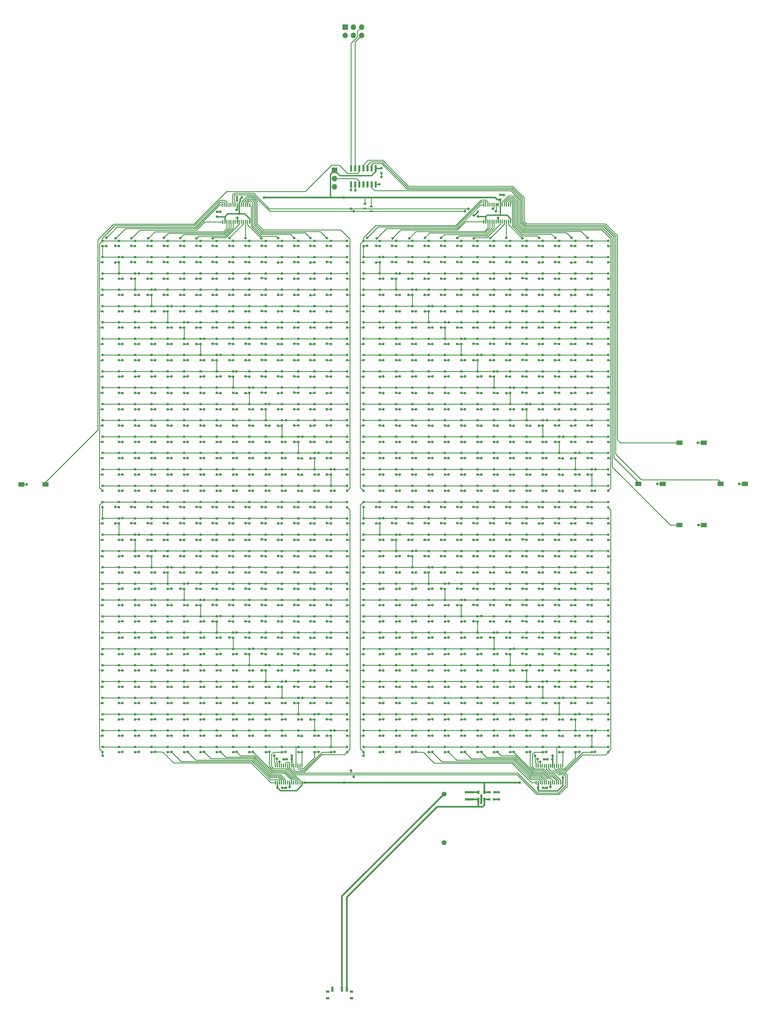
<source format=gtl>
%TF.GenerationSoftware,KiCad,Pcbnew,(5.1.9)-1*%
%TF.CreationDate,2021-07-16T12:39:05-07:00*%
%TF.ProjectId,CoronaBadge1,436f726f-6e61-4426-9164-6765312e6b69,rev?*%
%TF.SameCoordinates,Original*%
%TF.FileFunction,Copper,L1,Top*%
%TF.FilePolarity,Positive*%
%FSLAX46Y46*%
G04 Gerber Fmt 4.6, Leading zero omitted, Abs format (unit mm)*
G04 Created by KiCad (PCBNEW (5.1.9)-1) date 2021-07-16 12:39:05*
%MOMM*%
%LPD*%
G01*
G04 APERTURE LIST*
%TA.AperFunction,ComponentPad*%
%ADD10C,1.530000*%
%TD*%
%TA.AperFunction,SMDPad,CuDef*%
%ADD11R,1.900000X1.400000*%
%TD*%
%TA.AperFunction,SMDPad,CuDef*%
%ADD12R,0.800000X0.800000*%
%TD*%
%TA.AperFunction,SMDPad,CuDef*%
%ADD13R,0.750000X0.800000*%
%TD*%
%TA.AperFunction,SMDPad,CuDef*%
%ADD14R,0.400000X1.200000*%
%TD*%
%TA.AperFunction,SMDPad,CuDef*%
%ADD15R,0.650000X1.060000*%
%TD*%
%TA.AperFunction,SMDPad,CuDef*%
%ADD16R,1.000000X0.800000*%
%TD*%
%TA.AperFunction,SMDPad,CuDef*%
%ADD17R,0.700000X1.500000*%
%TD*%
%TA.AperFunction,SMDPad,CuDef*%
%ADD18R,0.900000X0.500000*%
%TD*%
%TA.AperFunction,SMDPad,CuDef*%
%ADD19R,2.700000X0.800000*%
%TD*%
%TA.AperFunction,ComponentPad*%
%ADD20R,1.700000X1.700000*%
%TD*%
%TA.AperFunction,ComponentPad*%
%ADD21O,1.700000X1.700000*%
%TD*%
%TA.AperFunction,SMDPad,CuDef*%
%ADD22R,0.800000X0.750000*%
%TD*%
%TA.AperFunction,ViaPad*%
%ADD23C,0.800000*%
%TD*%
%TA.AperFunction,Conductor*%
%ADD24C,0.508000*%
%TD*%
%TA.AperFunction,Conductor*%
%ADD25C,0.381000*%
%TD*%
%TA.AperFunction,Conductor*%
%ADD26C,0.250000*%
%TD*%
G04 APERTURE END LIST*
D10*
X220380000Y-278805000D03*
X220380000Y-293795000D03*
D11*
X300650000Y-170400000D03*
X293150000Y-170400000D03*
X89750000Y-183200000D03*
X97250000Y-183200000D03*
X300650000Y-195800000D03*
X293150000Y-195800000D03*
X287950000Y-183100000D03*
X280450000Y-183100000D03*
X313350000Y-183100000D03*
X305850000Y-183100000D03*
D12*
X271080472Y-264250473D03*
X271080472Y-265850473D03*
X266041102Y-264250473D03*
X266041102Y-265850473D03*
X261001732Y-264250473D03*
X261001732Y-265850473D03*
X255962362Y-264250473D03*
X255962362Y-265850473D03*
X250922992Y-264250473D03*
X250922992Y-265850473D03*
X245883622Y-264250473D03*
X245883622Y-265850473D03*
X240844251Y-264250473D03*
X240844251Y-265850473D03*
X235804881Y-264250473D03*
X235804881Y-265850473D03*
X230765511Y-264250473D03*
X230765511Y-265850473D03*
X225726141Y-264250473D03*
X225726141Y-265850473D03*
X220686771Y-264250473D03*
X220686771Y-265850473D03*
X215647401Y-264250473D03*
X215647401Y-265850473D03*
X210608031Y-264250473D03*
X210608031Y-265850473D03*
X205568661Y-264250473D03*
X205568661Y-265850473D03*
X200529291Y-264250473D03*
X200529291Y-265850473D03*
X195489921Y-264250473D03*
X195489921Y-265850473D03*
X190450551Y-264250473D03*
X190450551Y-265850473D03*
X185411181Y-264250473D03*
X185411181Y-265850473D03*
X180371811Y-264250473D03*
X180371811Y-265850473D03*
X175332440Y-264250473D03*
X175332440Y-265850473D03*
X170293070Y-264250473D03*
X170293070Y-265850473D03*
X165253700Y-264250473D03*
X165253700Y-265850473D03*
X160214330Y-264250473D03*
X160214330Y-265850473D03*
X155174960Y-264250473D03*
X155174960Y-265850473D03*
X150135590Y-264250473D03*
X150135590Y-265850473D03*
X145096220Y-264250473D03*
X145096220Y-265850473D03*
X140056850Y-264250473D03*
X140056850Y-265850473D03*
X135017480Y-264250473D03*
X135017480Y-265850473D03*
X129978110Y-264250473D03*
X129978110Y-265850473D03*
X124938740Y-264250473D03*
X124938740Y-265850473D03*
X119899370Y-264250473D03*
X119899370Y-265850473D03*
X114860000Y-264250473D03*
X114860000Y-265850473D03*
X271080472Y-259211103D03*
X271080472Y-260811103D03*
X266041102Y-259211103D03*
X266041102Y-260811103D03*
X261001732Y-259211103D03*
X261001732Y-260811103D03*
X255962362Y-259211103D03*
X255962362Y-260811103D03*
X250922992Y-259211103D03*
X250922992Y-260811103D03*
X245883622Y-259211103D03*
X245883622Y-260811103D03*
X240844251Y-259211103D03*
X240844251Y-260811103D03*
X235804881Y-259211103D03*
X235804881Y-260811103D03*
X230765511Y-259211103D03*
X230765511Y-260811103D03*
X225726141Y-259211103D03*
X225726141Y-260811103D03*
X220686771Y-259211103D03*
X220686771Y-260811103D03*
X215647401Y-259211103D03*
X215647401Y-260811103D03*
X210608031Y-259211103D03*
X210608031Y-260811103D03*
X205568661Y-259211103D03*
X205568661Y-260811103D03*
X200529291Y-259211103D03*
X200529291Y-260811103D03*
X195489921Y-259211103D03*
X195489921Y-260811103D03*
X190450551Y-259211103D03*
X190450551Y-260811103D03*
X185411181Y-259211103D03*
X185411181Y-260811103D03*
X180371811Y-259211103D03*
X180371811Y-260811103D03*
X175332440Y-259211103D03*
X175332440Y-260811103D03*
X170293070Y-259211103D03*
X170293070Y-260811103D03*
X165253700Y-259211103D03*
X165253700Y-260811103D03*
X160214330Y-259211103D03*
X160214330Y-260811103D03*
X155174960Y-259211103D03*
X155174960Y-260811103D03*
X150135590Y-259211103D03*
X150135590Y-260811103D03*
X145096220Y-259211103D03*
X145096220Y-260811103D03*
X140056850Y-259211103D03*
X140056850Y-260811103D03*
X135017480Y-259211103D03*
X135017480Y-260811103D03*
X129978110Y-259211103D03*
X129978110Y-260811103D03*
X124938740Y-259211103D03*
X124938740Y-260811103D03*
X119899370Y-259211103D03*
X119899370Y-260811103D03*
X114860000Y-259211103D03*
X114860000Y-260811103D03*
X271080472Y-254171733D03*
X271080472Y-255771733D03*
X266041102Y-254171733D03*
X266041102Y-255771733D03*
X261001732Y-254171733D03*
X261001732Y-255771733D03*
X255962362Y-254171733D03*
X255962362Y-255771733D03*
X250922992Y-254171733D03*
X250922992Y-255771733D03*
X245883622Y-254171733D03*
X245883622Y-255771733D03*
X240844251Y-254171733D03*
X240844251Y-255771733D03*
X235804881Y-254171733D03*
X235804881Y-255771733D03*
X230765511Y-254171733D03*
X230765511Y-255771733D03*
X225726141Y-254171733D03*
X225726141Y-255771733D03*
X220686771Y-254171733D03*
X220686771Y-255771733D03*
X215647401Y-254171733D03*
X215647401Y-255771733D03*
X210608031Y-254171733D03*
X210608031Y-255771733D03*
X205568661Y-254171733D03*
X205568661Y-255771733D03*
X200529291Y-254171733D03*
X200529291Y-255771733D03*
X195489921Y-254171733D03*
X195489921Y-255771733D03*
X190450551Y-254171733D03*
X190450551Y-255771733D03*
X185411181Y-254171733D03*
X185411181Y-255771733D03*
X180371811Y-254171733D03*
X180371811Y-255771733D03*
X175332440Y-254171733D03*
X175332440Y-255771733D03*
X170293070Y-254171733D03*
X170293070Y-255771733D03*
X165253700Y-254171733D03*
X165253700Y-255771733D03*
X160214330Y-254171733D03*
X160214330Y-255771733D03*
X155174960Y-254171733D03*
X155174960Y-255771733D03*
X150135590Y-254171733D03*
X150135590Y-255771733D03*
X145096220Y-254171733D03*
X145096220Y-255771733D03*
X140056850Y-254171733D03*
X140056850Y-255771733D03*
X135017480Y-254171733D03*
X135017480Y-255771733D03*
X129978110Y-254171733D03*
X129978110Y-255771733D03*
X124938740Y-254171733D03*
X124938740Y-255771733D03*
X119899370Y-254171733D03*
X119899370Y-255771733D03*
X114860000Y-254171733D03*
X114860000Y-255771733D03*
X271080472Y-249132363D03*
X271080472Y-250732363D03*
X266041102Y-249132363D03*
X266041102Y-250732363D03*
X261001732Y-249132363D03*
X261001732Y-250732363D03*
X255962362Y-249132363D03*
X255962362Y-250732363D03*
X250922992Y-249132363D03*
X250922992Y-250732363D03*
X245883622Y-249132363D03*
X245883622Y-250732363D03*
X240844251Y-249132363D03*
X240844251Y-250732363D03*
X235804881Y-249132363D03*
X235804881Y-250732363D03*
X230765511Y-249132363D03*
X230765511Y-250732363D03*
X225726141Y-249132363D03*
X225726141Y-250732363D03*
X220686771Y-249132363D03*
X220686771Y-250732363D03*
X215647401Y-249132363D03*
X215647401Y-250732363D03*
X210608031Y-249132363D03*
X210608031Y-250732363D03*
X205568661Y-249132363D03*
X205568661Y-250732363D03*
X200529291Y-249132363D03*
X200529291Y-250732363D03*
X195489921Y-249132363D03*
X195489921Y-250732363D03*
X190450551Y-249132363D03*
X190450551Y-250732363D03*
X185411181Y-249132363D03*
X185411181Y-250732363D03*
X180371811Y-249132363D03*
X180371811Y-250732363D03*
X175332440Y-249132363D03*
X175332440Y-250732363D03*
X170293070Y-249132363D03*
X170293070Y-250732363D03*
X165253700Y-249132363D03*
X165253700Y-250732363D03*
X160214330Y-249132363D03*
X160214330Y-250732363D03*
X155174960Y-249132363D03*
X155174960Y-250732363D03*
X150135590Y-249132363D03*
X150135590Y-250732363D03*
X145096220Y-249132363D03*
X145096220Y-250732363D03*
X140056850Y-249132363D03*
X140056850Y-250732363D03*
X135017480Y-249132363D03*
X135017480Y-250732363D03*
X129978110Y-249132363D03*
X129978110Y-250732363D03*
X124938740Y-249132363D03*
X124938740Y-250732363D03*
X119899370Y-249132363D03*
X119899370Y-250732363D03*
X114860000Y-249132363D03*
X114860000Y-250732363D03*
X271080472Y-244092993D03*
X271080472Y-245692993D03*
X266041102Y-244092993D03*
X266041102Y-245692993D03*
X261001732Y-244092993D03*
X261001732Y-245692993D03*
X255962362Y-244092993D03*
X255962362Y-245692993D03*
X250922992Y-244092993D03*
X250922992Y-245692993D03*
X245883622Y-244092993D03*
X245883622Y-245692993D03*
X240844251Y-244092993D03*
X240844251Y-245692993D03*
X235804881Y-244092993D03*
X235804881Y-245692993D03*
X230765511Y-244092993D03*
X230765511Y-245692993D03*
X225726141Y-244092993D03*
X225726141Y-245692993D03*
X220686771Y-244092993D03*
X220686771Y-245692993D03*
X215647401Y-244092993D03*
X215647401Y-245692993D03*
X210608031Y-244092993D03*
X210608031Y-245692993D03*
X205568661Y-244092993D03*
X205568661Y-245692993D03*
X200529291Y-244092993D03*
X200529291Y-245692993D03*
X195489921Y-244092993D03*
X195489921Y-245692993D03*
X190450551Y-244092993D03*
X190450551Y-245692993D03*
X185411181Y-244092993D03*
X185411181Y-245692993D03*
X180371811Y-244092993D03*
X180371811Y-245692993D03*
X175332440Y-244092993D03*
X175332440Y-245692993D03*
X170293070Y-244092993D03*
X170293070Y-245692993D03*
X165253700Y-244092993D03*
X165253700Y-245692993D03*
X160214330Y-244092993D03*
X160214330Y-245692993D03*
X155174960Y-244092993D03*
X155174960Y-245692993D03*
X150135590Y-244092993D03*
X150135590Y-245692993D03*
X145096220Y-244092993D03*
X145096220Y-245692993D03*
X140056850Y-244092993D03*
X140056850Y-245692993D03*
X135017480Y-244092993D03*
X135017480Y-245692993D03*
X129978110Y-244092993D03*
X129978110Y-245692993D03*
X124938740Y-244092993D03*
X124938740Y-245692993D03*
X119899370Y-244092993D03*
X119899370Y-245692993D03*
X114860000Y-244092993D03*
X114860000Y-245692993D03*
X271080472Y-239053623D03*
X271080472Y-240653623D03*
X266041102Y-239053623D03*
X266041102Y-240653623D03*
X261001732Y-239053623D03*
X261001732Y-240653623D03*
X255962362Y-239053623D03*
X255962362Y-240653623D03*
X250922992Y-239053623D03*
X250922992Y-240653623D03*
X245883622Y-239053623D03*
X245883622Y-240653623D03*
X240844251Y-239053623D03*
X240844251Y-240653623D03*
X235804881Y-239053623D03*
X235804881Y-240653623D03*
X230765511Y-239053623D03*
X230765511Y-240653623D03*
X225726141Y-239053623D03*
X225726141Y-240653623D03*
X220686771Y-239053623D03*
X220686771Y-240653623D03*
X215647401Y-239053623D03*
X215647401Y-240653623D03*
X210608031Y-239053623D03*
X210608031Y-240653623D03*
X205568661Y-239053623D03*
X205568661Y-240653623D03*
X200529291Y-239053623D03*
X200529291Y-240653623D03*
X195489921Y-239053623D03*
X195489921Y-240653623D03*
X190450551Y-239053623D03*
X190450551Y-240653623D03*
X185411181Y-239053623D03*
X185411181Y-240653623D03*
X180371811Y-239053623D03*
X180371811Y-240653623D03*
X175332440Y-239053623D03*
X175332440Y-240653623D03*
X170293070Y-239053623D03*
X170293070Y-240653623D03*
X165253700Y-239053623D03*
X165253700Y-240653623D03*
X160214330Y-239053623D03*
X160214330Y-240653623D03*
X155174960Y-239053623D03*
X155174960Y-240653623D03*
X150135590Y-239053623D03*
X150135590Y-240653623D03*
X145096220Y-239053623D03*
X145096220Y-240653623D03*
X140056850Y-239053623D03*
X140056850Y-240653623D03*
X135017480Y-239053623D03*
X135017480Y-240653623D03*
X129978110Y-239053623D03*
X129978110Y-240653623D03*
X124938740Y-239053623D03*
X124938740Y-240653623D03*
X119899370Y-239053623D03*
X119899370Y-240653623D03*
X114860000Y-239053623D03*
X114860000Y-240653623D03*
X271080472Y-234014252D03*
X271080472Y-235614252D03*
X266041102Y-234014252D03*
X266041102Y-235614252D03*
X261001732Y-234014252D03*
X261001732Y-235614252D03*
X255962362Y-234014252D03*
X255962362Y-235614252D03*
X250922992Y-234014252D03*
X250922992Y-235614252D03*
X245883622Y-234014252D03*
X245883622Y-235614252D03*
X240844251Y-234014252D03*
X240844251Y-235614252D03*
X235804881Y-234014252D03*
X235804881Y-235614252D03*
X230765511Y-234014252D03*
X230765511Y-235614252D03*
X225726141Y-234014252D03*
X225726141Y-235614252D03*
X220686771Y-234014252D03*
X220686771Y-235614252D03*
X215647401Y-234014252D03*
X215647401Y-235614252D03*
X210608031Y-234014252D03*
X210608031Y-235614252D03*
X205568661Y-234014252D03*
X205568661Y-235614252D03*
X200529291Y-234014252D03*
X200529291Y-235614252D03*
X195489921Y-234014252D03*
X195489921Y-235614252D03*
X190450551Y-234014252D03*
X190450551Y-235614252D03*
X185411181Y-234014252D03*
X185411181Y-235614252D03*
X180371811Y-234014252D03*
X180371811Y-235614252D03*
X175332440Y-234014252D03*
X175332440Y-235614252D03*
X170293070Y-234014252D03*
X170293070Y-235614252D03*
X165253700Y-234014252D03*
X165253700Y-235614252D03*
X160214330Y-234014252D03*
X160214330Y-235614252D03*
X155174960Y-234014252D03*
X155174960Y-235614252D03*
X150135590Y-234014252D03*
X150135590Y-235614252D03*
X145096220Y-234014252D03*
X145096220Y-235614252D03*
X140056850Y-234014252D03*
X140056850Y-235614252D03*
X135017480Y-234014252D03*
X135017480Y-235614252D03*
X129978110Y-234014252D03*
X129978110Y-235614252D03*
X124938740Y-234014252D03*
X124938740Y-235614252D03*
X119899370Y-234014252D03*
X119899370Y-235614252D03*
X114860000Y-234014252D03*
X114860000Y-235614252D03*
X271080472Y-228974882D03*
X271080472Y-230574882D03*
X266041102Y-228974882D03*
X266041102Y-230574882D03*
X261001732Y-228974882D03*
X261001732Y-230574882D03*
X255962362Y-228974882D03*
X255962362Y-230574882D03*
X250922992Y-228974882D03*
X250922992Y-230574882D03*
X245883622Y-228974882D03*
X245883622Y-230574882D03*
X240844251Y-228974882D03*
X240844251Y-230574882D03*
X235804881Y-228974882D03*
X235804881Y-230574882D03*
X230765511Y-228974882D03*
X230765511Y-230574882D03*
X225726141Y-228974882D03*
X225726141Y-230574882D03*
X220686771Y-228974882D03*
X220686771Y-230574882D03*
X215647401Y-228974882D03*
X215647401Y-230574882D03*
X210608031Y-228974882D03*
X210608031Y-230574882D03*
X205568661Y-228974882D03*
X205568661Y-230574882D03*
X200529291Y-228974882D03*
X200529291Y-230574882D03*
X195489921Y-228974882D03*
X195489921Y-230574882D03*
X190450551Y-228974882D03*
X190450551Y-230574882D03*
X185411181Y-228974882D03*
X185411181Y-230574882D03*
X180371811Y-228974882D03*
X180371811Y-230574882D03*
X175332440Y-228974882D03*
X175332440Y-230574882D03*
X170293070Y-228974882D03*
X170293070Y-230574882D03*
X165253700Y-228974882D03*
X165253700Y-230574882D03*
X160214330Y-228974882D03*
X160214330Y-230574882D03*
X155174960Y-228974882D03*
X155174960Y-230574882D03*
X150135590Y-228974882D03*
X150135590Y-230574882D03*
X145096220Y-228974882D03*
X145096220Y-230574882D03*
X140056850Y-228974882D03*
X140056850Y-230574882D03*
X135017480Y-228974882D03*
X135017480Y-230574882D03*
X129978110Y-228974882D03*
X129978110Y-230574882D03*
X124938740Y-228974882D03*
X124938740Y-230574882D03*
X119899370Y-228974882D03*
X119899370Y-230574882D03*
X114860000Y-228974882D03*
X114860000Y-230574882D03*
X271080472Y-223935512D03*
X271080472Y-225535512D03*
X266041102Y-223935512D03*
X266041102Y-225535512D03*
X261001732Y-223935512D03*
X261001732Y-225535512D03*
X255962362Y-223935512D03*
X255962362Y-225535512D03*
X250922992Y-223935512D03*
X250922992Y-225535512D03*
X245883622Y-223935512D03*
X245883622Y-225535512D03*
X240844251Y-223935512D03*
X240844251Y-225535512D03*
X235804881Y-223935512D03*
X235804881Y-225535512D03*
X230765511Y-223935512D03*
X230765511Y-225535512D03*
X225726141Y-223935512D03*
X225726141Y-225535512D03*
X220686771Y-223935512D03*
X220686771Y-225535512D03*
X215647401Y-223935512D03*
X215647401Y-225535512D03*
X210608031Y-223935512D03*
X210608031Y-225535512D03*
X205568661Y-223935512D03*
X205568661Y-225535512D03*
X200529291Y-223935512D03*
X200529291Y-225535512D03*
X195489921Y-223935512D03*
X195489921Y-225535512D03*
X190450551Y-223935512D03*
X190450551Y-225535512D03*
X185411181Y-223935512D03*
X185411181Y-225535512D03*
X180371811Y-223935512D03*
X180371811Y-225535512D03*
X175332440Y-223935512D03*
X175332440Y-225535512D03*
X170293070Y-223935512D03*
X170293070Y-225535512D03*
X165253700Y-223935512D03*
X165253700Y-225535512D03*
X160214330Y-223935512D03*
X160214330Y-225535512D03*
X155174960Y-223935512D03*
X155174960Y-225535512D03*
X150135590Y-223935512D03*
X150135590Y-225535512D03*
X145096220Y-223935512D03*
X145096220Y-225535512D03*
X140056850Y-223935512D03*
X140056850Y-225535512D03*
X135017480Y-223935512D03*
X135017480Y-225535512D03*
X129978110Y-223935512D03*
X129978110Y-225535512D03*
X124938740Y-223935512D03*
X124938740Y-225535512D03*
X119899370Y-223935512D03*
X119899370Y-225535512D03*
X114860000Y-223935512D03*
X114860000Y-225535512D03*
X271080472Y-218896142D03*
X271080472Y-220496142D03*
X266041102Y-218896142D03*
X266041102Y-220496142D03*
X261001732Y-218896142D03*
X261001732Y-220496142D03*
X255962362Y-218896142D03*
X255962362Y-220496142D03*
X250922992Y-218896142D03*
X250922992Y-220496142D03*
X245883622Y-218896142D03*
X245883622Y-220496142D03*
X240844251Y-218896142D03*
X240844251Y-220496142D03*
X235804881Y-218896142D03*
X235804881Y-220496142D03*
X230765511Y-218896142D03*
X230765511Y-220496142D03*
X225726141Y-218896142D03*
X225726141Y-220496142D03*
X220686771Y-218896142D03*
X220686771Y-220496142D03*
X215647401Y-218896142D03*
X215647401Y-220496142D03*
X210608031Y-218896142D03*
X210608031Y-220496142D03*
X205568661Y-218896142D03*
X205568661Y-220496142D03*
X200529291Y-218896142D03*
X200529291Y-220496142D03*
X195489921Y-218896142D03*
X195489921Y-220496142D03*
X190450551Y-218896142D03*
X190450551Y-220496142D03*
X185411181Y-218896142D03*
X185411181Y-220496142D03*
X180371811Y-218896142D03*
X180371811Y-220496142D03*
X175332440Y-218896142D03*
X175332440Y-220496142D03*
X170293070Y-218896142D03*
X170293070Y-220496142D03*
X165253700Y-218896142D03*
X165253700Y-220496142D03*
X160214330Y-218896142D03*
X160214330Y-220496142D03*
X155174960Y-218896142D03*
X155174960Y-220496142D03*
X150135590Y-218896142D03*
X150135590Y-220496142D03*
X145096220Y-218896142D03*
X145096220Y-220496142D03*
X140056850Y-218896142D03*
X140056850Y-220496142D03*
X135017480Y-218896142D03*
X135017480Y-220496142D03*
X129978110Y-218896142D03*
X129978110Y-220496142D03*
X124938740Y-218896142D03*
X124938740Y-220496142D03*
X119899370Y-218896142D03*
X119899370Y-220496142D03*
X114860000Y-218896142D03*
X114860000Y-220496142D03*
X271080472Y-213856772D03*
X271080472Y-215456772D03*
X266041102Y-213856772D03*
X266041102Y-215456772D03*
X261001732Y-213856772D03*
X261001732Y-215456772D03*
X255962362Y-213856772D03*
X255962362Y-215456772D03*
X250922992Y-213856772D03*
X250922992Y-215456772D03*
X245883622Y-213856772D03*
X245883622Y-215456772D03*
X240844251Y-213856772D03*
X240844251Y-215456772D03*
X235804881Y-213856772D03*
X235804881Y-215456772D03*
X230765511Y-213856772D03*
X230765511Y-215456772D03*
X225726141Y-213856772D03*
X225726141Y-215456772D03*
X220686771Y-213856772D03*
X220686771Y-215456772D03*
X215647401Y-213856772D03*
X215647401Y-215456772D03*
X210608031Y-213856772D03*
X210608031Y-215456772D03*
X205568661Y-213856772D03*
X205568661Y-215456772D03*
X200529291Y-213856772D03*
X200529291Y-215456772D03*
X195489921Y-213856772D03*
X195489921Y-215456772D03*
X190450551Y-213856772D03*
X190450551Y-215456772D03*
X185411181Y-213856772D03*
X185411181Y-215456772D03*
X180371811Y-213856772D03*
X180371811Y-215456772D03*
X175332440Y-213856772D03*
X175332440Y-215456772D03*
X170293070Y-213856772D03*
X170293070Y-215456772D03*
X165253700Y-213856772D03*
X165253700Y-215456772D03*
X160214330Y-213856772D03*
X160214330Y-215456772D03*
X155174960Y-213856772D03*
X155174960Y-215456772D03*
X150135590Y-213856772D03*
X150135590Y-215456772D03*
X145096220Y-213856772D03*
X145096220Y-215456772D03*
X140056850Y-213856772D03*
X140056850Y-215456772D03*
X135017480Y-213856772D03*
X135017480Y-215456772D03*
X129978110Y-213856772D03*
X129978110Y-215456772D03*
X124938740Y-213856772D03*
X124938740Y-215456772D03*
X119899370Y-213856772D03*
X119899370Y-215456772D03*
X114860000Y-213856772D03*
X114860000Y-215456772D03*
X271080472Y-208817402D03*
X271080472Y-210417402D03*
X266041102Y-208817402D03*
X266041102Y-210417402D03*
X261001732Y-208817402D03*
X261001732Y-210417402D03*
X255962362Y-208817402D03*
X255962362Y-210417402D03*
X250922992Y-208817402D03*
X250922992Y-210417402D03*
X245883622Y-208817402D03*
X245883622Y-210417402D03*
X240844251Y-208817402D03*
X240844251Y-210417402D03*
X235804881Y-208817402D03*
X235804881Y-210417402D03*
X230765511Y-208817402D03*
X230765511Y-210417402D03*
X225726141Y-208817402D03*
X225726141Y-210417402D03*
X220686771Y-208817402D03*
X220686771Y-210417402D03*
X215647401Y-208817402D03*
X215647401Y-210417402D03*
X210608031Y-208817402D03*
X210608031Y-210417402D03*
X205568661Y-208817402D03*
X205568661Y-210417402D03*
X200529291Y-208817402D03*
X200529291Y-210417402D03*
X195489921Y-208817402D03*
X195489921Y-210417402D03*
X190450551Y-208817402D03*
X190450551Y-210417402D03*
X185411181Y-208817402D03*
X185411181Y-210417402D03*
X180371811Y-208817402D03*
X180371811Y-210417402D03*
X175332440Y-208817402D03*
X175332440Y-210417402D03*
X170293070Y-208817402D03*
X170293070Y-210417402D03*
X165253700Y-208817402D03*
X165253700Y-210417402D03*
X160214330Y-208817402D03*
X160214330Y-210417402D03*
X155174960Y-208817402D03*
X155174960Y-210417402D03*
X150135590Y-208817402D03*
X150135590Y-210417402D03*
X145096220Y-208817402D03*
X145096220Y-210417402D03*
X140056850Y-208817402D03*
X140056850Y-210417402D03*
X135017480Y-208817402D03*
X135017480Y-210417402D03*
X129978110Y-208817402D03*
X129978110Y-210417402D03*
X124938740Y-208817402D03*
X124938740Y-210417402D03*
X119899370Y-208817402D03*
X119899370Y-210417402D03*
X114860000Y-208817402D03*
X114860000Y-210417402D03*
X271080472Y-203778032D03*
X271080472Y-205378032D03*
X266041102Y-203778032D03*
X266041102Y-205378032D03*
X261001732Y-203778032D03*
X261001732Y-205378032D03*
X255962362Y-203778032D03*
X255962362Y-205378032D03*
X250922992Y-203778032D03*
X250922992Y-205378032D03*
X245883622Y-203778032D03*
X245883622Y-205378032D03*
X240844251Y-203778032D03*
X240844251Y-205378032D03*
X235804881Y-203778032D03*
X235804881Y-205378032D03*
X230765511Y-203778032D03*
X230765511Y-205378032D03*
X225726141Y-203778032D03*
X225726141Y-205378032D03*
X220686771Y-203778032D03*
X220686771Y-205378032D03*
X215647401Y-203778032D03*
X215647401Y-205378032D03*
X210608031Y-203778032D03*
X210608031Y-205378032D03*
X205568661Y-203778032D03*
X205568661Y-205378032D03*
X200529291Y-203778032D03*
X200529291Y-205378032D03*
X195489921Y-203778032D03*
X195489921Y-205378032D03*
X190450551Y-203778032D03*
X190450551Y-205378032D03*
X185411181Y-203778032D03*
X185411181Y-205378032D03*
X180371811Y-203778032D03*
X180371811Y-205378032D03*
X175332440Y-203778032D03*
X175332440Y-205378032D03*
X170293070Y-203778032D03*
X170293070Y-205378032D03*
X165253700Y-203778032D03*
X165253700Y-205378032D03*
X160214330Y-203778032D03*
X160214330Y-205378032D03*
X155174960Y-203778032D03*
X155174960Y-205378032D03*
X150135590Y-203778032D03*
X150135590Y-205378032D03*
X145096220Y-203778032D03*
X145096220Y-205378032D03*
X140056850Y-203778032D03*
X140056850Y-205378032D03*
X135017480Y-203778032D03*
X135017480Y-205378032D03*
X129978110Y-203778032D03*
X129978110Y-205378032D03*
X124938740Y-203778032D03*
X124938740Y-205378032D03*
X119899370Y-203778032D03*
X119899370Y-205378032D03*
X114860000Y-203778032D03*
X114860000Y-205378032D03*
X271080472Y-198738662D03*
X271080472Y-200338662D03*
X266041102Y-198738662D03*
X266041102Y-200338662D03*
X261001732Y-198738662D03*
X261001732Y-200338662D03*
X255962362Y-198738662D03*
X255962362Y-200338662D03*
X250922992Y-198738662D03*
X250922992Y-200338662D03*
X245883622Y-198738662D03*
X245883622Y-200338662D03*
X240844251Y-198738662D03*
X240844251Y-200338662D03*
X235804881Y-198738662D03*
X235804881Y-200338662D03*
X230765511Y-198738662D03*
X230765511Y-200338662D03*
X225726141Y-198738662D03*
X225726141Y-200338662D03*
X220686771Y-198738662D03*
X220686771Y-200338662D03*
X215647401Y-198738662D03*
X215647401Y-200338662D03*
X210608031Y-198738662D03*
X210608031Y-200338662D03*
X205568661Y-198738662D03*
X205568661Y-200338662D03*
X200529291Y-198738662D03*
X200529291Y-200338662D03*
X195489921Y-198738662D03*
X195489921Y-200338662D03*
X190450551Y-198738662D03*
X190450551Y-200338662D03*
X185411181Y-198738662D03*
X185411181Y-200338662D03*
X180371811Y-198738662D03*
X180371811Y-200338662D03*
X175332440Y-198738662D03*
X175332440Y-200338662D03*
X170293070Y-198738662D03*
X170293070Y-200338662D03*
X165253700Y-198738662D03*
X165253700Y-200338662D03*
X160214330Y-198738662D03*
X160214330Y-200338662D03*
X155174960Y-198738662D03*
X155174960Y-200338662D03*
X150135590Y-198738662D03*
X150135590Y-200338662D03*
X145096220Y-198738662D03*
X145096220Y-200338662D03*
X140056850Y-198738662D03*
X140056850Y-200338662D03*
X135017480Y-198738662D03*
X135017480Y-200338662D03*
X129978110Y-198738662D03*
X129978110Y-200338662D03*
X124938740Y-198738662D03*
X124938740Y-200338662D03*
X119899370Y-198738662D03*
X119899370Y-200338662D03*
X114860000Y-198738662D03*
X114860000Y-200338662D03*
X271080472Y-193699292D03*
X271080472Y-195299292D03*
X266041102Y-193699292D03*
X266041102Y-195299292D03*
X261001732Y-193699292D03*
X261001732Y-195299292D03*
X255962362Y-193699292D03*
X255962362Y-195299292D03*
X250922992Y-193699292D03*
X250922992Y-195299292D03*
X245883622Y-193699292D03*
X245883622Y-195299292D03*
X240844251Y-193699292D03*
X240844251Y-195299292D03*
X235804881Y-193699292D03*
X235804881Y-195299292D03*
X230765511Y-193699292D03*
X230765511Y-195299292D03*
X225726141Y-193699292D03*
X225726141Y-195299292D03*
X220686771Y-193699292D03*
X220686771Y-195299292D03*
X215647401Y-193699292D03*
X215647401Y-195299292D03*
X210608031Y-193699292D03*
X210608031Y-195299292D03*
X205568661Y-193699292D03*
X205568661Y-195299292D03*
X200529291Y-193699292D03*
X200529291Y-195299292D03*
X195489921Y-193699292D03*
X195489921Y-195299292D03*
X190450551Y-193699292D03*
X190450551Y-195299292D03*
X185411181Y-193699292D03*
X185411181Y-195299292D03*
X180371811Y-193699292D03*
X180371811Y-195299292D03*
X175332440Y-193699292D03*
X175332440Y-195299292D03*
X170293070Y-193699292D03*
X170293070Y-195299292D03*
X165253700Y-193699292D03*
X165253700Y-195299292D03*
X160214330Y-193699292D03*
X160214330Y-195299292D03*
X155174960Y-193699292D03*
X155174960Y-195299292D03*
X150135590Y-193699292D03*
X150135590Y-195299292D03*
X145096220Y-193699292D03*
X145096220Y-195299292D03*
X140056850Y-193699292D03*
X140056850Y-195299292D03*
X135017480Y-193699292D03*
X135017480Y-195299292D03*
X129978110Y-193699292D03*
X129978110Y-195299292D03*
X124938740Y-193699292D03*
X124938740Y-195299292D03*
X119899370Y-193699292D03*
X119899370Y-195299292D03*
X114860000Y-193699292D03*
X114860000Y-195299292D03*
X271080472Y-188659922D03*
X271080472Y-190259922D03*
X266041102Y-188659922D03*
X266041102Y-190259922D03*
X261001732Y-188659922D03*
X261001732Y-190259922D03*
X255962362Y-188659922D03*
X255962362Y-190259922D03*
X250922992Y-188659922D03*
X250922992Y-190259922D03*
X245883622Y-188659922D03*
X245883622Y-190259922D03*
X240844251Y-188659922D03*
X240844251Y-190259922D03*
X235804881Y-188659922D03*
X235804881Y-190259922D03*
X230765511Y-188659922D03*
X230765511Y-190259922D03*
X225726141Y-188659922D03*
X225726141Y-190259922D03*
X220686771Y-188659922D03*
X220686771Y-190259922D03*
X215647401Y-188659922D03*
X215647401Y-190259922D03*
X210608031Y-188659922D03*
X210608031Y-190259922D03*
X205568661Y-188659922D03*
X205568661Y-190259922D03*
X200529291Y-188659922D03*
X200529291Y-190259922D03*
X195489921Y-188659922D03*
X195489921Y-190259922D03*
X190450551Y-188659922D03*
X190450551Y-190259922D03*
X185411181Y-188659922D03*
X185411181Y-190259922D03*
X180371811Y-188659922D03*
X180371811Y-190259922D03*
X175332440Y-188659922D03*
X175332440Y-190259922D03*
X170293070Y-188659922D03*
X170293070Y-190259922D03*
X165253700Y-188659922D03*
X165253700Y-190259922D03*
X160214330Y-188659922D03*
X160214330Y-190259922D03*
X155174960Y-188659922D03*
X155174960Y-190259922D03*
X150135590Y-188659922D03*
X150135590Y-190259922D03*
X145096220Y-188659922D03*
X145096220Y-190259922D03*
X140056850Y-188659922D03*
X140056850Y-190259922D03*
X135017480Y-188659922D03*
X135017480Y-190259922D03*
X129978110Y-188659922D03*
X129978110Y-190259922D03*
X124938740Y-188659922D03*
X124938740Y-190259922D03*
X119899370Y-188659922D03*
X119899370Y-190259922D03*
X114860000Y-188659922D03*
X114860000Y-190259922D03*
X271080472Y-183620552D03*
X271080472Y-185220552D03*
X266041102Y-183620552D03*
X266041102Y-185220552D03*
X261001732Y-183620552D03*
X261001732Y-185220552D03*
X255962362Y-183620552D03*
X255962362Y-185220552D03*
X250922992Y-183620552D03*
X250922992Y-185220552D03*
X245883622Y-183620552D03*
X245883622Y-185220552D03*
X240844251Y-183620552D03*
X240844251Y-185220552D03*
X235804881Y-183620552D03*
X235804881Y-185220552D03*
X230765511Y-183620552D03*
X230765511Y-185220552D03*
X225726141Y-183620552D03*
X225726141Y-185220552D03*
X220686771Y-183620552D03*
X220686771Y-185220552D03*
X215647401Y-183620552D03*
X215647401Y-185220552D03*
X210608031Y-183620552D03*
X210608031Y-185220552D03*
X205568661Y-183620552D03*
X205568661Y-185220552D03*
X200529291Y-183620552D03*
X200529291Y-185220552D03*
X195489921Y-183620552D03*
X195489921Y-185220552D03*
X190450551Y-183620552D03*
X190450551Y-185220552D03*
X185411181Y-183620552D03*
X185411181Y-185220552D03*
X180371811Y-183620552D03*
X180371811Y-185220552D03*
X175332440Y-183620552D03*
X175332440Y-185220552D03*
X170293070Y-183620552D03*
X170293070Y-185220552D03*
X165253700Y-183620552D03*
X165253700Y-185220552D03*
X160214330Y-183620552D03*
X160214330Y-185220552D03*
X155174960Y-183620552D03*
X155174960Y-185220552D03*
X150135590Y-183620552D03*
X150135590Y-185220552D03*
X145096220Y-183620552D03*
X145096220Y-185220552D03*
X140056850Y-183620552D03*
X140056850Y-185220552D03*
X135017480Y-183620552D03*
X135017480Y-185220552D03*
X129978110Y-183620552D03*
X129978110Y-185220552D03*
X124938740Y-183620552D03*
X124938740Y-185220552D03*
X119899370Y-183620552D03*
X119899370Y-185220552D03*
X114860000Y-183620552D03*
X114860000Y-185220552D03*
X271080472Y-178581182D03*
X271080472Y-180181182D03*
X266041102Y-178581182D03*
X266041102Y-180181182D03*
X261001732Y-178581182D03*
X261001732Y-180181182D03*
X255962362Y-178581182D03*
X255962362Y-180181182D03*
X250922992Y-178581182D03*
X250922992Y-180181182D03*
X245883622Y-178581182D03*
X245883622Y-180181182D03*
X240844251Y-178581182D03*
X240844251Y-180181182D03*
X235804881Y-178581182D03*
X235804881Y-180181182D03*
X230765511Y-178581182D03*
X230765511Y-180181182D03*
X225726141Y-178581182D03*
X225726141Y-180181182D03*
X220686771Y-178581182D03*
X220686771Y-180181182D03*
X215647401Y-178581182D03*
X215647401Y-180181182D03*
X210608031Y-178581182D03*
X210608031Y-180181182D03*
X205568661Y-178581182D03*
X205568661Y-180181182D03*
X200529291Y-178581182D03*
X200529291Y-180181182D03*
X195489921Y-178581182D03*
X195489921Y-180181182D03*
X190450551Y-178581182D03*
X190450551Y-180181182D03*
X185411181Y-178581182D03*
X185411181Y-180181182D03*
X180371811Y-178581182D03*
X180371811Y-180181182D03*
X175332440Y-178581182D03*
X175332440Y-180181182D03*
X170293070Y-178581182D03*
X170293070Y-180181182D03*
X165253700Y-178581182D03*
X165253700Y-180181182D03*
X160214330Y-178581182D03*
X160214330Y-180181182D03*
X155174960Y-178581182D03*
X155174960Y-180181182D03*
X150135590Y-178581182D03*
X150135590Y-180181182D03*
X145096220Y-178581182D03*
X145096220Y-180181182D03*
X140056850Y-178581182D03*
X140056850Y-180181182D03*
X135017480Y-178581182D03*
X135017480Y-180181182D03*
X129978110Y-178581182D03*
X129978110Y-180181182D03*
X124938740Y-178581182D03*
X124938740Y-180181182D03*
X119899370Y-178581182D03*
X119899370Y-180181182D03*
X114860000Y-178581182D03*
X114860000Y-180181182D03*
X271080472Y-173541812D03*
X271080472Y-175141812D03*
X266041102Y-173541812D03*
X266041102Y-175141812D03*
X261001732Y-173541812D03*
X261001732Y-175141812D03*
X255962362Y-173541812D03*
X255962362Y-175141812D03*
X250922992Y-173541812D03*
X250922992Y-175141812D03*
X245883622Y-173541812D03*
X245883622Y-175141812D03*
X240844251Y-173541812D03*
X240844251Y-175141812D03*
X235804881Y-173541812D03*
X235804881Y-175141812D03*
X230765511Y-173541812D03*
X230765511Y-175141812D03*
X225726141Y-173541812D03*
X225726141Y-175141812D03*
X220686771Y-173541812D03*
X220686771Y-175141812D03*
X215647401Y-173541812D03*
X215647401Y-175141812D03*
X210608031Y-173541812D03*
X210608031Y-175141812D03*
X205568661Y-173541812D03*
X205568661Y-175141812D03*
X200529291Y-173541812D03*
X200529291Y-175141812D03*
X195489921Y-173541812D03*
X195489921Y-175141812D03*
X190450551Y-173541812D03*
X190450551Y-175141812D03*
X185411181Y-173541812D03*
X185411181Y-175141812D03*
X180371811Y-173541812D03*
X180371811Y-175141812D03*
X175332440Y-173541812D03*
X175332440Y-175141812D03*
X170293070Y-173541812D03*
X170293070Y-175141812D03*
X165253700Y-173541812D03*
X165253700Y-175141812D03*
X160214330Y-173541812D03*
X160214330Y-175141812D03*
X155174960Y-173541812D03*
X155174960Y-175141812D03*
X150135590Y-173541812D03*
X150135590Y-175141812D03*
X145096220Y-173541812D03*
X145096220Y-175141812D03*
X140056850Y-173541812D03*
X140056850Y-175141812D03*
X135017480Y-173541812D03*
X135017480Y-175141812D03*
X129978110Y-173541812D03*
X129978110Y-175141812D03*
X124938740Y-173541812D03*
X124938740Y-175141812D03*
X119899370Y-173541812D03*
X119899370Y-175141812D03*
X114860000Y-173541812D03*
X114860000Y-175141812D03*
X271080472Y-168502441D03*
X271080472Y-170102441D03*
X266041102Y-168502441D03*
X266041102Y-170102441D03*
X261001732Y-168502441D03*
X261001732Y-170102441D03*
X255962362Y-168502441D03*
X255962362Y-170102441D03*
X250922992Y-168502441D03*
X250922992Y-170102441D03*
X245883622Y-168502441D03*
X245883622Y-170102441D03*
X240844251Y-168502441D03*
X240844251Y-170102441D03*
X235804881Y-168502441D03*
X235804881Y-170102441D03*
X230765511Y-168502441D03*
X230765511Y-170102441D03*
X225726141Y-168502441D03*
X225726141Y-170102441D03*
X220686771Y-168502441D03*
X220686771Y-170102441D03*
X215647401Y-168502441D03*
X215647401Y-170102441D03*
X210608031Y-168502441D03*
X210608031Y-170102441D03*
X205568661Y-168502441D03*
X205568661Y-170102441D03*
X200529291Y-168502441D03*
X200529291Y-170102441D03*
X195489921Y-168502441D03*
X195489921Y-170102441D03*
X190450551Y-168502441D03*
X190450551Y-170102441D03*
X185411181Y-168502441D03*
X185411181Y-170102441D03*
X180371811Y-168502441D03*
X180371811Y-170102441D03*
X175332440Y-168502441D03*
X175332440Y-170102441D03*
X170293070Y-168502441D03*
X170293070Y-170102441D03*
X165253700Y-168502441D03*
X165253700Y-170102441D03*
X160214330Y-168502441D03*
X160214330Y-170102441D03*
X155174960Y-168502441D03*
X155174960Y-170102441D03*
X150135590Y-168502441D03*
X150135590Y-170102441D03*
X145096220Y-168502441D03*
X145096220Y-170102441D03*
X140056850Y-168502441D03*
X140056850Y-170102441D03*
X135017480Y-168502441D03*
X135017480Y-170102441D03*
X129978110Y-168502441D03*
X129978110Y-170102441D03*
X124938740Y-168502441D03*
X124938740Y-170102441D03*
X119899370Y-168502441D03*
X119899370Y-170102441D03*
X114860000Y-168502441D03*
X114860000Y-170102441D03*
X271080472Y-163463071D03*
X271080472Y-165063071D03*
X266041102Y-163463071D03*
X266041102Y-165063071D03*
X261001732Y-163463071D03*
X261001732Y-165063071D03*
X255962362Y-163463071D03*
X255962362Y-165063071D03*
X250922992Y-163463071D03*
X250922992Y-165063071D03*
X245883622Y-163463071D03*
X245883622Y-165063071D03*
X240844251Y-163463071D03*
X240844251Y-165063071D03*
X235804881Y-163463071D03*
X235804881Y-165063071D03*
X230765511Y-163463071D03*
X230765511Y-165063071D03*
X225726141Y-163463071D03*
X225726141Y-165063071D03*
X220686771Y-163463071D03*
X220686771Y-165063071D03*
X215647401Y-163463071D03*
X215647401Y-165063071D03*
X210608031Y-163463071D03*
X210608031Y-165063071D03*
X205568661Y-163463071D03*
X205568661Y-165063071D03*
X200529291Y-163463071D03*
X200529291Y-165063071D03*
X195489921Y-163463071D03*
X195489921Y-165063071D03*
X190450551Y-163463071D03*
X190450551Y-165063071D03*
X185411181Y-163463071D03*
X185411181Y-165063071D03*
X180371811Y-163463071D03*
X180371811Y-165063071D03*
X175332440Y-163463071D03*
X175332440Y-165063071D03*
X170293070Y-163463071D03*
X170293070Y-165063071D03*
X165253700Y-163463071D03*
X165253700Y-165063071D03*
X160214330Y-163463071D03*
X160214330Y-165063071D03*
X155174960Y-163463071D03*
X155174960Y-165063071D03*
X150135590Y-163463071D03*
X150135590Y-165063071D03*
X145096220Y-163463071D03*
X145096220Y-165063071D03*
X140056850Y-163463071D03*
X140056850Y-165063071D03*
X135017480Y-163463071D03*
X135017480Y-165063071D03*
X129978110Y-163463071D03*
X129978110Y-165063071D03*
X124938740Y-163463071D03*
X124938740Y-165063071D03*
X119899370Y-163463071D03*
X119899370Y-165063071D03*
X114860000Y-163463071D03*
X114860000Y-165063071D03*
X271080472Y-158423701D03*
X271080472Y-160023701D03*
X266041102Y-158423701D03*
X266041102Y-160023701D03*
X261001732Y-158423701D03*
X261001732Y-160023701D03*
X255962362Y-158423701D03*
X255962362Y-160023701D03*
X250922992Y-158423701D03*
X250922992Y-160023701D03*
X245883622Y-158423701D03*
X245883622Y-160023701D03*
X240844251Y-158423701D03*
X240844251Y-160023701D03*
X235804881Y-158423701D03*
X235804881Y-160023701D03*
X230765511Y-158423701D03*
X230765511Y-160023701D03*
X225726141Y-158423701D03*
X225726141Y-160023701D03*
X220686771Y-158423701D03*
X220686771Y-160023701D03*
X215647401Y-158423701D03*
X215647401Y-160023701D03*
X210608031Y-158423701D03*
X210608031Y-160023701D03*
X205568661Y-158423701D03*
X205568661Y-160023701D03*
X200529291Y-158423701D03*
X200529291Y-160023701D03*
X195489921Y-158423701D03*
X195489921Y-160023701D03*
X190450551Y-158423701D03*
X190450551Y-160023701D03*
X185411181Y-158423701D03*
X185411181Y-160023701D03*
X180371811Y-158423701D03*
X180371811Y-160023701D03*
X175332440Y-158423701D03*
X175332440Y-160023701D03*
X170293070Y-158423701D03*
X170293070Y-160023701D03*
X165253700Y-158423701D03*
X165253700Y-160023701D03*
X160214330Y-158423701D03*
X160214330Y-160023701D03*
X155174960Y-158423701D03*
X155174960Y-160023701D03*
X150135590Y-158423701D03*
X150135590Y-160023701D03*
X145096220Y-158423701D03*
X145096220Y-160023701D03*
X140056850Y-158423701D03*
X140056850Y-160023701D03*
X135017480Y-158423701D03*
X135017480Y-160023701D03*
X129978110Y-158423701D03*
X129978110Y-160023701D03*
X124938740Y-158423701D03*
X124938740Y-160023701D03*
X119899370Y-158423701D03*
X119899370Y-160023701D03*
X114860000Y-158423701D03*
X114860000Y-160023701D03*
X271080472Y-153384331D03*
X271080472Y-154984331D03*
X266041102Y-153384331D03*
X266041102Y-154984331D03*
X261001732Y-153384331D03*
X261001732Y-154984331D03*
X255962362Y-153384331D03*
X255962362Y-154984331D03*
X250922992Y-153384331D03*
X250922992Y-154984331D03*
X245883622Y-153384331D03*
X245883622Y-154984331D03*
X240844251Y-153384331D03*
X240844251Y-154984331D03*
X235804881Y-153384331D03*
X235804881Y-154984331D03*
X230765511Y-153384331D03*
X230765511Y-154984331D03*
X225726141Y-153384331D03*
X225726141Y-154984331D03*
X220686771Y-153384331D03*
X220686771Y-154984331D03*
X215647401Y-153384331D03*
X215647401Y-154984331D03*
X210608031Y-153384331D03*
X210608031Y-154984331D03*
X205568661Y-153384331D03*
X205568661Y-154984331D03*
X200529291Y-153384331D03*
X200529291Y-154984331D03*
X195489921Y-153384331D03*
X195489921Y-154984331D03*
X190450551Y-153384331D03*
X190450551Y-154984331D03*
X185411181Y-153384331D03*
X185411181Y-154984331D03*
X180371811Y-153384331D03*
X180371811Y-154984331D03*
X175332440Y-153384331D03*
X175332440Y-154984331D03*
X170293070Y-153384331D03*
X170293070Y-154984331D03*
X165253700Y-153384331D03*
X165253700Y-154984331D03*
X160214330Y-153384331D03*
X160214330Y-154984331D03*
X155174960Y-153384331D03*
X155174960Y-154984331D03*
X150135590Y-153384331D03*
X150135590Y-154984331D03*
X145096220Y-153384331D03*
X145096220Y-154984331D03*
X140056850Y-153384331D03*
X140056850Y-154984331D03*
X135017480Y-153384331D03*
X135017480Y-154984331D03*
X129978110Y-153384331D03*
X129978110Y-154984331D03*
X124938740Y-153384331D03*
X124938740Y-154984331D03*
X119899370Y-153384331D03*
X119899370Y-154984331D03*
X114860000Y-153384331D03*
X114860000Y-154984331D03*
X271080472Y-148344961D03*
X271080472Y-149944961D03*
X266041102Y-148344961D03*
X266041102Y-149944961D03*
X261001732Y-148344961D03*
X261001732Y-149944961D03*
X255962362Y-148344961D03*
X255962362Y-149944961D03*
X250922992Y-148344961D03*
X250922992Y-149944961D03*
X245883622Y-148344961D03*
X245883622Y-149944961D03*
X240844251Y-148344961D03*
X240844251Y-149944961D03*
X235804881Y-148344961D03*
X235804881Y-149944961D03*
X230765511Y-148344961D03*
X230765511Y-149944961D03*
X225726141Y-148344961D03*
X225726141Y-149944961D03*
X220686771Y-148344961D03*
X220686771Y-149944961D03*
X215647401Y-148344961D03*
X215647401Y-149944961D03*
X210608031Y-148344961D03*
X210608031Y-149944961D03*
X205568661Y-148344961D03*
X205568661Y-149944961D03*
X200529291Y-148344961D03*
X200529291Y-149944961D03*
X195489921Y-148344961D03*
X195489921Y-149944961D03*
X190450551Y-148344961D03*
X190450551Y-149944961D03*
X185411181Y-148344961D03*
X185411181Y-149944961D03*
X180371811Y-148344961D03*
X180371811Y-149944961D03*
X175332440Y-148344961D03*
X175332440Y-149944961D03*
X170293070Y-148344961D03*
X170293070Y-149944961D03*
X165253700Y-148344961D03*
X165253700Y-149944961D03*
X160214330Y-148344961D03*
X160214330Y-149944961D03*
X155174960Y-148344961D03*
X155174960Y-149944961D03*
X150135590Y-148344961D03*
X150135590Y-149944961D03*
X145096220Y-148344961D03*
X145096220Y-149944961D03*
X140056850Y-148344961D03*
X140056850Y-149944961D03*
X135017480Y-148344961D03*
X135017480Y-149944961D03*
X129978110Y-148344961D03*
X129978110Y-149944961D03*
X124938740Y-148344961D03*
X124938740Y-149944961D03*
X119899370Y-148344961D03*
X119899370Y-149944961D03*
X114860000Y-148344961D03*
X114860000Y-149944961D03*
X271080472Y-143305591D03*
X271080472Y-144905591D03*
X266041102Y-143305591D03*
X266041102Y-144905591D03*
X261001732Y-143305591D03*
X261001732Y-144905591D03*
X255962362Y-143305591D03*
X255962362Y-144905591D03*
X250922992Y-143305591D03*
X250922992Y-144905591D03*
X245883622Y-143305591D03*
X245883622Y-144905591D03*
X240844251Y-143305591D03*
X240844251Y-144905591D03*
X235804881Y-143305591D03*
X235804881Y-144905591D03*
X230765511Y-143305591D03*
X230765511Y-144905591D03*
X225726141Y-143305591D03*
X225726141Y-144905591D03*
X220686771Y-143305591D03*
X220686771Y-144905591D03*
X215647401Y-143305591D03*
X215647401Y-144905591D03*
X210608031Y-143305591D03*
X210608031Y-144905591D03*
X205568661Y-143305591D03*
X205568661Y-144905591D03*
X200529291Y-143305591D03*
X200529291Y-144905591D03*
X195489921Y-143305591D03*
X195489921Y-144905591D03*
X190450551Y-143305591D03*
X190450551Y-144905591D03*
X185411181Y-143305591D03*
X185411181Y-144905591D03*
X180371811Y-143305591D03*
X180371811Y-144905591D03*
X175332440Y-143305591D03*
X175332440Y-144905591D03*
X170293070Y-143305591D03*
X170293070Y-144905591D03*
X165253700Y-143305591D03*
X165253700Y-144905591D03*
X160214330Y-143305591D03*
X160214330Y-144905591D03*
X155174960Y-143305591D03*
X155174960Y-144905591D03*
X150135590Y-143305591D03*
X150135590Y-144905591D03*
X145096220Y-143305591D03*
X145096220Y-144905591D03*
X140056850Y-143305591D03*
X140056850Y-144905591D03*
X135017480Y-143305591D03*
X135017480Y-144905591D03*
X129978110Y-143305591D03*
X129978110Y-144905591D03*
X124938740Y-143305591D03*
X124938740Y-144905591D03*
X119899370Y-143305591D03*
X119899370Y-144905591D03*
X114860000Y-143305591D03*
X114860000Y-144905591D03*
X271080472Y-138266221D03*
X271080472Y-139866221D03*
X266041102Y-138266221D03*
X266041102Y-139866221D03*
X261001732Y-138266221D03*
X261001732Y-139866221D03*
X255962362Y-138266221D03*
X255962362Y-139866221D03*
X250922992Y-138266221D03*
X250922992Y-139866221D03*
X245883622Y-138266221D03*
X245883622Y-139866221D03*
X240844251Y-138266221D03*
X240844251Y-139866221D03*
X235804881Y-138266221D03*
X235804881Y-139866221D03*
X230765511Y-138266221D03*
X230765511Y-139866221D03*
X225726141Y-138266221D03*
X225726141Y-139866221D03*
X220686771Y-138266221D03*
X220686771Y-139866221D03*
X215647401Y-138266221D03*
X215647401Y-139866221D03*
X210608031Y-138266221D03*
X210608031Y-139866221D03*
X205568661Y-138266221D03*
X205568661Y-139866221D03*
X200529291Y-138266221D03*
X200529291Y-139866221D03*
X195489921Y-138266221D03*
X195489921Y-139866221D03*
X190450551Y-138266221D03*
X190450551Y-139866221D03*
X185411181Y-138266221D03*
X185411181Y-139866221D03*
X180371811Y-138266221D03*
X180371811Y-139866221D03*
X175332440Y-138266221D03*
X175332440Y-139866221D03*
X170293070Y-138266221D03*
X170293070Y-139866221D03*
X165253700Y-138266221D03*
X165253700Y-139866221D03*
X160214330Y-138266221D03*
X160214330Y-139866221D03*
X155174960Y-138266221D03*
X155174960Y-139866221D03*
X150135590Y-138266221D03*
X150135590Y-139866221D03*
X145096220Y-138266221D03*
X145096220Y-139866221D03*
X140056850Y-138266221D03*
X140056850Y-139866221D03*
X135017480Y-138266221D03*
X135017480Y-139866221D03*
X129978110Y-138266221D03*
X129978110Y-139866221D03*
X124938740Y-138266221D03*
X124938740Y-139866221D03*
X119899370Y-138266221D03*
X119899370Y-139866221D03*
X114860000Y-138266221D03*
X114860000Y-139866221D03*
X271080472Y-133226851D03*
X271080472Y-134826851D03*
X266041102Y-133226851D03*
X266041102Y-134826851D03*
X261001732Y-133226851D03*
X261001732Y-134826851D03*
X255962362Y-133226851D03*
X255962362Y-134826851D03*
X250922992Y-133226851D03*
X250922992Y-134826851D03*
X245883622Y-133226851D03*
X245883622Y-134826851D03*
X240844251Y-133226851D03*
X240844251Y-134826851D03*
X235804881Y-133226851D03*
X235804881Y-134826851D03*
X230765511Y-133226851D03*
X230765511Y-134826851D03*
X225726141Y-133226851D03*
X225726141Y-134826851D03*
X220686771Y-133226851D03*
X220686771Y-134826851D03*
X215647401Y-133226851D03*
X215647401Y-134826851D03*
X210608031Y-133226851D03*
X210608031Y-134826851D03*
X205568661Y-133226851D03*
X205568661Y-134826851D03*
X200529291Y-133226851D03*
X200529291Y-134826851D03*
X195489921Y-133226851D03*
X195489921Y-134826851D03*
X190450551Y-133226851D03*
X190450551Y-134826851D03*
X185411181Y-133226851D03*
X185411181Y-134826851D03*
X180371811Y-133226851D03*
X180371811Y-134826851D03*
X175332440Y-133226851D03*
X175332440Y-134826851D03*
X170293070Y-133226851D03*
X170293070Y-134826851D03*
X165253700Y-133226851D03*
X165253700Y-134826851D03*
X160214330Y-133226851D03*
X160214330Y-134826851D03*
X155174960Y-133226851D03*
X155174960Y-134826851D03*
X150135590Y-133226851D03*
X150135590Y-134826851D03*
X145096220Y-133226851D03*
X145096220Y-134826851D03*
X140056850Y-133226851D03*
X140056850Y-134826851D03*
X135017480Y-133226851D03*
X135017480Y-134826851D03*
X129978110Y-133226851D03*
X129978110Y-134826851D03*
X124938740Y-133226851D03*
X124938740Y-134826851D03*
X119899370Y-133226851D03*
X119899370Y-134826851D03*
X114860000Y-133226851D03*
X114860000Y-134826851D03*
X271080472Y-128187481D03*
X271080472Y-129787481D03*
X266041102Y-128187481D03*
X266041102Y-129787481D03*
X261001732Y-128187481D03*
X261001732Y-129787481D03*
X255962362Y-128187481D03*
X255962362Y-129787481D03*
X250922992Y-128187481D03*
X250922992Y-129787481D03*
X245883622Y-128187481D03*
X245883622Y-129787481D03*
X240844251Y-128187481D03*
X240844251Y-129787481D03*
X235804881Y-128187481D03*
X235804881Y-129787481D03*
X230765511Y-128187481D03*
X230765511Y-129787481D03*
X225726141Y-128187481D03*
X225726141Y-129787481D03*
X220686771Y-128187481D03*
X220686771Y-129787481D03*
X215647401Y-128187481D03*
X215647401Y-129787481D03*
X210608031Y-128187481D03*
X210608031Y-129787481D03*
X205568661Y-128187481D03*
X205568661Y-129787481D03*
X200529291Y-128187481D03*
X200529291Y-129787481D03*
X195489921Y-128187481D03*
X195489921Y-129787481D03*
X190450551Y-128187481D03*
X190450551Y-129787481D03*
X185411181Y-128187481D03*
X185411181Y-129787481D03*
X180371811Y-128187481D03*
X180371811Y-129787481D03*
X175332440Y-128187481D03*
X175332440Y-129787481D03*
X170293070Y-128187481D03*
X170293070Y-129787481D03*
X165253700Y-128187481D03*
X165253700Y-129787481D03*
X160214330Y-128187481D03*
X160214330Y-129787481D03*
X155174960Y-128187481D03*
X155174960Y-129787481D03*
X150135590Y-128187481D03*
X150135590Y-129787481D03*
X145096220Y-128187481D03*
X145096220Y-129787481D03*
X140056850Y-128187481D03*
X140056850Y-129787481D03*
X135017480Y-128187481D03*
X135017480Y-129787481D03*
X129978110Y-128187481D03*
X129978110Y-129787481D03*
X124938740Y-128187481D03*
X124938740Y-129787481D03*
X119899370Y-128187481D03*
X119899370Y-129787481D03*
X114860000Y-128187481D03*
X114860000Y-129787481D03*
X271080472Y-123148111D03*
X271080472Y-124748111D03*
X266041102Y-123148111D03*
X266041102Y-124748111D03*
X261001732Y-123148111D03*
X261001732Y-124748111D03*
X255962362Y-123148111D03*
X255962362Y-124748111D03*
X250922992Y-123148111D03*
X250922992Y-124748111D03*
X245883622Y-123148111D03*
X245883622Y-124748111D03*
X240844251Y-123148111D03*
X240844251Y-124748111D03*
X235804881Y-123148111D03*
X235804881Y-124748111D03*
X230765511Y-123148111D03*
X230765511Y-124748111D03*
X225726141Y-123148111D03*
X225726141Y-124748111D03*
X220686771Y-123148111D03*
X220686771Y-124748111D03*
X215647401Y-123148111D03*
X215647401Y-124748111D03*
X210608031Y-123148111D03*
X210608031Y-124748111D03*
X205568661Y-123148111D03*
X205568661Y-124748111D03*
X200529291Y-123148111D03*
X200529291Y-124748111D03*
X195489921Y-123148111D03*
X195489921Y-124748111D03*
X190450551Y-123148111D03*
X190450551Y-124748111D03*
X185411181Y-123148111D03*
X185411181Y-124748111D03*
X180371811Y-123148111D03*
X180371811Y-124748111D03*
X175332440Y-123148111D03*
X175332440Y-124748111D03*
X170293070Y-123148111D03*
X170293070Y-124748111D03*
X165253700Y-123148111D03*
X165253700Y-124748111D03*
X160214330Y-123148111D03*
X160214330Y-124748111D03*
X155174960Y-123148111D03*
X155174960Y-124748111D03*
X150135590Y-123148111D03*
X150135590Y-124748111D03*
X145096220Y-123148111D03*
X145096220Y-124748111D03*
X140056850Y-123148111D03*
X140056850Y-124748111D03*
X135017480Y-123148111D03*
X135017480Y-124748111D03*
X129978110Y-123148111D03*
X129978110Y-124748111D03*
X124938740Y-123148111D03*
X124938740Y-124748111D03*
X119899370Y-123148111D03*
X119899370Y-124748111D03*
X114860000Y-123148111D03*
X114860000Y-124748111D03*
X271080472Y-118108741D03*
X271080472Y-119708741D03*
X266041102Y-118108741D03*
X266041102Y-119708741D03*
X261001732Y-118108741D03*
X261001732Y-119708741D03*
X255962362Y-118108741D03*
X255962362Y-119708741D03*
X250922992Y-118108741D03*
X250922992Y-119708741D03*
X245883622Y-118108741D03*
X245883622Y-119708741D03*
X240844251Y-118108741D03*
X240844251Y-119708741D03*
X235804881Y-118108741D03*
X235804881Y-119708741D03*
X230765511Y-118108741D03*
X230765511Y-119708741D03*
X225726141Y-118108741D03*
X225726141Y-119708741D03*
X220686771Y-118108741D03*
X220686771Y-119708741D03*
X215647401Y-118108741D03*
X215647401Y-119708741D03*
X210608031Y-118108741D03*
X210608031Y-119708741D03*
X205568661Y-118108741D03*
X205568661Y-119708741D03*
X200529291Y-118108741D03*
X200529291Y-119708741D03*
X195489921Y-118108741D03*
X195489921Y-119708741D03*
X190450551Y-118108741D03*
X190450551Y-119708741D03*
X185411181Y-118108741D03*
X185411181Y-119708741D03*
X180371811Y-118108741D03*
X180371811Y-119708741D03*
X175332440Y-118108741D03*
X175332440Y-119708741D03*
X170293070Y-118108741D03*
X170293070Y-119708741D03*
X165253700Y-118108741D03*
X165253700Y-119708741D03*
X160214330Y-118108741D03*
X160214330Y-119708741D03*
X155174960Y-118108741D03*
X155174960Y-119708741D03*
X150135590Y-118108741D03*
X150135590Y-119708741D03*
X145096220Y-118108741D03*
X145096220Y-119708741D03*
X140056850Y-118108741D03*
X140056850Y-119708741D03*
X135017480Y-118108741D03*
X135017480Y-119708741D03*
X129978110Y-118108741D03*
X129978110Y-119708741D03*
X124938740Y-118108741D03*
X124938740Y-119708741D03*
X119899370Y-118108741D03*
X119899370Y-119708741D03*
X114860000Y-118108741D03*
X114860000Y-119708741D03*
X271080472Y-113069371D03*
X271080472Y-114669371D03*
X266041102Y-113069371D03*
X266041102Y-114669371D03*
X261001732Y-113069371D03*
X261001732Y-114669371D03*
X255962362Y-113069371D03*
X255962362Y-114669371D03*
X250922992Y-113069371D03*
X250922992Y-114669371D03*
X245883622Y-113069371D03*
X245883622Y-114669371D03*
X240844251Y-113069371D03*
X240844251Y-114669371D03*
X235804881Y-113069371D03*
X235804881Y-114669371D03*
X230765511Y-113069371D03*
X230765511Y-114669371D03*
X225726141Y-113069371D03*
X225726141Y-114669371D03*
X220686771Y-113069371D03*
X220686771Y-114669371D03*
X215647401Y-113069371D03*
X215647401Y-114669371D03*
X210608031Y-113069371D03*
X210608031Y-114669371D03*
X205568661Y-113069371D03*
X205568661Y-114669371D03*
X200529291Y-113069371D03*
X200529291Y-114669371D03*
X195489921Y-113069371D03*
X195489921Y-114669371D03*
X190450551Y-113069371D03*
X190450551Y-114669371D03*
X185411181Y-113069371D03*
X185411181Y-114669371D03*
X180371811Y-113069371D03*
X180371811Y-114669371D03*
X175332440Y-113069371D03*
X175332440Y-114669371D03*
X170293070Y-113069371D03*
X170293070Y-114669371D03*
X165253700Y-113069371D03*
X165253700Y-114669371D03*
X160214330Y-113069371D03*
X160214330Y-114669371D03*
X155174960Y-113069371D03*
X155174960Y-114669371D03*
X150135590Y-113069371D03*
X150135590Y-114669371D03*
X145096220Y-113069371D03*
X145096220Y-114669371D03*
X140056850Y-113069371D03*
X140056850Y-114669371D03*
X135017480Y-113069371D03*
X135017480Y-114669371D03*
X129978110Y-113069371D03*
X129978110Y-114669371D03*
X124938740Y-113069371D03*
X124938740Y-114669371D03*
X119899370Y-113069371D03*
X119899370Y-114669371D03*
X114860000Y-113069371D03*
X114860000Y-114669371D03*
X271080472Y-108030000D03*
X271080472Y-109630000D03*
X266041102Y-108030000D03*
X266041102Y-109630000D03*
X261001732Y-108030000D03*
X261001732Y-109630000D03*
X255962362Y-108030000D03*
X255962362Y-109630000D03*
X250922992Y-108030000D03*
X250922992Y-109630000D03*
X245883622Y-108030000D03*
X245883622Y-109630000D03*
X240844251Y-108030000D03*
X240844251Y-109630000D03*
X235804881Y-108030000D03*
X235804881Y-109630000D03*
X230765511Y-108030000D03*
X230765511Y-109630000D03*
X225726141Y-108030000D03*
X225726141Y-109630000D03*
X220686771Y-108030000D03*
X220686771Y-109630000D03*
X215647401Y-108030000D03*
X215647401Y-109630000D03*
X210608031Y-108030000D03*
X210608031Y-109630000D03*
X205568661Y-108030000D03*
X205568661Y-109630000D03*
X200529291Y-108030000D03*
X200529291Y-109630000D03*
X195489921Y-108030000D03*
X195489921Y-109630000D03*
X190450551Y-108030000D03*
X190450551Y-109630000D03*
X185411181Y-108030000D03*
X185411181Y-109630000D03*
X180371811Y-108030000D03*
X180371811Y-109630000D03*
X175332440Y-108030000D03*
X175332440Y-109630000D03*
X170293070Y-108030000D03*
X170293070Y-109630000D03*
X165253700Y-108030000D03*
X165253700Y-109630000D03*
X160214330Y-108030000D03*
X160214330Y-109630000D03*
X155174960Y-108030000D03*
X155174960Y-109630000D03*
X150135590Y-108030000D03*
X150135590Y-109630000D03*
X145096220Y-108030000D03*
X145096220Y-109630000D03*
X140056850Y-108030000D03*
X140056850Y-109630000D03*
X135017480Y-108030000D03*
X135017480Y-109630000D03*
X129978110Y-108030000D03*
X129978110Y-109630000D03*
X124938740Y-108030000D03*
X124938740Y-109630000D03*
X119899370Y-108030000D03*
X119899370Y-109630000D03*
X114860000Y-108030000D03*
X114860000Y-109630000D03*
D13*
X237750000Y-93850000D03*
X237750000Y-95350000D03*
D14*
X257077500Y-270100000D03*
X256442500Y-270100000D03*
X255807500Y-270100000D03*
X255172500Y-270100000D03*
X254537500Y-270100000D03*
X253902500Y-270100000D03*
X253267500Y-270100000D03*
X252632500Y-270100000D03*
X251997500Y-270100000D03*
X251362500Y-270100000D03*
X250727500Y-270100000D03*
X250092500Y-270100000D03*
X249457500Y-270100000D03*
X248822500Y-270100000D03*
X248822500Y-275300000D03*
X249457500Y-275300000D03*
X250092500Y-275300000D03*
X250727500Y-275300000D03*
X251362500Y-275300000D03*
X251997500Y-275300000D03*
X252632500Y-275300000D03*
X253267500Y-275300000D03*
X253902500Y-275300000D03*
X254537500Y-275300000D03*
X255172500Y-275300000D03*
X255807500Y-275300000D03*
X256442500Y-275300000D03*
X257077500Y-275300000D03*
X176477500Y-270050000D03*
X175842500Y-270050000D03*
X175207500Y-270050000D03*
X174572500Y-270050000D03*
X173937500Y-270050000D03*
X173302500Y-270050000D03*
X172667500Y-270050000D03*
X172032500Y-270050000D03*
X171397500Y-270050000D03*
X170762500Y-270050000D03*
X170127500Y-270050000D03*
X169492500Y-270050000D03*
X168857500Y-270050000D03*
X168222500Y-270050000D03*
X168222500Y-275250000D03*
X168857500Y-275250000D03*
X169492500Y-275250000D03*
X170127500Y-275250000D03*
X170762500Y-275250000D03*
X171397500Y-275250000D03*
X172032500Y-275250000D03*
X172667500Y-275250000D03*
X173302500Y-275250000D03*
X173937500Y-275250000D03*
X174572500Y-275250000D03*
X175207500Y-275250000D03*
X175842500Y-275250000D03*
X176477500Y-275250000D03*
X240927500Y-96900000D03*
X240292500Y-96900000D03*
X239657500Y-96900000D03*
X239022500Y-96900000D03*
X238387500Y-96900000D03*
X237752500Y-96900000D03*
X237117500Y-96900000D03*
X236482500Y-96900000D03*
X235847500Y-96900000D03*
X235212500Y-96900000D03*
X234577500Y-96900000D03*
X233942500Y-96900000D03*
X233307500Y-96900000D03*
X232672500Y-96900000D03*
X232672500Y-102100000D03*
X233307500Y-102100000D03*
X233942500Y-102100000D03*
X234577500Y-102100000D03*
X235212500Y-102100000D03*
X235847500Y-102100000D03*
X236482500Y-102100000D03*
X237117500Y-102100000D03*
X237752500Y-102100000D03*
X238387500Y-102100000D03*
X239022500Y-102100000D03*
X239657500Y-102100000D03*
X240292500Y-102100000D03*
X240927500Y-102100000D03*
X160277500Y-97000000D03*
X159642500Y-97000000D03*
X159007500Y-97000000D03*
X158372500Y-97000000D03*
X157737500Y-97000000D03*
X157102500Y-97000000D03*
X156467500Y-97000000D03*
X155832500Y-97000000D03*
X155197500Y-97000000D03*
X154562500Y-97000000D03*
X153927500Y-97000000D03*
X153292500Y-97000000D03*
X152657500Y-97000000D03*
X152022500Y-97000000D03*
X152022500Y-102200000D03*
X152657500Y-102200000D03*
X153292500Y-102200000D03*
X153927500Y-102200000D03*
X154562500Y-102200000D03*
X155197500Y-102200000D03*
X155832500Y-102200000D03*
X156467500Y-102200000D03*
X157102500Y-102200000D03*
X157737500Y-102200000D03*
X158372500Y-102200000D03*
X159007500Y-102200000D03*
X159642500Y-102200000D03*
X160277500Y-102200000D03*
D15*
X230950000Y-280450000D03*
X231900000Y-280450000D03*
X232850000Y-280450000D03*
X232850000Y-278250000D03*
X230950000Y-278250000D03*
%TA.AperFunction,SMDPad,CuDef*%
G36*
G01*
X199110000Y-89650000D02*
X199410000Y-89650000D01*
G75*
G02*
X199560000Y-89800000I0J-150000D01*
G01*
X199560000Y-91450000D01*
G75*
G02*
X199410000Y-91600000I-150000J0D01*
G01*
X199110000Y-91600000D01*
G75*
G02*
X198960000Y-91450000I0J150000D01*
G01*
X198960000Y-89800000D01*
G75*
G02*
X199110000Y-89650000I150000J0D01*
G01*
G37*
%TD.AperFunction*%
%TA.AperFunction,SMDPad,CuDef*%
G36*
G01*
X197840000Y-89650000D02*
X198140000Y-89650000D01*
G75*
G02*
X198290000Y-89800000I0J-150000D01*
G01*
X198290000Y-91450000D01*
G75*
G02*
X198140000Y-91600000I-150000J0D01*
G01*
X197840000Y-91600000D01*
G75*
G02*
X197690000Y-91450000I0J150000D01*
G01*
X197690000Y-89800000D01*
G75*
G02*
X197840000Y-89650000I150000J0D01*
G01*
G37*
%TD.AperFunction*%
%TA.AperFunction,SMDPad,CuDef*%
G36*
G01*
X196570000Y-89650000D02*
X196870000Y-89650000D01*
G75*
G02*
X197020000Y-89800000I0J-150000D01*
G01*
X197020000Y-91450000D01*
G75*
G02*
X196870000Y-91600000I-150000J0D01*
G01*
X196570000Y-91600000D01*
G75*
G02*
X196420000Y-91450000I0J150000D01*
G01*
X196420000Y-89800000D01*
G75*
G02*
X196570000Y-89650000I150000J0D01*
G01*
G37*
%TD.AperFunction*%
%TA.AperFunction,SMDPad,CuDef*%
G36*
G01*
X195300000Y-89650000D02*
X195600000Y-89650000D01*
G75*
G02*
X195750000Y-89800000I0J-150000D01*
G01*
X195750000Y-91450000D01*
G75*
G02*
X195600000Y-91600000I-150000J0D01*
G01*
X195300000Y-91600000D01*
G75*
G02*
X195150000Y-91450000I0J150000D01*
G01*
X195150000Y-89800000D01*
G75*
G02*
X195300000Y-89650000I150000J0D01*
G01*
G37*
%TD.AperFunction*%
%TA.AperFunction,SMDPad,CuDef*%
G36*
G01*
X194030000Y-89650000D02*
X194330000Y-89650000D01*
G75*
G02*
X194480000Y-89800000I0J-150000D01*
G01*
X194480000Y-91450000D01*
G75*
G02*
X194330000Y-91600000I-150000J0D01*
G01*
X194030000Y-91600000D01*
G75*
G02*
X193880000Y-91450000I0J150000D01*
G01*
X193880000Y-89800000D01*
G75*
G02*
X194030000Y-89650000I150000J0D01*
G01*
G37*
%TD.AperFunction*%
%TA.AperFunction,SMDPad,CuDef*%
G36*
G01*
X192760000Y-89650000D02*
X193060000Y-89650000D01*
G75*
G02*
X193210000Y-89800000I0J-150000D01*
G01*
X193210000Y-91450000D01*
G75*
G02*
X193060000Y-91600000I-150000J0D01*
G01*
X192760000Y-91600000D01*
G75*
G02*
X192610000Y-91450000I0J150000D01*
G01*
X192610000Y-89800000D01*
G75*
G02*
X192760000Y-89650000I150000J0D01*
G01*
G37*
%TD.AperFunction*%
%TA.AperFunction,SMDPad,CuDef*%
G36*
G01*
X191490000Y-89650000D02*
X191790000Y-89650000D01*
G75*
G02*
X191940000Y-89800000I0J-150000D01*
G01*
X191940000Y-91450000D01*
G75*
G02*
X191790000Y-91600000I-150000J0D01*
G01*
X191490000Y-91600000D01*
G75*
G02*
X191340000Y-91450000I0J150000D01*
G01*
X191340000Y-89800000D01*
G75*
G02*
X191490000Y-89650000I150000J0D01*
G01*
G37*
%TD.AperFunction*%
%TA.AperFunction,SMDPad,CuDef*%
G36*
G01*
X191490000Y-84700000D02*
X191790000Y-84700000D01*
G75*
G02*
X191940000Y-84850000I0J-150000D01*
G01*
X191940000Y-86500000D01*
G75*
G02*
X191790000Y-86650000I-150000J0D01*
G01*
X191490000Y-86650000D01*
G75*
G02*
X191340000Y-86500000I0J150000D01*
G01*
X191340000Y-84850000D01*
G75*
G02*
X191490000Y-84700000I150000J0D01*
G01*
G37*
%TD.AperFunction*%
%TA.AperFunction,SMDPad,CuDef*%
G36*
G01*
X192760000Y-84700000D02*
X193060000Y-84700000D01*
G75*
G02*
X193210000Y-84850000I0J-150000D01*
G01*
X193210000Y-86500000D01*
G75*
G02*
X193060000Y-86650000I-150000J0D01*
G01*
X192760000Y-86650000D01*
G75*
G02*
X192610000Y-86500000I0J150000D01*
G01*
X192610000Y-84850000D01*
G75*
G02*
X192760000Y-84700000I150000J0D01*
G01*
G37*
%TD.AperFunction*%
%TA.AperFunction,SMDPad,CuDef*%
G36*
G01*
X194030000Y-84700000D02*
X194330000Y-84700000D01*
G75*
G02*
X194480000Y-84850000I0J-150000D01*
G01*
X194480000Y-86500000D01*
G75*
G02*
X194330000Y-86650000I-150000J0D01*
G01*
X194030000Y-86650000D01*
G75*
G02*
X193880000Y-86500000I0J150000D01*
G01*
X193880000Y-84850000D01*
G75*
G02*
X194030000Y-84700000I150000J0D01*
G01*
G37*
%TD.AperFunction*%
%TA.AperFunction,SMDPad,CuDef*%
G36*
G01*
X195300000Y-84700000D02*
X195600000Y-84700000D01*
G75*
G02*
X195750000Y-84850000I0J-150000D01*
G01*
X195750000Y-86500000D01*
G75*
G02*
X195600000Y-86650000I-150000J0D01*
G01*
X195300000Y-86650000D01*
G75*
G02*
X195150000Y-86500000I0J150000D01*
G01*
X195150000Y-84850000D01*
G75*
G02*
X195300000Y-84700000I150000J0D01*
G01*
G37*
%TD.AperFunction*%
%TA.AperFunction,SMDPad,CuDef*%
G36*
G01*
X196570000Y-84700000D02*
X196870000Y-84700000D01*
G75*
G02*
X197020000Y-84850000I0J-150000D01*
G01*
X197020000Y-86500000D01*
G75*
G02*
X196870000Y-86650000I-150000J0D01*
G01*
X196570000Y-86650000D01*
G75*
G02*
X196420000Y-86500000I0J150000D01*
G01*
X196420000Y-84850000D01*
G75*
G02*
X196570000Y-84700000I150000J0D01*
G01*
G37*
%TD.AperFunction*%
%TA.AperFunction,SMDPad,CuDef*%
G36*
G01*
X197840000Y-84700000D02*
X198140000Y-84700000D01*
G75*
G02*
X198290000Y-84850000I0J-150000D01*
G01*
X198290000Y-86500000D01*
G75*
G02*
X198140000Y-86650000I-150000J0D01*
G01*
X197840000Y-86650000D01*
G75*
G02*
X197690000Y-86500000I0J150000D01*
G01*
X197690000Y-84850000D01*
G75*
G02*
X197840000Y-84700000I150000J0D01*
G01*
G37*
%TD.AperFunction*%
%TA.AperFunction,SMDPad,CuDef*%
G36*
G01*
X199110000Y-84700000D02*
X199410000Y-84700000D01*
G75*
G02*
X199560000Y-84850000I0J-150000D01*
G01*
X199560000Y-86500000D01*
G75*
G02*
X199410000Y-86650000I-150000J0D01*
G01*
X199110000Y-86650000D01*
G75*
G02*
X198960000Y-86500000I0J150000D01*
G01*
X198960000Y-84850000D01*
G75*
G02*
X199110000Y-84700000I150000J0D01*
G01*
G37*
%TD.AperFunction*%
D16*
X191750000Y-339750000D03*
X191750000Y-341850000D03*
X184450000Y-341850000D03*
X184450000Y-339750000D03*
D17*
X190350000Y-339050000D03*
X188850000Y-339050000D03*
X185850000Y-339050000D03*
D18*
X195950000Y-98100000D03*
X195950000Y-96600000D03*
X197900000Y-98950000D03*
X197900000Y-97450000D03*
D19*
X228200000Y-280450000D03*
X228200000Y-278250000D03*
D20*
X186550000Y-86260000D03*
D21*
X186550000Y-88800000D03*
X186550000Y-91340000D03*
D20*
X189800000Y-42100000D03*
D21*
X189800000Y-44640000D03*
X192340000Y-42100000D03*
X192340000Y-44640000D03*
X194880000Y-42100000D03*
X194880000Y-44640000D03*
D22*
X252350000Y-268100000D03*
X253850000Y-268100000D03*
X250950000Y-276900000D03*
X249450000Y-276900000D03*
X171800000Y-268050000D03*
X173300000Y-268050000D03*
X170400000Y-276850000D03*
X168900000Y-276850000D03*
D13*
X230800000Y-99050000D03*
X230800000Y-100550000D03*
D22*
X156400000Y-94550000D03*
X157900000Y-94550000D03*
D13*
X150200000Y-99100000D03*
X150200000Y-100600000D03*
D22*
X234350000Y-280450000D03*
X235850000Y-280450000D03*
X234450000Y-278200000D03*
X235950000Y-278200000D03*
D13*
X201000000Y-87150000D03*
X201000000Y-85650000D03*
D23*
X151250000Y-99100000D03*
X156450000Y-100950000D03*
X237100000Y-100900000D03*
X156311990Y-98454275D03*
X170750000Y-268050000D03*
X172650000Y-276600000D03*
X171550000Y-276850000D03*
X251350000Y-268100000D03*
X253250000Y-276650000D03*
X252150000Y-276900000D03*
X229560573Y-100160573D03*
X156400002Y-95600000D03*
X238900000Y-93900000D03*
X200300000Y-90650000D03*
X201000000Y-88300000D03*
X231900000Y-279350000D03*
X237250000Y-278250000D03*
X237300000Y-280450000D03*
X231821889Y-281421372D03*
X91400000Y-183200000D03*
X286300000Y-183100000D03*
X298800000Y-170400000D03*
X311600000Y-183100000D03*
X299000000Y-195800000D03*
X173350000Y-266950000D03*
X253950000Y-267000000D03*
X257049998Y-273649989D03*
X177400000Y-275250000D03*
X243750000Y-275250000D03*
X157102500Y-99647500D03*
X164800000Y-94700000D03*
X189500000Y-275250000D03*
X189450000Y-94700000D03*
X121000000Y-119700000D03*
X121000000Y-124700000D03*
X121000000Y-129800000D03*
X121000000Y-134800000D03*
X121000000Y-139900000D03*
X121000000Y-144900000D03*
X121000000Y-149900000D03*
X121000000Y-155000000D03*
X121000000Y-160000000D03*
X121000000Y-165100000D03*
X121000000Y-170100000D03*
X121000000Y-175100000D03*
X121000000Y-180200000D03*
X121000000Y-185200000D03*
X121030629Y-113069371D03*
X116000000Y-109650000D03*
X116000000Y-107150000D03*
X131100000Y-160000000D03*
X131100000Y-149900000D03*
X131100000Y-155000000D03*
X131100000Y-134800000D03*
X131100000Y-170100000D03*
X131100000Y-180200000D03*
X131100000Y-165100000D03*
X131100000Y-144900000D03*
X131100000Y-175100000D03*
X131100000Y-129800000D03*
X131100000Y-185200000D03*
X131100000Y-139900000D03*
X131148111Y-123148111D03*
X123700000Y-114600000D03*
X123700000Y-109600000D03*
X123700000Y-119700000D03*
X123806265Y-107304990D03*
X136200000Y-160000000D03*
X136200000Y-149900000D03*
X136200000Y-155000000D03*
X136200000Y-134800000D03*
X136200000Y-170100000D03*
X136200000Y-180200000D03*
X136200000Y-165100000D03*
X136200000Y-144900000D03*
X136200000Y-175100000D03*
X136200000Y-185200000D03*
X136200000Y-139900000D03*
X136187481Y-128187481D03*
X128800000Y-114600000D03*
X128800000Y-119700000D03*
X128800000Y-109600000D03*
X128800000Y-124700000D03*
X128978102Y-107304990D03*
X114900000Y-266950000D03*
X169492500Y-268807498D03*
X121030629Y-193669371D03*
X121000000Y-265800000D03*
X121000000Y-245700000D03*
X121000000Y-225500000D03*
X121000000Y-210400000D03*
X121000000Y-240600000D03*
X121000000Y-235600000D03*
X121000000Y-200300000D03*
X121000000Y-215400000D03*
X121000000Y-230500000D03*
X121000000Y-220500000D03*
X121000000Y-260800000D03*
X121000000Y-205300000D03*
X121000000Y-250700000D03*
X121000000Y-255700000D03*
X168650000Y-267900000D03*
X264800000Y-195200000D03*
X264800000Y-220400000D03*
X264800000Y-215400000D03*
X264800000Y-245600000D03*
X264800000Y-225500000D03*
X264800000Y-255700000D03*
X264800000Y-190200000D03*
X264800000Y-240600000D03*
X264800000Y-205300000D03*
X264800000Y-230500000D03*
X264800000Y-200300000D03*
X264800000Y-250700000D03*
X264800000Y-210400000D03*
X264800000Y-235600000D03*
X264800000Y-260800000D03*
X184200000Y-260800000D03*
X184200000Y-255700000D03*
X184200000Y-215400000D03*
X184200000Y-240600000D03*
X184200000Y-230500000D03*
X184200000Y-245600000D03*
X184200000Y-225500000D03*
X184200000Y-205300000D03*
X184200000Y-250700000D03*
X184200000Y-190200000D03*
X184200000Y-220400000D03*
X184200000Y-195200000D03*
X184200000Y-200300000D03*
X184200000Y-235600000D03*
X184200000Y-210400000D03*
X143900000Y-195200000D03*
X151300000Y-235600000D03*
X151300000Y-250700000D03*
X151300000Y-265800000D03*
X143900000Y-190200000D03*
X151300000Y-255700000D03*
X143900000Y-205300000D03*
X143900000Y-210400000D03*
X143900000Y-215400000D03*
X151300000Y-245700000D03*
X143900000Y-200300000D03*
X151300000Y-260800000D03*
X151300000Y-230500000D03*
X151300000Y-240600000D03*
X151305591Y-223905591D03*
X143900000Y-220500000D03*
X250092500Y-268857498D03*
X195500000Y-267000000D03*
X191624999Y-271525001D03*
X235500000Y-98150000D03*
X227900000Y-98150000D03*
X191650000Y-98150000D03*
X191650000Y-92400000D03*
X236450000Y-98950000D03*
X226800000Y-98950000D03*
X192450000Y-98950000D03*
X192949998Y-92450000D03*
X192499998Y-273500000D03*
X199400000Y-109600000D03*
X199400000Y-114700000D03*
X206708741Y-118108741D03*
X206700000Y-165100000D03*
X206700000Y-129800000D03*
X206700000Y-134800000D03*
X206700000Y-175100000D03*
X206700000Y-155000000D03*
X206700000Y-170100000D03*
X206700000Y-180200000D03*
X206700000Y-185200000D03*
X206700000Y-149900000D03*
X206700000Y-124700000D03*
X206700000Y-144900000D03*
X206700000Y-139900000D03*
X206700000Y-160000000D03*
X199540311Y-107254990D03*
X141200000Y-160000000D03*
X141200000Y-149900000D03*
X141200000Y-155000000D03*
X141200000Y-170100000D03*
X141200000Y-180200000D03*
X141200000Y-165100000D03*
X141200000Y-144900000D03*
X141200000Y-175100000D03*
X141200000Y-185200000D03*
X141200000Y-139900000D03*
X141226851Y-133226851D03*
X133800000Y-114600000D03*
X133800000Y-119700000D03*
X133800000Y-124700000D03*
X133800000Y-109600000D03*
X133900000Y-129800000D03*
X133800000Y-107150000D03*
X146200000Y-160000000D03*
X146200000Y-149900000D03*
X146200000Y-155000000D03*
X146200000Y-170100000D03*
X146200000Y-180200000D03*
X146200000Y-165100000D03*
X146200000Y-144900000D03*
X146200000Y-175100000D03*
X146200000Y-185200000D03*
X146233779Y-138266221D03*
X138900000Y-114600000D03*
X138900000Y-129800000D03*
X138900000Y-119700000D03*
X138900000Y-124700000D03*
X138900000Y-109600000D03*
X138900000Y-134800000D03*
X138850000Y-107200000D03*
X151300000Y-160000000D03*
X151300000Y-149900000D03*
X151300000Y-155000000D03*
X151300000Y-170100000D03*
X151300000Y-180200000D03*
X151300000Y-165100000D03*
X151300000Y-175100000D03*
X151300000Y-185200000D03*
X151305591Y-143305591D03*
X143900000Y-114600000D03*
X143900000Y-129800000D03*
X143900000Y-119700000D03*
X143900000Y-134800000D03*
X143900000Y-124700000D03*
X143900000Y-109600000D03*
X143900000Y-139900000D03*
X143850000Y-107250000D03*
X156300000Y-160000000D03*
X156300000Y-155000000D03*
X156300000Y-170100000D03*
X156300000Y-180200000D03*
X156300000Y-165100000D03*
X156300000Y-175100000D03*
X156300000Y-185200000D03*
X156255039Y-148344961D03*
X148900000Y-114600000D03*
X148900000Y-139800000D03*
X148900000Y-129800000D03*
X148900000Y-119700000D03*
X148900000Y-134800000D03*
X148900000Y-124700000D03*
X148900000Y-109600000D03*
X148899998Y-144900000D03*
X148900000Y-107304990D03*
X161300000Y-160000000D03*
X161300000Y-170100000D03*
X161300000Y-180200000D03*
X161300000Y-165100000D03*
X161300000Y-175100000D03*
X161300000Y-185200000D03*
X161384331Y-153384331D03*
X154000000Y-114600000D03*
X154000000Y-144900000D03*
X154000000Y-139800000D03*
X154000000Y-129800000D03*
X154000000Y-119700000D03*
X154000000Y-134800000D03*
X154000000Y-124700000D03*
X154000000Y-109600000D03*
X154000000Y-149900000D03*
X154000000Y-107225010D03*
X166400000Y-170100000D03*
X166400000Y-180200000D03*
X166400000Y-165100000D03*
X166400000Y-175100000D03*
X166400000Y-185200000D03*
X166376299Y-158423701D03*
X159000000Y-139800000D03*
X159000000Y-119700000D03*
X159000000Y-144900000D03*
X159000000Y-149900000D03*
X159000000Y-114600000D03*
X159000000Y-129800000D03*
X159000000Y-109600000D03*
X159000000Y-155000000D03*
X159000000Y-134800000D03*
X159000000Y-124700000D03*
X159000000Y-107200000D03*
X171400000Y-170100000D03*
X171400000Y-180200000D03*
X171400000Y-175100000D03*
X171400000Y-185200000D03*
X171536929Y-163463071D03*
X164000000Y-144800000D03*
X164000000Y-124700000D03*
X164000000Y-149900000D03*
X164000000Y-154900000D03*
X164000000Y-119600000D03*
X164000000Y-109600000D03*
X164000000Y-134800000D03*
X164000000Y-114600000D03*
X164000000Y-160000000D03*
X164000000Y-139800000D03*
X164000000Y-129700000D03*
X163929643Y-107304990D03*
X176500000Y-180300000D03*
X176500000Y-175200000D03*
X176500000Y-185300000D03*
X176597559Y-168502441D03*
X169100000Y-149900000D03*
X169100000Y-129800000D03*
X169100000Y-155000000D03*
X169100000Y-160000000D03*
X169100000Y-124700000D03*
X169100000Y-114700000D03*
X169100000Y-139900000D03*
X169100000Y-119700000D03*
X169100000Y-165100000D03*
X169100000Y-109600000D03*
X169100000Y-144900000D03*
X169100000Y-134800000D03*
X169100000Y-107200000D03*
X181600000Y-180200000D03*
X181600000Y-185200000D03*
X181658188Y-173541812D03*
X174100000Y-154900000D03*
X174100000Y-134800000D03*
X174100000Y-160000000D03*
X174100000Y-165000000D03*
X174100000Y-129700000D03*
X174100000Y-119700000D03*
X174100000Y-144900000D03*
X174100000Y-109600000D03*
X174100000Y-124700000D03*
X174100000Y-170100000D03*
X174100000Y-114600000D03*
X174100000Y-149900000D03*
X174100000Y-139800000D03*
X174100000Y-107200000D03*
X186500000Y-185200000D03*
X186518818Y-178581182D03*
X179100000Y-109600000D03*
X179100000Y-160000000D03*
X179100000Y-139900000D03*
X179100000Y-165100000D03*
X179100000Y-170100000D03*
X179100000Y-134800000D03*
X179100000Y-124800000D03*
X179100000Y-150000000D03*
X179100000Y-114700000D03*
X179100000Y-129800000D03*
X179100000Y-175200000D03*
X179100000Y-119700000D03*
X179100000Y-155000000D03*
X179100000Y-144900000D03*
X179100000Y-107200000D03*
X184200000Y-149900000D03*
X184200000Y-139800000D03*
X184200000Y-144900000D03*
X184200000Y-114600000D03*
X184200000Y-124700000D03*
X184200000Y-160000000D03*
X184200000Y-170100000D03*
X184200000Y-155000000D03*
X184200000Y-134800000D03*
X184200000Y-109600000D03*
X184200000Y-165000000D03*
X184200000Y-119700000D03*
X184200000Y-175100000D03*
X184200000Y-129800000D03*
X184200000Y-180200000D03*
X184150000Y-107200000D03*
X126108741Y-198708741D03*
X126100000Y-210400000D03*
X118800000Y-195300000D03*
X118800000Y-190200000D03*
X126100000Y-245700000D03*
X126100000Y-260800000D03*
X126100000Y-235600000D03*
X126100000Y-265800000D03*
X126100000Y-220500000D03*
X126100000Y-205300000D03*
X126100000Y-230500000D03*
X126100000Y-215400000D03*
X126100000Y-225500000D03*
X126100000Y-255700000D03*
X126100000Y-250700000D03*
X126100000Y-240600000D03*
X167900000Y-266950002D03*
X123700000Y-200300000D03*
X123700000Y-190200000D03*
X123700000Y-195200000D03*
X131148111Y-203748111D03*
X131100000Y-230500000D03*
X131100000Y-255700000D03*
X131100000Y-265800000D03*
X131100000Y-235600000D03*
X131100000Y-245700000D03*
X131100000Y-225500000D03*
X131100000Y-260800000D03*
X131100000Y-215400000D03*
X131100000Y-250700000D03*
X131100000Y-240600000D03*
X131100000Y-210400000D03*
X131100000Y-220500000D03*
X136200000Y-220500000D03*
X136200000Y-265800000D03*
X136200000Y-240600000D03*
X136200000Y-215400000D03*
X136200000Y-255700000D03*
X136200000Y-245700000D03*
X136200000Y-230500000D03*
X136200000Y-235600000D03*
X128800000Y-205300000D03*
X136200000Y-260800000D03*
X136200000Y-225500000D03*
X136200000Y-250700000D03*
X136187481Y-208787481D03*
X128800000Y-200300000D03*
X128800000Y-195200000D03*
X128800000Y-190200000D03*
X133800000Y-205300000D03*
X133800000Y-195200000D03*
X133800000Y-190200000D03*
X133800000Y-200300000D03*
X141226851Y-213826851D03*
X133900000Y-210400000D03*
X141200000Y-230500000D03*
X141200000Y-265800000D03*
X141200000Y-220500000D03*
X141200000Y-225500000D03*
X141200000Y-235600000D03*
X141200000Y-255700000D03*
X141200000Y-250700000D03*
X141200000Y-245700000D03*
X141200000Y-240600000D03*
X141200000Y-260800000D03*
X146200000Y-255700000D03*
X138900000Y-210400000D03*
X138900000Y-200300000D03*
X146200000Y-235600000D03*
X138900000Y-190200000D03*
X146200000Y-265800000D03*
X138900000Y-195200000D03*
X146200000Y-230500000D03*
X146233779Y-218866221D03*
X138900000Y-215400000D03*
X138900000Y-205300000D03*
X146200000Y-250700000D03*
X146200000Y-245700000D03*
X146200000Y-240600000D03*
X146200000Y-225500000D03*
X146200000Y-260800000D03*
X249250000Y-267950000D03*
X201630629Y-193669371D03*
X201600000Y-260800000D03*
X201600000Y-200300000D03*
X201600000Y-230500000D03*
X201600000Y-265800000D03*
X201600000Y-210400000D03*
X201600000Y-245700000D03*
X201600000Y-240600000D03*
X201600000Y-250700000D03*
X201600000Y-255700000D03*
X201600000Y-225500000D03*
X201600000Y-205300000D03*
X201600000Y-215400000D03*
X201600000Y-235600000D03*
X201600000Y-220500000D03*
X199400000Y-190200000D03*
X199400000Y-195300000D03*
X206708741Y-198708741D03*
X206700000Y-210400000D03*
X206700000Y-245700000D03*
X206700000Y-215400000D03*
X206700000Y-225500000D03*
X206700000Y-235600000D03*
X206700000Y-265800000D03*
X206700000Y-220500000D03*
X206700000Y-230500000D03*
X206700000Y-205300000D03*
X206700000Y-250700000D03*
X206700000Y-240600000D03*
X206700000Y-260800000D03*
X206700000Y-255700000D03*
X248500000Y-267000002D03*
X204300000Y-195200000D03*
X204300000Y-190200000D03*
X204300000Y-200300000D03*
X211748111Y-203748111D03*
X211700000Y-225500000D03*
X211700000Y-245700000D03*
X211700000Y-265800000D03*
X211700000Y-210400000D03*
X211700000Y-220500000D03*
X211700000Y-260800000D03*
X211700000Y-230500000D03*
X211700000Y-255700000D03*
X211700000Y-240600000D03*
X211700000Y-215400000D03*
X211700000Y-235600000D03*
X211700000Y-250700000D03*
X209400000Y-200300000D03*
X209400000Y-195200000D03*
X209400000Y-190200000D03*
X216800000Y-230500000D03*
X216800000Y-220500000D03*
X216800000Y-245700000D03*
X216800000Y-265800000D03*
X216800000Y-240600000D03*
X216800000Y-215400000D03*
X216800000Y-255700000D03*
X216800000Y-260800000D03*
X216800000Y-235600000D03*
X216800000Y-250700000D03*
X216800000Y-225500000D03*
X216787481Y-208787481D03*
X209400000Y-205300000D03*
X214400000Y-190200000D03*
X214400000Y-195200000D03*
X214400000Y-200300000D03*
X214400000Y-205300000D03*
X221826851Y-213826851D03*
X214500000Y-210400000D03*
X221800000Y-265800000D03*
X221800000Y-245700000D03*
X221800000Y-220500000D03*
X221800000Y-225500000D03*
X221800000Y-240600000D03*
X221800000Y-260800000D03*
X221800000Y-235600000D03*
X221800000Y-230500000D03*
X221800000Y-250700000D03*
X221800000Y-255700000D03*
X226800000Y-240600000D03*
X226800000Y-245700000D03*
X226800000Y-225500000D03*
X226800000Y-260800000D03*
X226800000Y-250700000D03*
X226800000Y-255700000D03*
X226800000Y-235600000D03*
X226800000Y-230500000D03*
X226800000Y-265800000D03*
X219500000Y-195200000D03*
X219500000Y-190200000D03*
X219500000Y-210400000D03*
X219500000Y-200300000D03*
X219500000Y-205300000D03*
X226833779Y-218866221D03*
X219500000Y-215400000D03*
X148900000Y-190200000D03*
X148900000Y-220400000D03*
X156255039Y-228944961D03*
X148899998Y-225500000D03*
X148900000Y-205300000D03*
X148900000Y-200300000D03*
X148900000Y-215400000D03*
X148900000Y-210400000D03*
X148900000Y-195200000D03*
X156300000Y-250700000D03*
X156300000Y-235600000D03*
X156300000Y-265800000D03*
X156300000Y-245700000D03*
X156300000Y-240600000D03*
X156300000Y-260800000D03*
X156300000Y-255700000D03*
X154000000Y-200300000D03*
X154000000Y-225500000D03*
X154000000Y-210400000D03*
X154000000Y-215400000D03*
X161384331Y-233984331D03*
X154000000Y-190200000D03*
X154000000Y-205300000D03*
X154000000Y-195200000D03*
X154000000Y-220400000D03*
X154000000Y-230500000D03*
X161300000Y-250700000D03*
X161300000Y-260800000D03*
X161300000Y-265800000D03*
X161300000Y-245700000D03*
X161300000Y-240600000D03*
X161300000Y-255700000D03*
X166376299Y-239023701D03*
X159000000Y-195200000D03*
X159000000Y-230500000D03*
X159000000Y-210400000D03*
X166400000Y-245700000D03*
X159000000Y-215400000D03*
X166400000Y-265800000D03*
X166400000Y-260800000D03*
X159000000Y-200300000D03*
X159000000Y-205300000D03*
X159000000Y-220400000D03*
X159000000Y-235600000D03*
X159000000Y-190200000D03*
X159000000Y-225500000D03*
X166400000Y-250700000D03*
X166400000Y-255700000D03*
X171536929Y-244063071D03*
X164000000Y-210300000D03*
X171400000Y-265800000D03*
X171400000Y-255700000D03*
X164000000Y-220400000D03*
X164000000Y-215400000D03*
X164000000Y-225400000D03*
X164000000Y-240600000D03*
X164000000Y-195200000D03*
X164000000Y-200200000D03*
X164000000Y-235500000D03*
X164000000Y-230500000D03*
X164000000Y-190200000D03*
X164000000Y-205300000D03*
X171400000Y-250700000D03*
X171400000Y-260800000D03*
X169100000Y-230500000D03*
X169100000Y-210400000D03*
X169100000Y-195300000D03*
X169100000Y-245700000D03*
X169100000Y-190200000D03*
X169100000Y-200300000D03*
X169100000Y-240600000D03*
X169100000Y-205300000D03*
X169100000Y-215400000D03*
X176597559Y-249102441D03*
X169100000Y-220500000D03*
X169100000Y-225500000D03*
X169100000Y-235600000D03*
X176500000Y-255800000D03*
X176500000Y-265900000D03*
X176500000Y-260900000D03*
X174100000Y-210300000D03*
X174100000Y-225500000D03*
X174100000Y-245600000D03*
X174100000Y-200300000D03*
X174100000Y-240600000D03*
X174100000Y-250700000D03*
X174100000Y-230500000D03*
X174100000Y-220400000D03*
X174100000Y-205300000D03*
X181658188Y-254141812D03*
X174100000Y-235500000D03*
X174100000Y-215400000D03*
X174100000Y-190200000D03*
X174100000Y-195200000D03*
X181600000Y-265800000D03*
X181600000Y-260800000D03*
X186518818Y-259181182D03*
X179100000Y-250700000D03*
X179100000Y-225500000D03*
X179100000Y-235600000D03*
X179100000Y-210400000D03*
X179100000Y-205400000D03*
X186500000Y-265800000D03*
X179100000Y-220500000D03*
X179100000Y-240600000D03*
X179100000Y-230600000D03*
X179100000Y-200300000D03*
X179100000Y-255800000D03*
X179100000Y-245700000D03*
X179100000Y-195300000D03*
X179100000Y-215400000D03*
X179100000Y-190200000D03*
X196650000Y-107100000D03*
X196650000Y-109600000D03*
X201630629Y-113069371D03*
X201600000Y-144900000D03*
X201600000Y-119700000D03*
X201600000Y-165100000D03*
X201600000Y-160000000D03*
X201600000Y-124700000D03*
X201600000Y-149900000D03*
X201600000Y-170100000D03*
X201600000Y-175100000D03*
X201600000Y-180200000D03*
X201600000Y-185200000D03*
X201600000Y-155000000D03*
X201600000Y-139900000D03*
X201600000Y-129800000D03*
X201600000Y-134800000D03*
X204456265Y-107254990D03*
X204300000Y-114600000D03*
X204300000Y-109600000D03*
X204300000Y-119700000D03*
X211748111Y-123148111D03*
X211700000Y-144900000D03*
X211700000Y-165100000D03*
X211700000Y-185200000D03*
X211700000Y-129800000D03*
X211700000Y-139900000D03*
X211700000Y-160000000D03*
X211700000Y-149900000D03*
X211700000Y-180200000D03*
X211700000Y-134800000D03*
X211700000Y-155000000D03*
X211700000Y-175100000D03*
X211700000Y-170100000D03*
X209628102Y-107254990D03*
X209400000Y-119700000D03*
X209400000Y-114600000D03*
X209400000Y-109600000D03*
X216800000Y-149900000D03*
X216800000Y-139900000D03*
X216800000Y-165100000D03*
X216800000Y-175100000D03*
X216800000Y-185200000D03*
X216800000Y-170100000D03*
X216800000Y-160000000D03*
X216800000Y-180200000D03*
X216800000Y-155000000D03*
X216800000Y-134800000D03*
X216800000Y-144900000D03*
X209400000Y-124700000D03*
X216787481Y-128187481D03*
X214400000Y-109600000D03*
X214400000Y-119700000D03*
X214400000Y-124700000D03*
X214400000Y-114600000D03*
X221826851Y-133226851D03*
X214500000Y-129800000D03*
X221800000Y-144900000D03*
X221800000Y-149900000D03*
X221800000Y-175100000D03*
X221800000Y-155000000D03*
X221800000Y-170100000D03*
X221800000Y-160000000D03*
X221800000Y-180200000D03*
X221800000Y-185200000D03*
X221800000Y-165100000D03*
X221800000Y-139900000D03*
X214450000Y-107100000D03*
X226800000Y-144900000D03*
X226800000Y-180200000D03*
X226800000Y-165100000D03*
X226800000Y-175100000D03*
X226800000Y-155000000D03*
X226800000Y-149900000D03*
X226800000Y-185200000D03*
X226800000Y-160000000D03*
X226800000Y-170100000D03*
X219500000Y-114600000D03*
X219500000Y-129800000D03*
X219500000Y-119700000D03*
X219500000Y-124700000D03*
X219500000Y-109600000D03*
X226833779Y-138266221D03*
X219500000Y-134800000D03*
X219500000Y-107150000D03*
X224500000Y-124700000D03*
X224500000Y-109600000D03*
X224500000Y-114600000D03*
X224500000Y-119700000D03*
X224500000Y-129800000D03*
X224500000Y-134800000D03*
X231900000Y-180200000D03*
X231900000Y-149900000D03*
X231900000Y-155000000D03*
X231900000Y-160000000D03*
X231900000Y-185200000D03*
X231900000Y-170100000D03*
X231900000Y-175100000D03*
X231900000Y-165100000D03*
X231905591Y-143305591D03*
X224500000Y-139900000D03*
X224500000Y-107200000D03*
X236900000Y-165100000D03*
X236900000Y-180200000D03*
X236900000Y-185200000D03*
X236900000Y-175100000D03*
X236900000Y-160000000D03*
X236900000Y-170100000D03*
X236900000Y-155000000D03*
X236855039Y-148344961D03*
X229500000Y-114600000D03*
X229500000Y-134800000D03*
X229500000Y-129800000D03*
X229500000Y-109600000D03*
X229500000Y-139800000D03*
X229500000Y-124700000D03*
X229500000Y-119700000D03*
X229499998Y-144900000D03*
X229550000Y-107254990D03*
X241900000Y-165100000D03*
X241900000Y-175100000D03*
X241900000Y-185200000D03*
X241900000Y-160000000D03*
X241900000Y-170100000D03*
X241900000Y-180200000D03*
X234600000Y-139800000D03*
X234600000Y-114600000D03*
X234600000Y-124700000D03*
X234600000Y-144900000D03*
X234600000Y-109600000D03*
X234600000Y-119700000D03*
X234600000Y-134800000D03*
X234600000Y-129800000D03*
X241984331Y-153384331D03*
X234600000Y-149900000D03*
X234650000Y-107175010D03*
X239600000Y-114600000D03*
X239600000Y-149900000D03*
X239600000Y-129800000D03*
X239600000Y-109600000D03*
X239600000Y-155000000D03*
X239600000Y-134800000D03*
X239600000Y-144900000D03*
X239600000Y-119700000D03*
X239600000Y-139800000D03*
X239600000Y-124700000D03*
X247000000Y-180200000D03*
X247000000Y-185200000D03*
X247000000Y-165100000D03*
X247000000Y-170100000D03*
X247000000Y-175100000D03*
X246976299Y-158423701D03*
X239650000Y-107150000D03*
X252000000Y-180200000D03*
X252000000Y-170100000D03*
X252000000Y-185200000D03*
X252000000Y-175100000D03*
X244600000Y-114600000D03*
X244600000Y-124700000D03*
X244600000Y-144800000D03*
X244600000Y-119600000D03*
X244600000Y-160000000D03*
X244600000Y-129700000D03*
X244600000Y-139800000D03*
X244600000Y-154900000D03*
X244600000Y-149900000D03*
X244600000Y-109600000D03*
X244600000Y-134800000D03*
X252136929Y-163463071D03*
X244579643Y-107254990D03*
X249700000Y-119700000D03*
X249700000Y-160000000D03*
X249700000Y-124700000D03*
X249700000Y-165100000D03*
X249700000Y-109600000D03*
X249700000Y-129800000D03*
X257197559Y-168502441D03*
X249700000Y-155000000D03*
X249700000Y-114700000D03*
X249700000Y-144900000D03*
X249700000Y-134800000D03*
X249700000Y-149900000D03*
X249700000Y-139900000D03*
X257100000Y-185300000D03*
X257100000Y-180300000D03*
X257100000Y-175200000D03*
X249750000Y-107150000D03*
X262258188Y-173541812D03*
X254700000Y-129700000D03*
X254700000Y-144900000D03*
X254700000Y-124700000D03*
X254700000Y-160000000D03*
X254700000Y-170100000D03*
X254700000Y-114600000D03*
X254700000Y-165000000D03*
X254700000Y-139800000D03*
X254700000Y-149900000D03*
X254700000Y-154900000D03*
X254700000Y-119700000D03*
X254700000Y-109600000D03*
X254700000Y-134800000D03*
X262200000Y-185200000D03*
X262200000Y-180200000D03*
X254750000Y-107150000D03*
X267100000Y-185200000D03*
X267118818Y-178581182D03*
X259700000Y-160000000D03*
X259700000Y-165100000D03*
X259700000Y-109600000D03*
X259700000Y-144900000D03*
X259700000Y-119700000D03*
X259700000Y-150000000D03*
X259700000Y-129800000D03*
X259700000Y-155000000D03*
X259700000Y-170100000D03*
X259700000Y-124800000D03*
X259700000Y-114700000D03*
X259700000Y-175200000D03*
X259700000Y-134800000D03*
X259700000Y-139900000D03*
X259750000Y-107150000D03*
X264800000Y-134800000D03*
X264800000Y-119700000D03*
X264800000Y-129800000D03*
X264800000Y-155000000D03*
X264800000Y-114600000D03*
X264800000Y-165000000D03*
X264800000Y-139800000D03*
X264800000Y-144900000D03*
X264800000Y-170100000D03*
X264800000Y-175100000D03*
X264800000Y-124700000D03*
X264800000Y-109600000D03*
X264800000Y-160000000D03*
X264800000Y-149900000D03*
X264800000Y-180200000D03*
X264800000Y-107150000D03*
X126100000Y-160000000D03*
X126100000Y-149900000D03*
X126100000Y-155000000D03*
X126100000Y-124700000D03*
X126100000Y-134800000D03*
X126100000Y-170100000D03*
X126100000Y-180200000D03*
X126100000Y-165100000D03*
X126100000Y-144900000D03*
X126100000Y-175100000D03*
X126100000Y-129800000D03*
X126100000Y-185200000D03*
X126100000Y-139900000D03*
X126108741Y-118108741D03*
X118800000Y-114700000D03*
X118800000Y-109600000D03*
X118890311Y-107304990D03*
X224500000Y-190200000D03*
X224500000Y-205300000D03*
X231900000Y-240600000D03*
X231900000Y-245700000D03*
X231900000Y-265800000D03*
X231900000Y-250700000D03*
X231900000Y-255700000D03*
X224500000Y-195200000D03*
X224500000Y-210400000D03*
X224500000Y-200300000D03*
X224500000Y-215400000D03*
X231900000Y-260800000D03*
X231900000Y-230500000D03*
X231900000Y-235600000D03*
X231905591Y-223905591D03*
X224500000Y-220500000D03*
X236900000Y-245700000D03*
X236900000Y-260800000D03*
X236900000Y-265800000D03*
X236900000Y-255700000D03*
X236900000Y-240600000D03*
X236900000Y-250700000D03*
X236900000Y-235600000D03*
X229500000Y-220400000D03*
X229500000Y-200300000D03*
X229500000Y-210400000D03*
X229500000Y-195200000D03*
X229500000Y-205300000D03*
X236855039Y-228944961D03*
X229500000Y-190200000D03*
X229500000Y-215400000D03*
X229499998Y-225500000D03*
X241900000Y-250700000D03*
X241900000Y-265800000D03*
X241900000Y-240600000D03*
X241900000Y-260800000D03*
X241900000Y-245700000D03*
X241900000Y-255700000D03*
X234600000Y-205300000D03*
X234600000Y-225500000D03*
X234600000Y-190200000D03*
X234600000Y-200300000D03*
X234600000Y-215400000D03*
X234600000Y-210400000D03*
X234600000Y-220400000D03*
X234600000Y-195200000D03*
X241984331Y-233984331D03*
X234600000Y-230500000D03*
X239600000Y-195200000D03*
X239600000Y-230500000D03*
X239600000Y-210400000D03*
X239600000Y-200300000D03*
X247000000Y-260800000D03*
X239600000Y-235600000D03*
X239600000Y-225500000D03*
X247000000Y-245700000D03*
X239600000Y-205300000D03*
X247000000Y-250700000D03*
X239600000Y-215400000D03*
X247000000Y-255700000D03*
X239600000Y-190200000D03*
X239600000Y-220400000D03*
X247000000Y-265800000D03*
X246976299Y-239023701D03*
X252000000Y-260800000D03*
X252000000Y-250700000D03*
X244600000Y-205300000D03*
X244600000Y-230500000D03*
X244600000Y-190200000D03*
X244600000Y-215400000D03*
X244600000Y-200200000D03*
X244600000Y-210300000D03*
X252000000Y-265800000D03*
X244600000Y-240600000D03*
X252000000Y-255700000D03*
X244600000Y-220400000D03*
X244600000Y-195200000D03*
X244600000Y-235500000D03*
X244600000Y-225400000D03*
X252136929Y-244063071D03*
X249700000Y-200300000D03*
X249700000Y-240600000D03*
X249700000Y-190200000D03*
X249700000Y-210400000D03*
X249700000Y-215400000D03*
X249700000Y-245700000D03*
X249700000Y-205300000D03*
X257197559Y-249102441D03*
X249700000Y-195300000D03*
X249700000Y-230500000D03*
X249700000Y-235600000D03*
X249700000Y-225500000D03*
X249700000Y-220500000D03*
X257100000Y-255800000D03*
X257100000Y-265900000D03*
X257100000Y-260900000D03*
X262258188Y-254141812D03*
X254700000Y-220400000D03*
X254700000Y-230500000D03*
X254700000Y-240600000D03*
X254700000Y-205300000D03*
X254700000Y-210300000D03*
X254700000Y-225500000D03*
X254700000Y-250700000D03*
X254700000Y-245600000D03*
X254700000Y-195200000D03*
X254700000Y-200300000D03*
X254700000Y-215400000D03*
X254700000Y-235500000D03*
X254700000Y-190200000D03*
X262200000Y-265800000D03*
X262200000Y-260800000D03*
X267118818Y-259181182D03*
X267100000Y-265800000D03*
X259700000Y-190200000D03*
X259700000Y-225500000D03*
X259700000Y-200300000D03*
X259700000Y-240600000D03*
X259700000Y-210400000D03*
X259700000Y-235600000D03*
X259700000Y-250700000D03*
X259700000Y-195300000D03*
X259700000Y-255800000D03*
X259700000Y-215400000D03*
X259700000Y-245700000D03*
X259700000Y-230600000D03*
X259700000Y-220500000D03*
X259700000Y-205400000D03*
D24*
X188850000Y-310335000D02*
X188850000Y-339050000D01*
X220380000Y-278805000D02*
X188850000Y-310335000D01*
X220380000Y-293795000D02*
X220375000Y-293800000D01*
D25*
X150200000Y-99100000D02*
X151250000Y-99100000D01*
X156467500Y-100967500D02*
X156450000Y-100950000D01*
X156467500Y-102200000D02*
X156467500Y-100967500D01*
X237117500Y-102150000D02*
X237117500Y-100917500D01*
X237117500Y-100917500D02*
X237100000Y-100900000D01*
X156467500Y-98298765D02*
X156311990Y-98454275D01*
X156467500Y-97000000D02*
X156467500Y-98298765D01*
X171800000Y-268050000D02*
X170750000Y-268050000D01*
X172667500Y-276582500D02*
X172650000Y-276600000D01*
X172667500Y-275250000D02*
X172667500Y-276582500D01*
X170400000Y-276850000D02*
X171550000Y-276850000D01*
X253267500Y-276632500D02*
X253250000Y-276650000D01*
X253267500Y-275300000D02*
X253267500Y-276632500D01*
X251000000Y-276900000D02*
X252150000Y-276900000D01*
X252400000Y-268100000D02*
X251350000Y-268100000D01*
X230850000Y-99050000D02*
X230800000Y-99050000D01*
X229689427Y-100160573D02*
X229560573Y-100160573D01*
X230800000Y-99050000D02*
X229689427Y-100160573D01*
X156400000Y-94550000D02*
X156400000Y-95599998D01*
X156400000Y-95599998D02*
X156400002Y-95600000D01*
D24*
X238850000Y-93850000D02*
X238900000Y-93900000D01*
X237750000Y-93850000D02*
X238850000Y-93850000D01*
D26*
X200275000Y-90625000D02*
X200300000Y-90650000D01*
X199260000Y-90625000D02*
X200275000Y-90625000D01*
X201000000Y-87150000D02*
X201000000Y-88300000D01*
D24*
X231900000Y-280450000D02*
X231900000Y-279350000D01*
X235950000Y-278250000D02*
X237250000Y-278250000D01*
X235850000Y-280450000D02*
X237200000Y-280450000D01*
X231900000Y-280450000D02*
X231900000Y-281343261D01*
X231900000Y-281343261D02*
X231821889Y-281421372D01*
D26*
X90250000Y-183200000D02*
X91400000Y-183200000D01*
X287450000Y-183100000D02*
X286300000Y-183100000D01*
X300150000Y-170400000D02*
X298800000Y-170400000D01*
X312850000Y-183100000D02*
X311600000Y-183100000D01*
X300150000Y-195800000D02*
X299000000Y-195800000D01*
D25*
X152657500Y-102200000D02*
X152657500Y-100607500D01*
X152657500Y-100607500D02*
X152650000Y-100600000D01*
X150200000Y-100600000D02*
X152650000Y-100600000D01*
X233307500Y-102150000D02*
X233307500Y-100557500D01*
X233307500Y-100557500D02*
X233300000Y-100550000D01*
X230850000Y-100550000D02*
X233300000Y-100550000D01*
X233300000Y-100550000D02*
X233740502Y-100109498D01*
X239867998Y-100109498D02*
X240927500Y-101169000D01*
X240927500Y-101169000D02*
X240927500Y-102150000D01*
X173302500Y-268052500D02*
X173300000Y-268050000D01*
X173302500Y-270050000D02*
X173302500Y-268052500D01*
X173300000Y-267000000D02*
X173350000Y-266950000D01*
X173300000Y-268050000D02*
X173300000Y-267000000D01*
X253902500Y-270100000D02*
X253902500Y-268102500D01*
X253902500Y-268102500D02*
X253900000Y-268100000D01*
X253900000Y-267050000D02*
X253950000Y-267000000D01*
X253900000Y-268100000D02*
X253900000Y-267050000D01*
D26*
X253267500Y-270100000D02*
X253902500Y-270100000D01*
D24*
X249457500Y-276707500D02*
X249450000Y-276700000D01*
D25*
X257077500Y-273677491D02*
X257049998Y-273649989D01*
X257077500Y-275300000D02*
X257077500Y-273677491D01*
X176477500Y-275250000D02*
X177400000Y-275250000D01*
X168857500Y-275250000D02*
X168857500Y-276607500D01*
X237752500Y-100071496D02*
X237790502Y-100109498D01*
X237752500Y-96900000D02*
X237752500Y-100071496D01*
X237790502Y-100109498D02*
X239867998Y-100109498D01*
X233740502Y-100109498D02*
X237790502Y-100109498D01*
X249457500Y-275300000D02*
X249457500Y-277492500D01*
X157340502Y-95109498D02*
X157900000Y-94550000D01*
X157102500Y-96217444D02*
X157340502Y-95979442D01*
X157340502Y-95979442D02*
X157340502Y-95109498D01*
X157102500Y-97000000D02*
X157102500Y-96217444D01*
D24*
X177400000Y-275250000D02*
X189500000Y-275250000D01*
D25*
X160277500Y-101219000D02*
X160277500Y-102200000D01*
X158758500Y-99700000D02*
X160277500Y-101219000D01*
X157105000Y-99700000D02*
X158758500Y-99700000D01*
X157102500Y-99702500D02*
X157105000Y-99700000D01*
X157102500Y-99697500D02*
X157105000Y-99700000D01*
X157102500Y-97000000D02*
X157102500Y-99647500D01*
X153300000Y-99950000D02*
X152650000Y-100600000D01*
X153550000Y-99700000D02*
X153300000Y-99950000D01*
X157105000Y-99700000D02*
X153550000Y-99700000D01*
X157102500Y-99647500D02*
X157102500Y-99697500D01*
X237752500Y-95297500D02*
X237850000Y-95200000D01*
X237752500Y-96950000D02*
X237752500Y-95297500D01*
D24*
X236867000Y-95350000D02*
X236217000Y-94700000D01*
X237750000Y-95350000D02*
X236867000Y-95350000D01*
D25*
X200975000Y-85675000D02*
X201000000Y-85650000D01*
X199260000Y-85675000D02*
X200975000Y-85675000D01*
D24*
X236217000Y-94700000D02*
X202100000Y-94700000D01*
D25*
X185309499Y-94640501D02*
X185250000Y-94700000D01*
X185309499Y-87500501D02*
X185309499Y-94640501D01*
X186550000Y-86260000D02*
X185309499Y-87500501D01*
D24*
X185250000Y-94700000D02*
X164800000Y-94700000D01*
X185650000Y-94700000D02*
X185250000Y-94700000D01*
X189450000Y-94700000D02*
X185650000Y-94700000D01*
D25*
X199260000Y-86650000D02*
X199260000Y-85675000D01*
X198010000Y-87900000D02*
X199260000Y-86650000D01*
X188190000Y-87900000D02*
X198010000Y-87900000D01*
X186550000Y-86260000D02*
X188190000Y-87900000D01*
D24*
X189500000Y-275250000D02*
X201400000Y-275250000D01*
X232850000Y-278250000D02*
X234250000Y-278250000D01*
D26*
X195950000Y-94800000D02*
X195850000Y-94700000D01*
X195950000Y-96600000D02*
X195950000Y-94800000D01*
D24*
X195850000Y-94700000D02*
X189450000Y-94700000D01*
X202100000Y-94700000D02*
X198900000Y-94700000D01*
D26*
X197900000Y-94800000D02*
X197800000Y-94700000D01*
X197900000Y-97400000D02*
X197900000Y-94800000D01*
D24*
X197800000Y-94700000D02*
X195850000Y-94700000D01*
X198900000Y-94700000D02*
X197800000Y-94700000D01*
X213750000Y-275300000D02*
X213800000Y-275250000D01*
X201400000Y-275250000D02*
X213800000Y-275250000D01*
X232850000Y-278250000D02*
X232850000Y-275250000D01*
X232850000Y-275250000D02*
X243750000Y-275250000D01*
X213800000Y-275250000D02*
X232850000Y-275250000D01*
D25*
X257033001Y-275344499D02*
X257077500Y-275300000D01*
X257033001Y-276212401D02*
X257033001Y-275344499D01*
X249665000Y-277800000D02*
X255445402Y-277800000D01*
X249465000Y-277600000D02*
X249665000Y-277800000D01*
X255445402Y-277800000D02*
X257033001Y-276212401D01*
X174800000Y-277700000D02*
X176477500Y-276022500D01*
X176477500Y-276022500D02*
X176477500Y-275250000D01*
X169750000Y-277700000D02*
X174800000Y-277700000D01*
X168857500Y-276807500D02*
X169750000Y-277700000D01*
D26*
X114860000Y-185220552D02*
X113900000Y-184260552D01*
X113900000Y-108990000D02*
X114860000Y-108030000D01*
X113969371Y-114669371D02*
X113900000Y-114600000D01*
X114860000Y-114669371D02*
X113969371Y-114669371D01*
X113900000Y-114600000D02*
X113900000Y-108990000D01*
X113908741Y-119708741D02*
X113900000Y-119700000D01*
X113900000Y-119700000D02*
X113900000Y-114600000D01*
X114860000Y-119708741D02*
X113908741Y-119708741D01*
X113948111Y-124748111D02*
X113900000Y-124700000D01*
X113900000Y-124700000D02*
X113900000Y-119700000D01*
X114860000Y-124748111D02*
X113948111Y-124748111D01*
X113912519Y-129787481D02*
X113900000Y-129800000D01*
X114860000Y-129787481D02*
X113912519Y-129787481D01*
X113900000Y-129800000D02*
X113900000Y-124700000D01*
X113973149Y-134826851D02*
X113900000Y-134900000D01*
X114860000Y-134826851D02*
X113973149Y-134826851D01*
X113900000Y-134900000D02*
X113900000Y-129800000D01*
X113966221Y-139866221D02*
X113900000Y-139800000D01*
X114860000Y-139866221D02*
X113966221Y-139866221D01*
X113900000Y-139800000D02*
X113900000Y-134900000D01*
X114005591Y-144905591D02*
X113900000Y-144800000D01*
X114860000Y-144905591D02*
X114005591Y-144905591D01*
X113900000Y-144800000D02*
X113900000Y-139800000D01*
X113955039Y-149944961D02*
X113900000Y-150000000D01*
X114860000Y-149944961D02*
X113955039Y-149944961D01*
X113900000Y-150000000D02*
X113900000Y-144800000D01*
X113984331Y-154984331D02*
X113900000Y-154900000D01*
X114860000Y-154984331D02*
X113984331Y-154984331D01*
X113900000Y-154900000D02*
X113900000Y-150000000D01*
X113976299Y-160023701D02*
X113900000Y-160100000D01*
X114860000Y-160023701D02*
X113976299Y-160023701D01*
X113900000Y-160100000D02*
X113900000Y-154900000D01*
X113936929Y-165063071D02*
X113900000Y-165100000D01*
X114860000Y-165063071D02*
X113936929Y-165063071D01*
X113900000Y-165100000D02*
X113900000Y-160100000D01*
X113902441Y-170102441D02*
X113900000Y-170100000D01*
X114860000Y-170102441D02*
X113902441Y-170102441D01*
X113900000Y-170100000D02*
X113900000Y-165100000D01*
X113941812Y-175141812D02*
X113900000Y-175100000D01*
X114860000Y-175141812D02*
X113941812Y-175141812D01*
X113900000Y-175100000D02*
X113900000Y-170100000D01*
X113981182Y-180181182D02*
X113900000Y-180100000D01*
X114860000Y-180181182D02*
X113981182Y-180181182D01*
X113900000Y-180100000D02*
X113900000Y-175100000D01*
X113900000Y-184260552D02*
X113900000Y-180100000D01*
X152642490Y-95499990D02*
X153292500Y-96150000D01*
X143317177Y-103350000D02*
X151167186Y-95499990D01*
X153292500Y-96150000D02*
X153292500Y-97000000D01*
X118600000Y-103350000D02*
X143317177Y-103350000D01*
X114860000Y-107090000D02*
X118600000Y-103350000D01*
X114860000Y-108030000D02*
X114860000Y-107090000D01*
X151167186Y-95499990D02*
X152642490Y-95499990D01*
X189800551Y-108030000D02*
X190450551Y-108030000D01*
X114860000Y-108030000D02*
X189800551Y-108030000D01*
X114860000Y-113069371D02*
X114860000Y-109630000D01*
X120991259Y-119708741D02*
X121000000Y-119700000D01*
X119899370Y-119708741D02*
X120991259Y-119708741D01*
X120951889Y-124748111D02*
X121000000Y-124700000D01*
X119899370Y-124748111D02*
X120951889Y-124748111D01*
X120987481Y-129787481D02*
X121000000Y-129800000D01*
X119899370Y-129787481D02*
X120987481Y-129787481D01*
X120973149Y-134826851D02*
X121000000Y-134800000D01*
X119899370Y-134826851D02*
X120973149Y-134826851D01*
X120966221Y-139866221D02*
X121000000Y-139900000D01*
X119899370Y-139866221D02*
X120966221Y-139866221D01*
X120994409Y-144905591D02*
X121000000Y-144900000D01*
X119899370Y-144905591D02*
X120994409Y-144905591D01*
X120955039Y-149944961D02*
X121000000Y-149900000D01*
X119899370Y-149944961D02*
X120955039Y-149944961D01*
X120984331Y-154984331D02*
X121000000Y-155000000D01*
X119899370Y-154984331D02*
X120984331Y-154984331D01*
X120976299Y-160023701D02*
X121000000Y-160000000D01*
X119899370Y-160023701D02*
X120976299Y-160023701D01*
X120963071Y-165063071D02*
X121000000Y-165100000D01*
X119899370Y-165063071D02*
X120963071Y-165063071D01*
X120997559Y-170102441D02*
X121000000Y-170100000D01*
X119899370Y-170102441D02*
X120997559Y-170102441D01*
X120958188Y-175141812D02*
X121000000Y-175100000D01*
X119899370Y-175141812D02*
X120958188Y-175141812D01*
X120981182Y-180181182D02*
X121000000Y-180200000D01*
X119899370Y-180181182D02*
X120981182Y-180181182D01*
X120979448Y-185220552D02*
X121000000Y-185200000D01*
X119899370Y-185220552D02*
X120979448Y-185220552D01*
X189800551Y-113069371D02*
X121030629Y-113069371D01*
X190450551Y-113069371D02*
X189800551Y-113069371D01*
X114860000Y-113069371D02*
X115510000Y-113069371D01*
X115510000Y-113069371D02*
X121030629Y-113069371D01*
X115980000Y-109630000D02*
X116000000Y-109650000D01*
X114860000Y-109630000D02*
X115980000Y-109630000D01*
X116399999Y-106750001D02*
X116000000Y-107150000D01*
X143503576Y-103800011D02*
X119349989Y-103800011D01*
X152657500Y-97000000D02*
X152657500Y-96192501D01*
X152657500Y-96192501D02*
X152539998Y-96074999D01*
X119349989Y-103800011D02*
X116399999Y-106750001D01*
X152539998Y-96074999D02*
X151228588Y-96074999D01*
X151228588Y-96074999D02*
X143503576Y-103800011D01*
X124938740Y-119708741D02*
X124938740Y-123148111D01*
X129990629Y-129800000D02*
X129978110Y-129787481D01*
X131100000Y-129800000D02*
X129990629Y-129800000D01*
X130004961Y-134800000D02*
X129978110Y-134826851D01*
X131100000Y-134800000D02*
X130004961Y-134800000D01*
X130011889Y-139900000D02*
X129978110Y-139866221D01*
X131100000Y-139900000D02*
X130011889Y-139900000D01*
X131100000Y-144900000D02*
X130500000Y-144900000D01*
X130494409Y-144905591D02*
X129978110Y-144905591D01*
X130500000Y-144900000D02*
X130494409Y-144905591D01*
X130023071Y-149900000D02*
X129978110Y-149944961D01*
X131100000Y-149900000D02*
X130023071Y-149900000D01*
X129993779Y-155000000D02*
X129978110Y-154984331D01*
X131100000Y-155000000D02*
X129993779Y-155000000D01*
X130001811Y-160000000D02*
X129978110Y-160023701D01*
X131100000Y-160000000D02*
X130001811Y-160000000D01*
X130015039Y-165100000D02*
X129978110Y-165063071D01*
X131100000Y-165100000D02*
X130015039Y-165100000D01*
X129980551Y-170100000D02*
X129978110Y-170102441D01*
X131100000Y-170100000D02*
X129980551Y-170100000D01*
X130019922Y-175100000D02*
X129978110Y-175141812D01*
X131100000Y-175100000D02*
X130019922Y-175100000D01*
X129996928Y-180200000D02*
X129978110Y-180181182D01*
X131100000Y-180200000D02*
X129996928Y-180200000D01*
X129998662Y-185200000D02*
X129978110Y-185220552D01*
X131100000Y-185200000D02*
X129998662Y-185200000D01*
X131148111Y-123148111D02*
X190450551Y-123148111D01*
X124881181Y-109600000D02*
X124911181Y-109630000D01*
X123700000Y-109600000D02*
X124881181Y-109600000D01*
X124841810Y-114600000D02*
X124911181Y-114669371D01*
X123700000Y-114600000D02*
X124841810Y-114600000D01*
X124929999Y-119700000D02*
X124938740Y-119708741D01*
X123700000Y-119700000D02*
X124929999Y-119700000D01*
X114860000Y-123148111D02*
X131148111Y-123148111D01*
X124206264Y-106904991D02*
X123806265Y-107304990D01*
X126361235Y-104750020D02*
X124206264Y-106904991D01*
X146400000Y-102200000D02*
X143849980Y-104750020D01*
X143849980Y-104750020D02*
X126361235Y-104750020D01*
X152022500Y-102200000D02*
X146400000Y-102200000D01*
X129978110Y-124748111D02*
X129978110Y-128187481D01*
X135038032Y-185200000D02*
X135017480Y-185220552D01*
X136200000Y-185200000D02*
X135038032Y-185200000D01*
X135036298Y-180200000D02*
X135017480Y-180181182D01*
X136200000Y-180200000D02*
X135036298Y-180200000D01*
X135059292Y-175100000D02*
X135017480Y-175141812D01*
X136200000Y-175100000D02*
X135059292Y-175100000D01*
X135019921Y-170100000D02*
X135017480Y-170102441D01*
X136200000Y-170100000D02*
X135019921Y-170100000D01*
X135054409Y-165100000D02*
X135017480Y-165063071D01*
X136200000Y-165100000D02*
X135054409Y-165100000D01*
X135041181Y-160000000D02*
X135017480Y-160023701D01*
X136200000Y-160000000D02*
X135041181Y-160000000D01*
X135033149Y-155000000D02*
X135017480Y-154984331D01*
X136200000Y-155000000D02*
X135033149Y-155000000D01*
X135062441Y-149900000D02*
X135017480Y-149944961D01*
X136200000Y-149900000D02*
X135062441Y-149900000D01*
X135023071Y-144900000D02*
X135017480Y-144905591D01*
X136200000Y-144900000D02*
X135023071Y-144900000D01*
X135051259Y-139900000D02*
X135017480Y-139866221D01*
X136200000Y-139900000D02*
X135051259Y-139900000D01*
X135044331Y-134800000D02*
X135017480Y-134826851D01*
X136200000Y-134800000D02*
X135044331Y-134800000D01*
X136187481Y-128187481D02*
X190450551Y-128187481D01*
X130002440Y-119700000D02*
X130011181Y-119708741D01*
X128800000Y-119700000D02*
X130002440Y-119700000D01*
X129981181Y-109600000D02*
X130011181Y-109630000D01*
X128800000Y-109600000D02*
X129981181Y-109600000D01*
X129941810Y-114600000D02*
X130011181Y-114669371D01*
X128800000Y-114600000D02*
X129941810Y-114600000D01*
X128848111Y-124748111D02*
X128800000Y-124700000D01*
X129978110Y-124748111D02*
X128848111Y-124748111D01*
X114860000Y-128187481D02*
X136187481Y-128187481D01*
X153292500Y-102200000D02*
X153292500Y-104157500D01*
X152220045Y-105229955D02*
X131053137Y-105229955D01*
X153292500Y-104157500D02*
X152220045Y-105229955D01*
X131053137Y-105229955D02*
X128978102Y-107304990D01*
X114860000Y-245663071D02*
X113936929Y-245663071D01*
X113900000Y-255700000D02*
X113900000Y-250700000D01*
X113941812Y-255741812D02*
X113900000Y-255700000D01*
X114860000Y-255741812D02*
X113941812Y-255741812D01*
X113984331Y-235584331D02*
X113900000Y-235500000D01*
X113900000Y-235500000D02*
X113900000Y-230600000D01*
X113900000Y-245700000D02*
X113900000Y-240700000D01*
X113936929Y-245663071D02*
X113900000Y-245700000D01*
X114860000Y-235584331D02*
X113984331Y-235584331D01*
X113948111Y-205348111D02*
X113900000Y-205300000D01*
X114860000Y-188630000D02*
X190450551Y-188630000D01*
X114860000Y-215426851D02*
X113973149Y-215426851D01*
X113900000Y-205300000D02*
X113900000Y-200300000D01*
X114860000Y-205348111D02*
X113948111Y-205348111D01*
X114860000Y-195269371D02*
X113969371Y-195269371D01*
X113969371Y-195269371D02*
X113900000Y-195200000D01*
X113900000Y-215500000D02*
X113900000Y-210400000D01*
X114860000Y-225505591D02*
X114005591Y-225505591D01*
X114005591Y-225505591D02*
X113900000Y-225400000D01*
X113973149Y-215426851D02*
X113900000Y-215500000D01*
X113900000Y-195200000D02*
X113900000Y-189590000D01*
X113900000Y-225400000D02*
X113900000Y-220400000D01*
X114860000Y-230544961D02*
X113955039Y-230544961D01*
X114860000Y-260781182D02*
X113981182Y-260781182D01*
X113900000Y-230600000D02*
X113900000Y-225400000D01*
X113955039Y-230544961D02*
X113900000Y-230600000D01*
X114860000Y-265820552D02*
X113900000Y-264860552D01*
X113900000Y-220400000D02*
X113900000Y-215500000D01*
X114860000Y-220466221D02*
X113966221Y-220466221D01*
X113966221Y-220466221D02*
X113900000Y-220400000D01*
X114860000Y-250702441D02*
X113902441Y-250702441D01*
X113976299Y-240623701D02*
X113900000Y-240700000D01*
X113912519Y-210387481D02*
X113900000Y-210400000D01*
X114860000Y-210387481D02*
X113912519Y-210387481D01*
X113900000Y-260700000D02*
X113900000Y-255700000D01*
X113900000Y-189590000D02*
X114860000Y-188630000D01*
X113900000Y-264860552D02*
X113900000Y-260700000D01*
X113900000Y-240700000D02*
X113900000Y-235500000D01*
X114860000Y-240623701D02*
X113976299Y-240623701D01*
X113902441Y-250702441D02*
X113900000Y-250700000D01*
X113981182Y-260781182D02*
X113900000Y-260700000D01*
X113900000Y-250700000D02*
X113900000Y-245700000D01*
X113900000Y-200300000D02*
X113900000Y-195200000D01*
X114860000Y-200308741D02*
X113908741Y-200308741D01*
X113900000Y-210400000D02*
X113900000Y-205300000D01*
X113908741Y-200308741D02*
X113900000Y-200300000D01*
X114860000Y-266910000D02*
X114900000Y-266950000D01*
X114860000Y-265850473D02*
X114860000Y-266910000D01*
X169492500Y-270050000D02*
X169492500Y-268807498D01*
X120973149Y-215426851D02*
X121000000Y-215400000D01*
X119899370Y-245663071D02*
X120963071Y-245663071D01*
X120979448Y-265820552D02*
X121000000Y-265800000D01*
X120958188Y-255741812D02*
X121000000Y-255700000D01*
X120994409Y-225505591D02*
X121000000Y-225500000D01*
X120951889Y-205348111D02*
X121000000Y-205300000D01*
X120984331Y-235584331D02*
X121000000Y-235600000D01*
X119899370Y-255741812D02*
X120958188Y-255741812D01*
X119899370Y-235584331D02*
X120984331Y-235584331D01*
X119899370Y-215426851D02*
X120973149Y-215426851D01*
X120963071Y-245663071D02*
X121000000Y-245700000D01*
X119899370Y-265820552D02*
X120979448Y-265820552D01*
X119899370Y-225505591D02*
X120994409Y-225505591D01*
X119899370Y-205348111D02*
X120951889Y-205348111D01*
X114860000Y-193669371D02*
X115510000Y-193669371D01*
X114860000Y-193669371D02*
X114860000Y-190230000D01*
X115510000Y-193669371D02*
X121030629Y-193669371D01*
X190450551Y-193669371D02*
X189800551Y-193669371D01*
X189800551Y-193669371D02*
X121030629Y-193669371D01*
X120966221Y-220466221D02*
X121000000Y-220500000D01*
X119899370Y-260781182D02*
X120981182Y-260781182D01*
X120987481Y-210387481D02*
X121000000Y-210400000D01*
X119899370Y-210387481D02*
X120987481Y-210387481D01*
X120981182Y-260781182D02*
X121000000Y-260800000D01*
X119899370Y-220466221D02*
X120966221Y-220466221D01*
X119899370Y-240623701D02*
X120976299Y-240623701D01*
X119899370Y-200308741D02*
X120991259Y-200308741D01*
X120991259Y-200308741D02*
X121000000Y-200300000D01*
X120976299Y-240623701D02*
X121000000Y-240600000D01*
X120955039Y-230544961D02*
X121000000Y-230500000D01*
X119899370Y-230544961D02*
X120955039Y-230544961D01*
X120997559Y-250702441D02*
X121000000Y-250700000D01*
X119899370Y-250702441D02*
X120997559Y-250702441D01*
X168857500Y-269200000D02*
X168650000Y-268992500D01*
X168857500Y-270050000D02*
X168857500Y-269200000D01*
X168650000Y-268992500D02*
X168650000Y-267900000D01*
X265948110Y-245600000D02*
X266011181Y-245663071D01*
X264800000Y-245600000D02*
X265948110Y-245600000D01*
X266008740Y-250700000D02*
X266011181Y-250702441D01*
X264800000Y-250700000D02*
X266008740Y-250700000D01*
X264800000Y-195200000D02*
X265941810Y-195200000D01*
X265941810Y-195200000D02*
X266011181Y-195269371D01*
X266002440Y-200300000D02*
X266011181Y-200308741D01*
X264800000Y-200300000D02*
X266002440Y-200300000D01*
X266005590Y-225500000D02*
X266011181Y-225505591D01*
X264800000Y-210400000D02*
X265998662Y-210400000D01*
X264800000Y-230500000D02*
X265966220Y-230500000D01*
X265966220Y-230500000D02*
X266011181Y-230544961D01*
X265969369Y-255700000D02*
X266011181Y-255741812D01*
X265963070Y-205300000D02*
X266011181Y-205348111D01*
X265995512Y-235600000D02*
X266011181Y-235584331D01*
X264800000Y-220400000D02*
X265944960Y-220400000D01*
X264800000Y-235600000D02*
X265995512Y-235600000D01*
X265998662Y-210400000D02*
X266011181Y-210387481D01*
X264800000Y-255700000D02*
X265969369Y-255700000D01*
X265984330Y-215400000D02*
X266011181Y-215426851D01*
X265992363Y-260800000D02*
X266011181Y-260781182D01*
X264800000Y-205300000D02*
X265963070Y-205300000D01*
X264800000Y-260800000D02*
X265992363Y-260800000D01*
X264800000Y-215400000D02*
X265984330Y-215400000D01*
X264800000Y-225500000D02*
X266005590Y-225500000D01*
X265944960Y-220400000D02*
X266011181Y-220466221D01*
X266011181Y-260781182D02*
X266011181Y-264220552D01*
X265987480Y-240600000D02*
X266011181Y-240623701D01*
X264800000Y-240600000D02*
X265987480Y-240600000D01*
X264800000Y-190200000D02*
X265981181Y-190200000D01*
X265981181Y-190200000D02*
X266011181Y-190230000D01*
X255172500Y-264277500D02*
X255229448Y-264220552D01*
X255172500Y-270100000D02*
X255172500Y-264277500D01*
X255229448Y-264220552D02*
X271050551Y-264220552D01*
X195460000Y-264220552D02*
X255229448Y-264220552D01*
X185408740Y-250700000D02*
X185411181Y-250702441D01*
X184200000Y-250700000D02*
X185408740Y-250700000D01*
X185348110Y-245600000D02*
X185411181Y-245663071D01*
X184200000Y-245600000D02*
X185348110Y-245600000D01*
X185341810Y-195200000D02*
X185411181Y-195269371D01*
X184200000Y-195200000D02*
X185341810Y-195200000D01*
X184200000Y-200300000D02*
X185402440Y-200300000D01*
X185402440Y-200300000D02*
X185411181Y-200308741D01*
X184200000Y-230500000D02*
X185366220Y-230500000D01*
X185395512Y-235600000D02*
X185411181Y-235584331D01*
X184200000Y-220400000D02*
X185344960Y-220400000D01*
X185369369Y-255700000D02*
X185411181Y-255741812D01*
X184200000Y-235600000D02*
X185395512Y-235600000D01*
X185398662Y-210400000D02*
X185411181Y-210387481D01*
X185366220Y-230500000D02*
X185411181Y-230544961D01*
X184200000Y-210400000D02*
X185398662Y-210400000D01*
X185405590Y-225500000D02*
X185411181Y-225505591D01*
X185363070Y-205300000D02*
X185411181Y-205348111D01*
X184200000Y-255700000D02*
X185369369Y-255700000D01*
X185384330Y-215400000D02*
X185411181Y-215426851D01*
X184200000Y-260800000D02*
X185392363Y-260800000D01*
X185344960Y-220400000D02*
X185411181Y-220466221D01*
X184200000Y-215400000D02*
X185384330Y-215400000D01*
X184200000Y-225500000D02*
X185405590Y-225500000D01*
X184200000Y-205300000D02*
X185363070Y-205300000D01*
X185392363Y-260800000D02*
X185411181Y-260781182D01*
X185411181Y-260781182D02*
X185411181Y-264220552D01*
X185387480Y-240600000D02*
X185411181Y-240623701D01*
X184200000Y-240600000D02*
X185387480Y-240600000D01*
X184200000Y-190200000D02*
X185381181Y-190200000D01*
X185381181Y-190200000D02*
X185411181Y-190230000D01*
X174570552Y-265223463D02*
X174570552Y-264220552D01*
X174572500Y-265225411D02*
X174570552Y-265223463D01*
X174570552Y-264220552D02*
X190450551Y-264220552D01*
X114860000Y-264220552D02*
X174570552Y-264220552D01*
X174572500Y-265225411D02*
X174572500Y-270050000D01*
X151300000Y-245700000D02*
X150172519Y-245700000D01*
X151300000Y-230500000D02*
X150180551Y-230500000D01*
X151300000Y-265800000D02*
X150156142Y-265800000D01*
X150172519Y-245700000D02*
X150135590Y-245663071D01*
X150156142Y-265800000D02*
X150135590Y-265820552D01*
X143900000Y-215400000D02*
X145084330Y-215400000D01*
X143900000Y-190200000D02*
X145081181Y-190200000D01*
X145098662Y-210400000D02*
X145111181Y-210387481D01*
X145081181Y-190200000D02*
X145111181Y-190230000D01*
X145084330Y-215400000D02*
X145111181Y-215426851D01*
X143900000Y-195200000D02*
X145041810Y-195200000D01*
X145041810Y-195200000D02*
X145111181Y-195269371D01*
X150154408Y-260800000D02*
X150135590Y-260781182D01*
X151300000Y-260800000D02*
X150154408Y-260800000D01*
X143900000Y-200300000D02*
X145102440Y-200300000D01*
X150177402Y-255700000D02*
X150135590Y-255741812D01*
X151300000Y-255700000D02*
X150177402Y-255700000D01*
X150180551Y-230500000D02*
X150135590Y-230544961D01*
X150151259Y-235600000D02*
X150135590Y-235584331D01*
X145102440Y-200300000D02*
X145111181Y-200308741D01*
X151300000Y-250700000D02*
X150138031Y-250700000D01*
X151300000Y-235600000D02*
X150151259Y-235600000D01*
X150138031Y-250700000D02*
X150135590Y-250702441D01*
X143900000Y-210400000D02*
X145098662Y-210400000D01*
X143900000Y-220500000D02*
X145062441Y-220500000D01*
X145062441Y-220500000D02*
X145096220Y-220466221D01*
X151305591Y-223905591D02*
X190194409Y-223905591D01*
X114860000Y-223905591D02*
X151305591Y-223905591D01*
X150159291Y-240600000D02*
X150135590Y-240623701D01*
X145063070Y-205300000D02*
X145111181Y-205348111D01*
X143900000Y-205300000D02*
X145063070Y-205300000D01*
X151300000Y-240600000D02*
X150159291Y-240600000D01*
X145096220Y-220466221D02*
X145096220Y-223905591D01*
X171397500Y-275250000D02*
X171397500Y-274400000D01*
X167034275Y-272775045D02*
X161659186Y-267399956D01*
X152899956Y-267399956D02*
X151300000Y-265800000D01*
X171397500Y-274400000D02*
X169772545Y-272775045D01*
X161659186Y-267399956D02*
X152899956Y-267399956D01*
X169772545Y-272775045D02*
X167034275Y-272775045D01*
X250092500Y-270100000D02*
X250092500Y-268857498D01*
X195460000Y-266960000D02*
X195500000Y-267000000D01*
X194500000Y-245700000D02*
X194500000Y-240700000D01*
X194536929Y-245663071D02*
X194500000Y-245700000D01*
X195460000Y-235584331D02*
X194584331Y-235584331D01*
X194584331Y-235584331D02*
X194500000Y-235500000D01*
X195460000Y-245663071D02*
X194536929Y-245663071D01*
X194500000Y-255700000D02*
X194500000Y-250700000D01*
X194541812Y-255741812D02*
X194500000Y-255700000D01*
X195460000Y-255741812D02*
X194541812Y-255741812D01*
X194500000Y-235500000D02*
X194500000Y-230600000D01*
X195460000Y-188630000D02*
X271050551Y-188630000D01*
X195460000Y-195269371D02*
X194569371Y-195269371D01*
X194569371Y-195269371D02*
X194500000Y-195200000D01*
X194500000Y-205300000D02*
X194500000Y-200300000D01*
X195460000Y-215426851D02*
X194573149Y-215426851D01*
X194548111Y-205348111D02*
X194500000Y-205300000D01*
X195460000Y-205348111D02*
X194548111Y-205348111D01*
X194500000Y-215500000D02*
X194500000Y-210400000D01*
X194500000Y-195200000D02*
X194500000Y-189590000D01*
X194573149Y-215426851D02*
X194500000Y-215500000D01*
X194605591Y-225505591D02*
X194500000Y-225400000D01*
X195460000Y-225505591D02*
X194605591Y-225505591D01*
X194500000Y-225400000D02*
X194500000Y-220400000D01*
X195460000Y-230544961D02*
X194555039Y-230544961D01*
X194500000Y-230600000D02*
X194500000Y-225400000D01*
X194555039Y-230544961D02*
X194500000Y-230600000D01*
X194581182Y-260781182D02*
X194500000Y-260700000D01*
X194500000Y-264860552D02*
X194500000Y-260700000D01*
X195460000Y-250702441D02*
X194502441Y-250702441D01*
X194500000Y-260700000D02*
X194500000Y-255700000D01*
X195460000Y-240623701D02*
X194576299Y-240623701D01*
X194576299Y-240623701D02*
X194500000Y-240700000D01*
X195460000Y-260781182D02*
X194581182Y-260781182D01*
X194502441Y-250702441D02*
X194500000Y-250700000D01*
X194500000Y-250700000D02*
X194500000Y-245700000D01*
X194500000Y-240700000D02*
X194500000Y-235500000D01*
X194500000Y-220400000D02*
X194500000Y-215500000D01*
X195460000Y-265820552D02*
X194500000Y-264860552D01*
X194512519Y-210387481D02*
X194500000Y-210400000D01*
X195460000Y-210387481D02*
X194512519Y-210387481D01*
X195460000Y-220466221D02*
X194566221Y-220466221D01*
X194500000Y-189590000D02*
X195460000Y-188630000D01*
X194566221Y-220466221D02*
X194500000Y-220400000D01*
X194500000Y-210400000D02*
X194500000Y-205300000D01*
X194500000Y-200300000D02*
X194500000Y-195200000D01*
X195460000Y-200308741D02*
X194508741Y-200308741D01*
X194508741Y-200308741D02*
X194500000Y-200300000D01*
X195500000Y-265860552D02*
X195489921Y-265850473D01*
X195500000Y-267000000D02*
X195500000Y-265860552D01*
X194180000Y-89650000D02*
X194180000Y-90625000D01*
X193330000Y-88800000D02*
X194180000Y-89650000D01*
X186550000Y-88800000D02*
X193330000Y-88800000D01*
X280950000Y-183050000D02*
X280950000Y-183100000D01*
X272900000Y-175050000D02*
X280950000Y-183100000D01*
X272900000Y-106800000D02*
X272900000Y-175050000D01*
X269850011Y-103750011D02*
X272900000Y-106800000D01*
X244199978Y-102372800D02*
X245577189Y-103750011D01*
X244199978Y-95072798D02*
X244199978Y-102372800D01*
X241277158Y-92149978D02*
X244199978Y-95072798D01*
X209013567Y-92149978D02*
X241277158Y-92149978D01*
X198490000Y-84200000D02*
X201063590Y-84200000D01*
X201063590Y-84200000D02*
X209013567Y-92149978D01*
X197990000Y-84700000D02*
X198490000Y-84200000D01*
X245577189Y-103750011D02*
X269850011Y-103750011D01*
X197990000Y-85675000D02*
X197990000Y-84700000D01*
X306350000Y-183100000D02*
X305050000Y-181800000D01*
X305050000Y-181800000D02*
X281400000Y-181800000D01*
X281400000Y-181800000D02*
X273400000Y-173800000D01*
X273400000Y-173800000D02*
X273400000Y-106600000D01*
X197720000Y-83700000D02*
X196720000Y-84700000D01*
X196720000Y-84700000D02*
X196720000Y-85675000D01*
X273400000Y-106600000D02*
X270100000Y-103300000D01*
X244649989Y-94886399D02*
X241463557Y-91699967D01*
X241463557Y-91699967D02*
X209199967Y-91699967D01*
X270100000Y-103300000D02*
X245763589Y-103300000D01*
X245763589Y-103300000D02*
X244649989Y-102186400D01*
X244649989Y-102186400D02*
X244649989Y-94886399D01*
X209199967Y-91699967D02*
X201200000Y-83700000D01*
X201200000Y-83700000D02*
X197720000Y-83700000D01*
X196900000Y-83200000D02*
X195450000Y-84650000D01*
X195450000Y-84650000D02*
X195450000Y-85675000D01*
X201400000Y-83200000D02*
X196900000Y-83200000D01*
X209400000Y-91200000D02*
X201400000Y-83200000D01*
X241600000Y-91200000D02*
X209400000Y-91200000D01*
X245100000Y-94700000D02*
X241600000Y-91200000D01*
X245100000Y-102000000D02*
X245100000Y-94700000D01*
X245900000Y-102800000D02*
X245100000Y-102000000D01*
X270300000Y-102800000D02*
X245900000Y-102800000D01*
X273900000Y-106400000D02*
X270300000Y-102800000D01*
X273900000Y-169400000D02*
X273900000Y-106400000D01*
X274900000Y-170400000D02*
X273900000Y-169400000D01*
X293650000Y-170400000D02*
X274900000Y-170400000D01*
X177500000Y-92800000D02*
X153200000Y-92800000D01*
X185600000Y-84700000D02*
X177500000Y-92800000D01*
X153200000Y-92800000D02*
X143100000Y-102900000D01*
X188000000Y-84700000D02*
X185600000Y-84700000D01*
X190550000Y-87250000D02*
X188000000Y-84700000D01*
X193580000Y-87250000D02*
X190550000Y-87250000D01*
X194180000Y-86650000D02*
X193580000Y-87250000D01*
X143100000Y-102900000D02*
X118200000Y-102900000D01*
X194180000Y-85675000D02*
X194180000Y-86650000D01*
X96750000Y-183200000D02*
X96750000Y-183050000D01*
X113400000Y-166400000D02*
X113400000Y-107700000D01*
X96750000Y-183050000D02*
X113400000Y-166400000D01*
X118200000Y-102900000D02*
X113400000Y-107700000D01*
X172667500Y-269200000D02*
X172667500Y-270050000D01*
X172467500Y-269000000D02*
X172667500Y-269200000D01*
X171597500Y-269000000D02*
X172467500Y-269000000D01*
X171397500Y-269200000D02*
X171597500Y-269000000D01*
X171397500Y-270050000D02*
X171397500Y-269200000D01*
X174309593Y-272325028D02*
X172667500Y-270682935D01*
X176184443Y-272325028D02*
X174309593Y-272325028D01*
X172667500Y-270682935D02*
X172667500Y-270050000D01*
X191624999Y-272324999D02*
X191625028Y-272325028D01*
X191624999Y-271525001D02*
X191624999Y-272324999D01*
X191625028Y-272325028D02*
X176184443Y-272325028D01*
X235847500Y-97802500D02*
X235500000Y-98150000D01*
X235847500Y-96900000D02*
X235847500Y-97802500D01*
X227500000Y-98150000D02*
X227900000Y-98150000D01*
X191650000Y-98150000D02*
X227500000Y-98150000D01*
X155197500Y-97000000D02*
X155197500Y-96356915D01*
X155500000Y-93349980D02*
X161626978Y-93349980D01*
X161626978Y-93349980D02*
X166426998Y-98150000D01*
X155197500Y-96356915D02*
X154950000Y-96109415D01*
X154950000Y-96109415D02*
X154950000Y-93899980D01*
X166426998Y-98150000D02*
X191650000Y-98150000D01*
X154950000Y-93899980D02*
X155500000Y-93349980D01*
X191650000Y-90635000D02*
X191640000Y-90625000D01*
X191650000Y-92400000D02*
X191650000Y-90635000D01*
X243125028Y-272325028D02*
X191625028Y-272325028D01*
X249300000Y-278500000D02*
X243125028Y-272325028D01*
X255700000Y-278500000D02*
X249300000Y-278500000D01*
X257949989Y-276250011D02*
X255700000Y-278500000D01*
X257525045Y-272825045D02*
X257949989Y-273249989D01*
X257949989Y-273249989D02*
X257949989Y-276250011D01*
X255871899Y-272825045D02*
X257525045Y-272825045D01*
X255146877Y-272100022D02*
X255871899Y-272825045D01*
X252973772Y-272100022D02*
X255146877Y-272100022D01*
X251997500Y-270100000D02*
X251997500Y-271123750D01*
X251997500Y-271123750D02*
X252973772Y-272100022D01*
D25*
X237117500Y-96900000D02*
X236482500Y-96900000D01*
D26*
X172032500Y-270684345D02*
X172032500Y-270050000D01*
X174148166Y-272800011D02*
X172032500Y-270684345D01*
X236482500Y-98917500D02*
X236450000Y-98950000D01*
X236482500Y-96900000D02*
X236482500Y-98917500D01*
X192449989Y-272800011D02*
X174148166Y-272800011D01*
X155832500Y-96150000D02*
X155500000Y-95817500D01*
X155500000Y-94050000D02*
X155750009Y-93799991D01*
X155750009Y-93799991D02*
X161440578Y-93799991D01*
X161440578Y-93799991D02*
X166590587Y-98950000D01*
X166590587Y-98950000D02*
X226800000Y-98950000D01*
X155500000Y-95817500D02*
X155500000Y-94050000D01*
X155832500Y-97000000D02*
X155832500Y-96150000D01*
X192910000Y-90625000D02*
X192910000Y-92410002D01*
X192910000Y-92410002D02*
X192949998Y-92450000D01*
X192449989Y-273449991D02*
X192499998Y-273500000D01*
X192449989Y-272800011D02*
X192449989Y-273449991D01*
X242900011Y-272800011D02*
X192449989Y-272800011D01*
X249050011Y-278950011D02*
X242900011Y-272800011D01*
X258400000Y-272863589D02*
X258400000Y-276436411D01*
X258400000Y-276436411D02*
X255886400Y-278950011D01*
X255886400Y-278950011D02*
X249050011Y-278950011D01*
X255333278Y-271650012D02*
X256058299Y-272375034D01*
X252632500Y-270950000D02*
X253332511Y-271650011D01*
X257911445Y-272375034D02*
X258400000Y-272863589D01*
X252632500Y-270100000D02*
X252632500Y-270950000D01*
X256058299Y-272375034D02*
X257911445Y-272375034D01*
X253332511Y-271650011D02*
X255333278Y-271650012D01*
D24*
X230950000Y-278250000D02*
X228200000Y-278250000D01*
D26*
X206700000Y-134800000D02*
X205565591Y-134800000D01*
X205565591Y-134800000D02*
X205538740Y-134826851D01*
X206700000Y-180200000D02*
X205557558Y-180200000D01*
X205557558Y-180200000D02*
X205538740Y-180181182D01*
X199430629Y-114669371D02*
X199400000Y-114700000D01*
X200499370Y-114669371D02*
X199430629Y-114669371D01*
X199400000Y-109600000D02*
X200469370Y-109600000D01*
X200469370Y-109600000D02*
X200499370Y-109630000D01*
X205586851Y-124700000D02*
X205538740Y-124748111D01*
X206700000Y-124700000D02*
X205586851Y-124700000D01*
X206700000Y-170100000D02*
X205541181Y-170100000D01*
X205541181Y-170100000D02*
X205538740Y-170102441D01*
X206708741Y-118108741D02*
X271050551Y-118108741D01*
X200499370Y-118108741D02*
X206708741Y-118108741D01*
X205562441Y-160000000D02*
X205538740Y-160023701D01*
X205551259Y-129800000D02*
X205538740Y-129787481D01*
X206700000Y-160000000D02*
X205562441Y-160000000D01*
X206700000Y-129800000D02*
X205551259Y-129800000D01*
X206700000Y-149900000D02*
X205583701Y-149900000D01*
X206700000Y-139900000D02*
X205572519Y-139900000D01*
X205583701Y-149900000D02*
X205538740Y-149944961D01*
X205572519Y-139900000D02*
X205538740Y-139866221D01*
X205580552Y-175100000D02*
X205538740Y-175141812D01*
X206700000Y-175100000D02*
X205580552Y-175100000D01*
X205575669Y-165100000D02*
X205538740Y-165063071D01*
X206700000Y-165100000D02*
X205575669Y-165100000D01*
X205559292Y-185200000D02*
X205538740Y-185220552D01*
X206700000Y-185200000D02*
X205559292Y-185200000D01*
X205554409Y-155000000D02*
X205538740Y-154984331D01*
X206700000Y-144900000D02*
X205544331Y-144900000D01*
X205544331Y-144900000D02*
X205538740Y-144905591D01*
X206700000Y-155000000D02*
X205554409Y-155000000D01*
X200499370Y-114669371D02*
X200499370Y-118108741D01*
X195460000Y-118108741D02*
X200499370Y-118108741D01*
X202595279Y-104200022D02*
X199540311Y-107254990D01*
X224349980Y-104200022D02*
X202595279Y-104200022D01*
X231600000Y-96950000D02*
X224349980Y-104200022D01*
X232672500Y-96950000D02*
X231600000Y-96950000D01*
X135017480Y-129787481D02*
X135017480Y-133226851D01*
X140080551Y-160000000D02*
X140056850Y-160023701D01*
X141200000Y-160000000D02*
X140080551Y-160000000D01*
X140093779Y-165100000D02*
X140056850Y-165063071D01*
X141200000Y-165100000D02*
X140093779Y-165100000D01*
X140059291Y-170100000D02*
X140056850Y-170102441D01*
X141200000Y-170100000D02*
X140059291Y-170100000D01*
X140098662Y-175100000D02*
X140056850Y-175141812D01*
X141200000Y-175100000D02*
X140098662Y-175100000D01*
X140075668Y-180200000D02*
X140056850Y-180181182D01*
X141200000Y-180200000D02*
X140075668Y-180200000D01*
X140077402Y-185200000D02*
X140056850Y-185220552D01*
X141200000Y-185200000D02*
X140077402Y-185200000D01*
X141226851Y-133226851D02*
X190450551Y-133226851D01*
X114860000Y-133226851D02*
X141226851Y-133226851D01*
X135002440Y-119700000D02*
X135011181Y-119708741D01*
X133800000Y-119700000D02*
X135002440Y-119700000D01*
X134981181Y-109600000D02*
X135011181Y-109630000D01*
X133800000Y-109600000D02*
X134981181Y-109600000D01*
X134941810Y-114600000D02*
X135011181Y-114669371D01*
X133800000Y-124700000D02*
X134963070Y-124700000D01*
X133800000Y-114600000D02*
X134941810Y-114600000D01*
X134963070Y-124700000D02*
X135011181Y-124748111D01*
X135004961Y-129800000D02*
X135017480Y-129787481D01*
X133900000Y-129800000D02*
X135004961Y-129800000D01*
X140072519Y-155000000D02*
X140056850Y-154984331D01*
X141200000Y-155000000D02*
X140072519Y-155000000D01*
X140101811Y-149900000D02*
X140056850Y-149944961D01*
X141200000Y-149900000D02*
X140101811Y-149900000D01*
X140062441Y-144900000D02*
X140056850Y-144905591D01*
X141200000Y-144900000D02*
X140062441Y-144900000D01*
X140090629Y-139900000D02*
X140056850Y-139866221D01*
X141200000Y-139900000D02*
X140090629Y-139900000D01*
X153927500Y-102200000D02*
X153927500Y-104158911D01*
X153927500Y-104158911D02*
X152406445Y-105679966D01*
X152406445Y-105679966D02*
X135270034Y-105679966D01*
X135270034Y-105679966D02*
X133800000Y-107150000D01*
X140056850Y-134826851D02*
X140056850Y-138266221D01*
X145116772Y-185200000D02*
X145096220Y-185220552D01*
X146200000Y-185200000D02*
X145116772Y-185200000D01*
X145115038Y-180200000D02*
X145096220Y-180181182D01*
X146200000Y-180200000D02*
X145115038Y-180200000D01*
X145138032Y-175100000D02*
X145096220Y-175141812D01*
X146200000Y-175100000D02*
X145138032Y-175100000D01*
X146197559Y-170102441D02*
X146200000Y-170100000D01*
X145096220Y-170102441D02*
X146197559Y-170102441D01*
X145133149Y-165100000D02*
X145096220Y-165063071D01*
X146200000Y-165100000D02*
X145133149Y-165100000D01*
X145119921Y-160000000D02*
X145096220Y-160023701D01*
X146200000Y-160000000D02*
X145119921Y-160000000D01*
X146233779Y-138266221D02*
X190450551Y-138266221D01*
X114860000Y-138266221D02*
X146233779Y-138266221D01*
X140102440Y-119700000D02*
X140111181Y-119708741D01*
X138900000Y-129800000D02*
X140098662Y-129800000D01*
X138900000Y-119700000D02*
X140102440Y-119700000D01*
X140081181Y-109600000D02*
X140111181Y-109630000D01*
X138900000Y-109600000D02*
X140081181Y-109600000D01*
X140041810Y-114600000D02*
X140111181Y-114669371D01*
X138900000Y-124700000D02*
X140063070Y-124700000D01*
X138900000Y-114600000D02*
X140041810Y-114600000D01*
X140063070Y-124700000D02*
X140111181Y-124748111D01*
X140098662Y-129800000D02*
X140111181Y-129787481D01*
X138926851Y-134826851D02*
X138900000Y-134800000D01*
X140056850Y-134826851D02*
X138926851Y-134826851D01*
X145111889Y-155000000D02*
X145096220Y-154984331D01*
X146200000Y-155000000D02*
X145111889Y-155000000D01*
X145141181Y-149900000D02*
X145096220Y-149944961D01*
X146200000Y-149900000D02*
X145141181Y-149900000D01*
X145101811Y-144900000D02*
X145096220Y-144905591D01*
X146200000Y-144900000D02*
X145101811Y-144900000D01*
X138850000Y-107200000D02*
X139920023Y-106129977D01*
X152592845Y-106129977D02*
X154562500Y-104160322D01*
X139920023Y-106129977D02*
X152592845Y-106129977D01*
X154562500Y-104160322D02*
X154562500Y-102200000D01*
X145096220Y-139866221D02*
X145096220Y-143305591D01*
X150180551Y-149900000D02*
X150135590Y-149944961D01*
X151300000Y-149900000D02*
X150180551Y-149900000D01*
X150151259Y-155000000D02*
X150135590Y-154984331D01*
X151300000Y-155000000D02*
X150151259Y-155000000D01*
X150159291Y-160000000D02*
X150135590Y-160023701D01*
X151300000Y-160000000D02*
X150159291Y-160000000D01*
X150172519Y-165100000D02*
X150135590Y-165063071D01*
X151300000Y-165100000D02*
X150172519Y-165100000D01*
X150138031Y-170100000D02*
X150135590Y-170102441D01*
X151300000Y-170100000D02*
X150138031Y-170100000D01*
X150177402Y-175100000D02*
X150135590Y-175141812D01*
X151300000Y-175100000D02*
X150177402Y-175100000D01*
X150154408Y-180200000D02*
X150135590Y-180181182D01*
X151300000Y-180200000D02*
X150154408Y-180200000D01*
X150156142Y-185200000D02*
X150135590Y-185220552D01*
X151300000Y-185200000D02*
X150156142Y-185200000D01*
X151305591Y-143305591D02*
X190194409Y-143305591D01*
X114860000Y-143305591D02*
X151305591Y-143305591D01*
X145102440Y-119700000D02*
X145111181Y-119708741D01*
X143900000Y-129800000D02*
X145098662Y-129800000D01*
X145084330Y-134800000D02*
X145111181Y-134826851D01*
X143900000Y-119700000D02*
X145102440Y-119700000D01*
X145081181Y-109600000D02*
X145111181Y-109630000D01*
X143900000Y-109600000D02*
X145081181Y-109600000D01*
X145041810Y-114600000D02*
X145111181Y-114669371D01*
X143900000Y-124700000D02*
X145063070Y-124700000D01*
X143900000Y-134800000D02*
X145084330Y-134800000D01*
X143900000Y-114600000D02*
X145041810Y-114600000D01*
X145063070Y-124700000D02*
X145111181Y-124748111D01*
X145098662Y-129800000D02*
X145111181Y-129787481D01*
X145062441Y-139900000D02*
X145096220Y-139866221D01*
X143900000Y-139900000D02*
X145062441Y-139900000D01*
X143850000Y-107250000D02*
X144520012Y-106579988D01*
X144520012Y-106579988D02*
X152779245Y-106579988D01*
X152779245Y-106579988D02*
X155197500Y-104161733D01*
X155197500Y-104161733D02*
X155197500Y-102200000D01*
X150135590Y-144905591D02*
X150135590Y-148344961D01*
X155195512Y-185200000D02*
X155174960Y-185220552D01*
X156300000Y-185200000D02*
X155195512Y-185200000D01*
X155193778Y-180200000D02*
X155174960Y-180181182D01*
X156300000Y-180200000D02*
X155193778Y-180200000D01*
X155216772Y-175100000D02*
X155174960Y-175141812D01*
X156300000Y-175100000D02*
X155216772Y-175100000D01*
X155177401Y-170100000D02*
X155174960Y-170102441D01*
X156300000Y-170100000D02*
X155177401Y-170100000D01*
X155211889Y-165100000D02*
X155174960Y-165063071D01*
X156300000Y-165100000D02*
X155211889Y-165100000D01*
X155198661Y-160000000D02*
X155174960Y-160023701D01*
X156300000Y-160000000D02*
X155198661Y-160000000D01*
X155190629Y-155000000D02*
X155174960Y-154984331D01*
X156300000Y-155000000D02*
X155190629Y-155000000D01*
X156255039Y-148344961D02*
X190450551Y-148344961D01*
X114860000Y-148344961D02*
X156255039Y-148344961D01*
X150102440Y-119700000D02*
X150111181Y-119708741D01*
X148900000Y-129800000D02*
X150098662Y-129800000D01*
X150084330Y-134800000D02*
X150111181Y-134826851D01*
X148900000Y-119700000D02*
X150102440Y-119700000D01*
X150081181Y-109600000D02*
X150111181Y-109630000D01*
X148900000Y-109600000D02*
X150081181Y-109600000D01*
X150041810Y-114600000D02*
X150111181Y-114669371D01*
X148900000Y-124700000D02*
X150063070Y-124700000D01*
X148900000Y-139800000D02*
X150044960Y-139800000D01*
X148900000Y-134800000D02*
X150084330Y-134800000D01*
X148900000Y-114600000D02*
X150041810Y-114600000D01*
X150063070Y-124700000D02*
X150111181Y-124748111D01*
X150044960Y-139800000D02*
X150111181Y-139866221D01*
X150098662Y-129800000D02*
X150111181Y-129787481D01*
X150135590Y-144905591D02*
X148905589Y-144905591D01*
X148905589Y-144905591D02*
X148899998Y-144900000D01*
X149154990Y-107050000D02*
X148900000Y-107304990D01*
X152950000Y-107050000D02*
X149154990Y-107050000D01*
X157102500Y-102897500D02*
X152950000Y-107050000D01*
X157102500Y-102200000D02*
X157102500Y-102897500D01*
X155174960Y-149944961D02*
X155174960Y-153384331D01*
X160238031Y-160000000D02*
X160214330Y-160023701D01*
X161300000Y-160000000D02*
X160238031Y-160000000D01*
X160251259Y-165100000D02*
X160214330Y-165063071D01*
X161300000Y-165100000D02*
X160251259Y-165100000D01*
X160216771Y-170100000D02*
X160214330Y-170102441D01*
X161300000Y-170100000D02*
X160216771Y-170100000D01*
X160256142Y-175100000D02*
X160214330Y-175141812D01*
X161300000Y-175100000D02*
X160256142Y-175100000D01*
X160233148Y-180200000D02*
X160214330Y-180181182D01*
X161300000Y-180200000D02*
X160233148Y-180200000D01*
X160234882Y-185200000D02*
X160214330Y-185220552D01*
X161300000Y-185200000D02*
X160234882Y-185200000D01*
X161384331Y-153384331D02*
X190450551Y-153384331D01*
X114860000Y-153384331D02*
X161384331Y-153384331D01*
X155202440Y-119700000D02*
X155211181Y-119708741D01*
X154000000Y-129800000D02*
X155198662Y-129800000D01*
X155184330Y-134800000D02*
X155211181Y-134826851D01*
X154000000Y-119700000D02*
X155202440Y-119700000D01*
X155181181Y-109600000D02*
X155211181Y-109630000D01*
X154000000Y-109600000D02*
X155181181Y-109600000D01*
X155141810Y-114600000D02*
X155211181Y-114669371D01*
X154000000Y-124700000D02*
X155163070Y-124700000D01*
X154000000Y-139800000D02*
X155144960Y-139800000D01*
X154000000Y-144900000D02*
X155205590Y-144900000D01*
X154000000Y-134800000D02*
X155184330Y-134800000D01*
X154000000Y-114600000D02*
X155141810Y-114600000D01*
X155163070Y-124700000D02*
X155211181Y-124748111D01*
X155205590Y-144900000D02*
X155211181Y-144905591D01*
X155144960Y-139800000D02*
X155211181Y-139866221D01*
X155198662Y-129800000D02*
X155211181Y-129787481D01*
X155129999Y-149900000D02*
X155174960Y-149944961D01*
X154000000Y-149900000D02*
X155129999Y-149900000D01*
X154000000Y-107204729D02*
X154000000Y-107225010D01*
X158372500Y-102832229D02*
X154000000Y-107204729D01*
X158372500Y-102200000D02*
X158372500Y-102832229D01*
X160214330Y-154984331D02*
X160214330Y-158423701D01*
X165274252Y-185200000D02*
X165253700Y-185220552D01*
X166400000Y-185200000D02*
X165274252Y-185200000D01*
X165272518Y-180200000D02*
X165253700Y-180181182D01*
X166400000Y-180200000D02*
X165272518Y-180200000D01*
X165295512Y-175100000D02*
X165253700Y-175141812D01*
X166400000Y-175100000D02*
X165295512Y-175100000D01*
X165256141Y-170100000D02*
X165253700Y-170102441D01*
X166400000Y-170100000D02*
X165256141Y-170100000D01*
X165290629Y-165100000D02*
X165253700Y-165063071D01*
X166400000Y-165100000D02*
X165290629Y-165100000D01*
X166376299Y-158423701D02*
X190450551Y-158423701D01*
X114860000Y-158423701D02*
X166376299Y-158423701D01*
X159000000Y-139800000D02*
X160148110Y-139800000D01*
X160208740Y-144900000D02*
X160211181Y-144902441D01*
X160195512Y-129800000D02*
X160211181Y-129784331D01*
X159000000Y-134800000D02*
X160187480Y-134800000D01*
X160184330Y-109600000D02*
X160211181Y-109626851D01*
X159000000Y-149900000D02*
X160169369Y-149900000D01*
X160192363Y-155000000D02*
X160211181Y-154981182D01*
X159000000Y-129800000D02*
X160195512Y-129800000D01*
X159000000Y-114600000D02*
X160144960Y-114600000D01*
X159000000Y-144900000D02*
X160208740Y-144900000D01*
X160166220Y-124700000D02*
X160211181Y-124744961D01*
X160187480Y-134800000D02*
X160211181Y-134823701D01*
X159000000Y-119700000D02*
X160205590Y-119700000D01*
X159000000Y-109600000D02*
X160184330Y-109600000D01*
X159000000Y-124700000D02*
X160166220Y-124700000D01*
X160169369Y-149900000D02*
X160211181Y-149941812D01*
X160148110Y-139800000D02*
X160211181Y-139863071D01*
X160205590Y-119700000D02*
X160211181Y-119705591D01*
X159000000Y-155000000D02*
X160192363Y-155000000D01*
X160144960Y-114600000D02*
X160211181Y-114666221D01*
X159000000Y-102207500D02*
X159007500Y-102200000D01*
X159000000Y-107200000D02*
X159000000Y-102207500D01*
X165253700Y-160023701D02*
X165253700Y-163463071D01*
X170295511Y-170100000D02*
X170293070Y-170102441D01*
X171400000Y-170100000D02*
X170295511Y-170100000D01*
X170334882Y-175100000D02*
X170293070Y-175141812D01*
X171400000Y-175100000D02*
X170334882Y-175100000D01*
X170311888Y-180200000D02*
X170293070Y-180181182D01*
X171400000Y-180200000D02*
X170311888Y-180200000D01*
X170313622Y-185200000D02*
X170293070Y-185220552D01*
X171400000Y-185200000D02*
X170313622Y-185200000D01*
X171536929Y-163463071D02*
X190450551Y-163463071D01*
X114860000Y-163463071D02*
X171536929Y-163463071D01*
X164000000Y-144800000D02*
X165148110Y-144800000D01*
X165208740Y-149900000D02*
X165211181Y-149902441D01*
X165195512Y-134800000D02*
X165211181Y-134784331D01*
X164000000Y-139800000D02*
X165187480Y-139800000D01*
X164000000Y-109600000D02*
X165198662Y-109600000D01*
X165184330Y-114600000D02*
X165211181Y-114626851D01*
X164000000Y-154900000D02*
X165169369Y-154900000D01*
X165192363Y-160000000D02*
X165211181Y-159981182D01*
X164000000Y-134800000D02*
X165195512Y-134800000D01*
X164000000Y-119600000D02*
X165144960Y-119600000D01*
X164000000Y-149900000D02*
X165208740Y-149900000D01*
X165166220Y-129700000D02*
X165211181Y-129744961D01*
X165187480Y-139800000D02*
X165211181Y-139823701D01*
X164000000Y-124700000D02*
X165205590Y-124700000D01*
X164000000Y-114600000D02*
X165184330Y-114600000D01*
X164000000Y-129700000D02*
X165166220Y-129700000D01*
X165169369Y-154900000D02*
X165211181Y-154941812D01*
X165148110Y-144800000D02*
X165211181Y-144863071D01*
X165205590Y-124700000D02*
X165211181Y-124705591D01*
X164000000Y-160000000D02*
X165192363Y-160000000D01*
X165144960Y-119600000D02*
X165211181Y-119666221D01*
X165198662Y-109600000D02*
X165211181Y-109587481D01*
X163904990Y-107304990D02*
X163929643Y-107304990D01*
X159642500Y-103042500D02*
X163904990Y-107304990D01*
X159642500Y-102200000D02*
X159642500Y-103042500D01*
X170293070Y-165063071D02*
X170293070Y-168502441D01*
X175411888Y-185300000D02*
X175332440Y-185220552D01*
X176500000Y-185300000D02*
X175411888Y-185300000D01*
X175451258Y-180300000D02*
X175332440Y-180181182D01*
X176500000Y-180300000D02*
X175451258Y-180300000D01*
X175390628Y-175200000D02*
X175332440Y-175141812D01*
X176500000Y-175200000D02*
X175390628Y-175200000D01*
X176597559Y-168502441D02*
X190450551Y-168502441D01*
X114860000Y-168502441D02*
X176597559Y-168502441D01*
X169100000Y-149900000D02*
X170248110Y-149900000D01*
X170308740Y-155000000D02*
X170311181Y-155002441D01*
X170295512Y-139900000D02*
X170311181Y-139884331D01*
X169100000Y-144900000D02*
X170287480Y-144900000D01*
X169100000Y-114700000D02*
X170298662Y-114700000D01*
X170284330Y-119700000D02*
X170311181Y-119726851D01*
X169100000Y-109600000D02*
X170263070Y-109600000D01*
X169100000Y-160000000D02*
X170269369Y-160000000D01*
X170292363Y-165100000D02*
X170311181Y-165081182D01*
X169100000Y-139900000D02*
X170295512Y-139900000D01*
X169100000Y-124700000D02*
X170244960Y-124700000D01*
X169100000Y-155000000D02*
X170308740Y-155000000D01*
X170266220Y-134800000D02*
X170311181Y-134844961D01*
X170287480Y-144900000D02*
X170311181Y-144923701D01*
X169100000Y-129800000D02*
X170305590Y-129800000D01*
X169100000Y-119700000D02*
X170284330Y-119700000D01*
X169100000Y-134800000D02*
X170266220Y-134800000D01*
X170263070Y-109600000D02*
X170311181Y-109648111D01*
X170269369Y-160000000D02*
X170311181Y-160041812D01*
X170248110Y-149900000D02*
X170311181Y-149963071D01*
X170305590Y-129800000D02*
X170311181Y-129805591D01*
X169100000Y-165100000D02*
X170292363Y-165100000D01*
X170244960Y-124700000D02*
X170311181Y-124766221D01*
X170298662Y-114700000D02*
X170311181Y-114687481D01*
X168479988Y-106579988D02*
X169100000Y-107200000D01*
X163816398Y-106579988D02*
X168479988Y-106579988D01*
X160277500Y-97000000D02*
X160802501Y-97525001D01*
X160802501Y-97525001D02*
X160802501Y-103566091D01*
X160802501Y-103566091D02*
X163816398Y-106579988D01*
X114860000Y-173541812D02*
X190450551Y-173541812D01*
X175332440Y-170102441D02*
X175332440Y-173541812D01*
X180392363Y-185200000D02*
X180371811Y-185220552D01*
X181600000Y-185200000D02*
X180392363Y-185200000D01*
X180390629Y-180200000D02*
X180371811Y-180181182D01*
X181600000Y-180200000D02*
X180390629Y-180200000D01*
X174100000Y-154900000D02*
X175248110Y-154900000D01*
X175308740Y-160000000D02*
X175311181Y-160002441D01*
X175302440Y-109600000D02*
X175311181Y-109608741D01*
X175295512Y-144900000D02*
X175311181Y-144884331D01*
X174100000Y-149900000D02*
X175287480Y-149900000D01*
X174100000Y-119700000D02*
X175298662Y-119700000D01*
X175284330Y-124700000D02*
X175311181Y-124726851D01*
X174100000Y-109600000D02*
X175302440Y-109600000D01*
X174100000Y-114600000D02*
X175263070Y-114600000D01*
X174100000Y-165000000D02*
X175269369Y-165000000D01*
X175292363Y-170100000D02*
X175311181Y-170081182D01*
X174100000Y-144900000D02*
X175295512Y-144900000D01*
X174100000Y-129700000D02*
X175244960Y-129700000D01*
X174100000Y-160000000D02*
X175308740Y-160000000D01*
X175266220Y-139800000D02*
X175311181Y-139844961D01*
X175287480Y-149900000D02*
X175311181Y-149923701D01*
X174100000Y-134800000D02*
X175305590Y-134800000D01*
X174100000Y-124700000D02*
X175284330Y-124700000D01*
X174100000Y-139800000D02*
X175266220Y-139800000D01*
X175263070Y-114600000D02*
X175311181Y-114648111D01*
X175269369Y-165000000D02*
X175311181Y-165041812D01*
X175248110Y-154900000D02*
X175311181Y-154963071D01*
X175305590Y-134800000D02*
X175311181Y-134805591D01*
X174100000Y-170100000D02*
X175292363Y-170100000D01*
X175244960Y-129700000D02*
X175311181Y-129766221D01*
X175298662Y-119700000D02*
X175311181Y-119687481D01*
X159642500Y-97000000D02*
X159642500Y-96249999D01*
X160242499Y-95650000D02*
X160744944Y-95650000D01*
X160744944Y-95650000D02*
X161252512Y-96157569D01*
X161252512Y-96157569D02*
X161252512Y-103361745D01*
X159642500Y-96249999D02*
X160242499Y-95650000D01*
X161252512Y-103361745D02*
X163940800Y-106050033D01*
X163940800Y-106050033D02*
X172950033Y-106050033D01*
X172950033Y-106050033D02*
X174100000Y-107200000D01*
X180371811Y-175141812D02*
X180371811Y-178581182D01*
X186479448Y-185220552D02*
X186500000Y-185200000D01*
X185411181Y-185220552D02*
X186479448Y-185220552D01*
X186518818Y-178581182D02*
X190450551Y-178581182D01*
X114860000Y-178581182D02*
X186518818Y-178581182D01*
X179100000Y-160000000D02*
X180248110Y-160000000D01*
X180308740Y-165100000D02*
X180311181Y-165102441D01*
X180302440Y-114700000D02*
X180311181Y-114708741D01*
X180295512Y-150000000D02*
X180311181Y-149984331D01*
X179100000Y-155000000D02*
X180287480Y-155000000D01*
X179100000Y-124800000D02*
X180298662Y-124800000D01*
X180284330Y-129800000D02*
X180311181Y-129826851D01*
X179100000Y-114700000D02*
X180302440Y-114700000D01*
X180241810Y-109600000D02*
X180311181Y-109669371D01*
X179100000Y-119700000D02*
X180263070Y-119700000D01*
X179100000Y-170100000D02*
X180269369Y-170100000D01*
X180292363Y-175200000D02*
X180311181Y-175181182D01*
X179100000Y-150000000D02*
X180295512Y-150000000D01*
X179100000Y-134800000D02*
X180244960Y-134800000D01*
X179100000Y-165100000D02*
X180308740Y-165100000D01*
X180266220Y-144900000D02*
X180311181Y-144944961D01*
X180287480Y-155000000D02*
X180311181Y-155023701D01*
X179100000Y-139900000D02*
X180305590Y-139900000D01*
X179100000Y-129800000D02*
X180284330Y-129800000D01*
X179100000Y-144900000D02*
X180266220Y-144900000D01*
X179100000Y-109600000D02*
X180241810Y-109600000D01*
X180263070Y-119700000D02*
X180311181Y-119748111D01*
X180269369Y-170100000D02*
X180311181Y-170141812D01*
X180248110Y-160000000D02*
X180311181Y-160063071D01*
X180305590Y-139900000D02*
X180311181Y-139905591D01*
X179100000Y-175200000D02*
X180292363Y-175200000D01*
X180244960Y-134800000D02*
X180311181Y-134866221D01*
X180298662Y-124800000D02*
X180311181Y-124787481D01*
X164127200Y-105600022D02*
X177500022Y-105600022D01*
X160881378Y-95150024D02*
X161702523Y-95971168D01*
X177500022Y-105600022D02*
X179100000Y-107200000D01*
X161702523Y-95971168D02*
X161702523Y-103175345D01*
X161702523Y-103175345D02*
X164127200Y-105600022D01*
X159007500Y-97000000D02*
X159007500Y-96248587D01*
X160106063Y-95150024D02*
X160881378Y-95150024D01*
X159007500Y-96248587D02*
X160106063Y-95150024D01*
X114860000Y-183620552D02*
X190450551Y-183620552D01*
X185411181Y-180181182D02*
X185411181Y-183620552D01*
X185392363Y-180200000D02*
X185411181Y-180181182D01*
X184200000Y-180200000D02*
X185392363Y-180200000D01*
X185369369Y-175100000D02*
X185411181Y-175141812D01*
X184200000Y-175100000D02*
X185369369Y-175100000D01*
X185408740Y-170100000D02*
X185411181Y-170102441D01*
X184200000Y-170100000D02*
X185408740Y-170100000D01*
X185348110Y-165000000D02*
X185411181Y-165063071D01*
X184200000Y-165000000D02*
X185348110Y-165000000D01*
X185387480Y-160000000D02*
X185411181Y-160023701D01*
X184200000Y-160000000D02*
X185387480Y-160000000D01*
X185395512Y-155000000D02*
X185411181Y-154984331D01*
X184200000Y-155000000D02*
X185395512Y-155000000D01*
X185366220Y-149900000D02*
X185411181Y-149944961D01*
X184200000Y-149900000D02*
X185366220Y-149900000D01*
X185405590Y-144900000D02*
X185411181Y-144905591D01*
X184200000Y-144900000D02*
X185405590Y-144900000D01*
X185344960Y-139800000D02*
X185411181Y-139866221D01*
X184200000Y-139800000D02*
X185344960Y-139800000D01*
X185384330Y-134800000D02*
X185411181Y-134826851D01*
X184200000Y-134800000D02*
X185384330Y-134800000D01*
X185398662Y-129800000D02*
X185411181Y-129787481D01*
X184200000Y-129800000D02*
X185398662Y-129800000D01*
X185363070Y-124700000D02*
X185411181Y-124748111D01*
X184200000Y-124700000D02*
X185363070Y-124700000D01*
X185402440Y-119700000D02*
X185411181Y-119708741D01*
X184200000Y-119700000D02*
X185402440Y-119700000D01*
X185341810Y-114600000D02*
X185411181Y-114669371D01*
X184200000Y-114600000D02*
X185341810Y-114600000D01*
X185381181Y-109600000D02*
X185411181Y-109630000D01*
X184200000Y-109600000D02*
X185381181Y-109600000D01*
X162152534Y-95784769D02*
X161067778Y-94700013D01*
X161067778Y-94700013D02*
X159919664Y-94700013D01*
X162152534Y-102988945D02*
X162152534Y-95784769D01*
X184150000Y-107200000D02*
X182100011Y-105150011D01*
X164313600Y-105150011D02*
X162152534Y-102988945D01*
X158372500Y-96247177D02*
X158372500Y-97000000D01*
X159919664Y-94700013D02*
X158372500Y-96247177D01*
X182100011Y-105150011D02*
X164313600Y-105150011D01*
X190450551Y-185220552D02*
X191300000Y-184371103D01*
X191169371Y-114669371D02*
X191300000Y-114800000D01*
X190450551Y-114669371D02*
X191169371Y-114669371D01*
X190450551Y-119708741D02*
X191291259Y-119708741D01*
X191300000Y-119700000D02*
X191300000Y-114800000D01*
X191291259Y-119708741D02*
X191300000Y-119700000D01*
X191248111Y-124748111D02*
X191300000Y-124800000D01*
X190450551Y-124748111D02*
X191248111Y-124748111D01*
X191300000Y-124800000D02*
X191300000Y-119700000D01*
X191212519Y-129787481D02*
X191300000Y-129700000D01*
X190450551Y-129787481D02*
X191212519Y-129787481D01*
X191300000Y-129700000D02*
X191300000Y-124800000D01*
X191226851Y-134826851D02*
X191300000Y-134900000D01*
X190450551Y-134826851D02*
X191226851Y-134826851D01*
X191300000Y-134900000D02*
X191300000Y-129700000D01*
X191233779Y-139866221D02*
X191300000Y-139800000D01*
X190450551Y-139866221D02*
X191233779Y-139866221D01*
X191300000Y-139800000D02*
X191300000Y-134900000D01*
X191194409Y-144905591D02*
X191300000Y-144800000D01*
X190450551Y-144905591D02*
X191194409Y-144905591D01*
X191300000Y-144800000D02*
X191300000Y-139800000D01*
X191244961Y-149944961D02*
X191300000Y-150000000D01*
X190450551Y-149944961D02*
X191244961Y-149944961D01*
X191300000Y-150000000D02*
X191300000Y-144800000D01*
X191284331Y-154984331D02*
X191300000Y-155000000D01*
X190450551Y-154984331D02*
X191284331Y-154984331D01*
X191300000Y-155000000D02*
X191300000Y-150000000D01*
X191223701Y-160023701D02*
X191300000Y-160100000D01*
X190450551Y-160023701D02*
X191223701Y-160023701D01*
X191300000Y-160100000D02*
X191300000Y-155000000D01*
X191263071Y-165063071D02*
X191300000Y-165100000D01*
X190450551Y-165063071D02*
X191263071Y-165063071D01*
X191300000Y-165100000D02*
X191300000Y-160100000D01*
X190450551Y-170102441D02*
X191197559Y-170102441D01*
X191197559Y-170102441D02*
X191300000Y-170000000D01*
X191300000Y-170000000D02*
X191300000Y-165100000D01*
X191241812Y-175141812D02*
X191300000Y-175200000D01*
X190450551Y-175141812D02*
X191241812Y-175141812D01*
X191300000Y-175200000D02*
X191300000Y-170000000D01*
X191281182Y-180181182D02*
X191300000Y-180200000D01*
X190450551Y-180181182D02*
X191281182Y-180181182D01*
X191300000Y-180200000D02*
X191300000Y-175200000D01*
X191300000Y-184371103D02*
X191300000Y-180200000D01*
X191300000Y-109600000D02*
X190450551Y-109630000D01*
X191300000Y-114800000D02*
X191300000Y-109600000D01*
X191300000Y-109600000D02*
X191300000Y-107494447D01*
X191300000Y-107494447D02*
X188505553Y-104700000D01*
X188505553Y-104700000D02*
X164500000Y-104700000D01*
X164500000Y-104700000D02*
X162602545Y-102802545D01*
X162602545Y-102802545D02*
X162602545Y-95598369D01*
X162602545Y-95598369D02*
X161254178Y-94250002D01*
X161254178Y-94250002D02*
X159637498Y-94250002D01*
X157856013Y-96031487D02*
X157856013Y-96192973D01*
X157737500Y-96311486D02*
X157737500Y-97000000D01*
X157856013Y-96192973D02*
X157737500Y-96311486D01*
X159637498Y-94250002D02*
X157856013Y-96031487D01*
X114860000Y-198708741D02*
X119899370Y-198708741D01*
X124962441Y-240600000D02*
X124938740Y-240623701D01*
X119899370Y-195269371D02*
X119899370Y-198708741D01*
X124951259Y-210400000D02*
X124938740Y-210387481D01*
X126100000Y-230500000D02*
X124983701Y-230500000D01*
X124972519Y-220500000D02*
X124938740Y-220466221D01*
X126100000Y-210400000D02*
X124951259Y-210400000D01*
X124980552Y-255700000D02*
X124938740Y-255741812D01*
X126100000Y-240600000D02*
X124962441Y-240600000D01*
X126100000Y-220500000D02*
X124972519Y-220500000D01*
X124983701Y-230500000D02*
X124938740Y-230544961D01*
X126100000Y-265800000D02*
X124959292Y-265800000D01*
X124975669Y-245700000D02*
X124938740Y-245663071D01*
X126100000Y-215400000D02*
X124965591Y-215400000D01*
X126100000Y-260800000D02*
X124957558Y-260800000D01*
X126100000Y-255700000D02*
X124980552Y-255700000D01*
X124959292Y-265800000D02*
X124938740Y-265820552D01*
X126100000Y-245700000D02*
X124975669Y-245700000D01*
X124965591Y-215400000D02*
X124938740Y-215426851D01*
X124957558Y-260800000D02*
X124938740Y-260781182D01*
X126108741Y-198708741D02*
X190450551Y-198708741D01*
X119899370Y-198708741D02*
X126108741Y-198708741D01*
X124941181Y-250700000D02*
X124938740Y-250702441D01*
X126100000Y-250700000D02*
X124941181Y-250700000D01*
X119899370Y-195269371D02*
X118830629Y-195269371D01*
X118830629Y-195269371D02*
X118800000Y-195300000D01*
X118800000Y-190200000D02*
X119869370Y-190200000D01*
X119869370Y-190200000D02*
X119899370Y-190230000D01*
X126100000Y-205300000D02*
X124986851Y-205300000D01*
X124986851Y-205300000D02*
X124938740Y-205348111D01*
X124954409Y-235600000D02*
X124938740Y-235584331D01*
X126100000Y-225500000D02*
X124944331Y-225500000D01*
X126100000Y-235600000D02*
X124954409Y-235600000D01*
X124944331Y-225500000D02*
X124938740Y-225505591D01*
X168222500Y-270050000D02*
X168222500Y-269200000D01*
X168222500Y-269200000D02*
X167900000Y-268877500D01*
X167900000Y-268877500D02*
X167900000Y-266950002D01*
X129996928Y-260800000D02*
X129978110Y-260781182D01*
X130001811Y-240600000D02*
X129978110Y-240623701D01*
X131100000Y-250700000D02*
X129980551Y-250700000D01*
X129980551Y-250700000D02*
X129978110Y-250702441D01*
X131100000Y-240600000D02*
X130001811Y-240600000D01*
X131100000Y-260800000D02*
X129996928Y-260800000D01*
X131100000Y-215400000D02*
X130004961Y-215400000D01*
X130004961Y-215400000D02*
X129978110Y-215426851D01*
X130023071Y-230500000D02*
X129978110Y-230544961D01*
X131100000Y-230500000D02*
X130023071Y-230500000D01*
X131100000Y-245700000D02*
X130015039Y-245700000D01*
X131100000Y-235600000D02*
X129993779Y-235600000D01*
X130015039Y-245700000D02*
X129978110Y-245663071D01*
X131100000Y-255700000D02*
X130019922Y-255700000D01*
X129993779Y-235600000D02*
X129978110Y-235584331D01*
X130019922Y-255700000D02*
X129978110Y-255741812D01*
X129998662Y-265800000D02*
X129978110Y-265820552D01*
X131100000Y-220500000D02*
X130011889Y-220500000D01*
X130011889Y-220500000D02*
X129978110Y-220466221D01*
X131100000Y-265800000D02*
X129998662Y-265800000D01*
X131100000Y-225500000D02*
X130500000Y-225500000D01*
X130500000Y-225500000D02*
X130494409Y-225505591D01*
X124929999Y-200300000D02*
X124938740Y-200308741D01*
X130494409Y-225505591D02*
X129978110Y-225505591D01*
X123700000Y-200300000D02*
X124929999Y-200300000D01*
X124881181Y-190200000D02*
X124911181Y-190230000D01*
X123700000Y-195200000D02*
X124841810Y-195200000D01*
X124841810Y-195200000D02*
X124911181Y-195269371D01*
X123700000Y-190200000D02*
X124881181Y-190200000D01*
X131148111Y-203748111D02*
X190450551Y-203748111D01*
X114860000Y-203748111D02*
X131148111Y-203748111D01*
X131100000Y-210400000D02*
X129990629Y-210400000D01*
X129990629Y-210400000D02*
X129978110Y-210387481D01*
X124938740Y-200308741D02*
X124938740Y-203748111D01*
X136800000Y-269200000D02*
X133400000Y-265800000D01*
X160800000Y-269200000D02*
X136800000Y-269200000D01*
X166850000Y-275250000D02*
X160800000Y-269200000D01*
X168222500Y-275250000D02*
X166850000Y-275250000D01*
X133400000Y-265800000D02*
X131100000Y-265800000D01*
X136200000Y-260800000D02*
X135036298Y-260800000D01*
X129978110Y-205348111D02*
X129978110Y-208787481D01*
X135062441Y-230500000D02*
X135017480Y-230544961D01*
X135036298Y-260800000D02*
X135017480Y-260781182D01*
X136200000Y-230500000D02*
X135062441Y-230500000D01*
X135041181Y-240600000D02*
X135017480Y-240623701D01*
X135019921Y-250700000D02*
X135017480Y-250702441D01*
X136200000Y-215400000D02*
X135044331Y-215400000D01*
X135044331Y-215400000D02*
X135017480Y-215426851D01*
X136200000Y-250700000D02*
X135019921Y-250700000D01*
X136200000Y-235600000D02*
X135033149Y-235600000D01*
X135033149Y-235600000D02*
X135017480Y-235584331D01*
X136200000Y-240600000D02*
X135041181Y-240600000D01*
X136200000Y-255700000D02*
X135059292Y-255700000D01*
X136200000Y-220500000D02*
X135051259Y-220500000D01*
X135059292Y-255700000D02*
X135017480Y-255741812D01*
X129978110Y-205348111D02*
X128848111Y-205348111D01*
X128848111Y-205348111D02*
X128800000Y-205300000D01*
X114860000Y-208787481D02*
X136187481Y-208787481D01*
X135051259Y-220500000D02*
X135017480Y-220466221D01*
X136200000Y-245700000D02*
X135054409Y-245700000D01*
X135054409Y-245700000D02*
X135017480Y-245663071D01*
X136187481Y-208787481D02*
X190450551Y-208787481D01*
X135038032Y-265800000D02*
X135017480Y-265820552D01*
X136200000Y-265800000D02*
X135038032Y-265800000D01*
X128800000Y-190200000D02*
X129981181Y-190200000D01*
X130002440Y-200300000D02*
X130011181Y-200308741D01*
X128800000Y-200300000D02*
X130002440Y-200300000D01*
X129941810Y-195200000D02*
X130011181Y-195269371D01*
X136200000Y-225500000D02*
X135023071Y-225500000D01*
X129981181Y-190200000D02*
X130011181Y-190230000D01*
X128800000Y-195200000D02*
X129941810Y-195200000D01*
X135023071Y-225500000D02*
X135017480Y-225505591D01*
X136150000Y-265850000D02*
X136200000Y-265800000D01*
X166674999Y-274324999D02*
X161099989Y-268749989D01*
X169492500Y-274499998D02*
X169317501Y-274324999D01*
X139149989Y-268749989D02*
X136599999Y-266199999D01*
X169492500Y-275250000D02*
X169492500Y-274499998D01*
X136599999Y-266199999D02*
X136200000Y-265800000D01*
X169317501Y-274324999D02*
X166674999Y-274324999D01*
X161099989Y-268749989D02*
X139149989Y-268749989D01*
X140077402Y-265800000D02*
X140056850Y-265820552D01*
X141200000Y-240600000D02*
X140080551Y-240600000D01*
X141200000Y-250700000D02*
X140059291Y-250700000D01*
X141200000Y-265800000D02*
X140077402Y-265800000D01*
X140059291Y-250700000D02*
X140056850Y-250702441D01*
X140080551Y-240600000D02*
X140056850Y-240623701D01*
X133800000Y-190200000D02*
X134981181Y-190200000D01*
X134941810Y-195200000D02*
X135011181Y-195269371D01*
X133800000Y-195200000D02*
X134941810Y-195200000D01*
X134981181Y-190200000D02*
X135011181Y-190230000D01*
X141200000Y-245700000D02*
X140093779Y-245700000D01*
X140093779Y-245700000D02*
X140056850Y-245663071D01*
X140075668Y-260800000D02*
X140056850Y-260781182D01*
X140098662Y-255700000D02*
X140056850Y-255741812D01*
X141200000Y-260800000D02*
X140075668Y-260800000D01*
X141200000Y-255700000D02*
X140098662Y-255700000D01*
X114860000Y-213826851D02*
X141226851Y-213826851D01*
X141226851Y-213826851D02*
X190450551Y-213826851D01*
X135004961Y-210400000D02*
X135017480Y-210387481D01*
X133900000Y-210400000D02*
X135004961Y-210400000D01*
X140090629Y-220500000D02*
X140056850Y-220466221D01*
X140101811Y-230500000D02*
X140056850Y-230544961D01*
X141200000Y-220500000D02*
X140090629Y-220500000D01*
X141200000Y-230500000D02*
X140101811Y-230500000D01*
X141200000Y-225500000D02*
X140062441Y-225500000D01*
X140062441Y-225500000D02*
X140056850Y-225505591D01*
X141200000Y-235600000D02*
X140072519Y-235600000D01*
X140072519Y-235600000D02*
X140056850Y-235584331D01*
X134963070Y-205300000D02*
X135011181Y-205348111D01*
X133800000Y-205300000D02*
X134963070Y-205300000D01*
X133800000Y-200300000D02*
X135002440Y-200300000D01*
X135002440Y-200300000D02*
X135011181Y-200308741D01*
X135017480Y-210387481D02*
X135017480Y-213826851D01*
X143699978Y-268299978D02*
X161286388Y-268299978D01*
X170127500Y-274498587D02*
X170127500Y-275250000D01*
X169303980Y-273675067D02*
X170127500Y-274498587D01*
X166661477Y-273675067D02*
X169303980Y-273675067D01*
X141200000Y-265800000D02*
X143699978Y-268299978D01*
X161286388Y-268299978D02*
X166661477Y-273675067D01*
X145096220Y-250702441D02*
X146197559Y-250702441D01*
X146197559Y-250702441D02*
X146200000Y-250700000D01*
X140056850Y-215426851D02*
X140056850Y-218866221D01*
X146200000Y-255700000D02*
X145138032Y-255700000D01*
X145138032Y-255700000D02*
X145096220Y-255741812D01*
X146200000Y-260800000D02*
X145115038Y-260800000D01*
X145115038Y-260800000D02*
X145096220Y-260781182D01*
X145116772Y-265800000D02*
X145096220Y-265820552D01*
X146200000Y-265800000D02*
X145116772Y-265800000D01*
X146200000Y-245700000D02*
X145133149Y-245700000D01*
X145119921Y-240600000D02*
X145096220Y-240623701D01*
X145133149Y-245700000D02*
X145096220Y-245663071D01*
X146200000Y-240600000D02*
X145119921Y-240600000D01*
X138926851Y-215426851D02*
X138900000Y-215400000D01*
X140056850Y-215426851D02*
X138926851Y-215426851D01*
X138900000Y-205300000D02*
X140063070Y-205300000D01*
X140063070Y-205300000D02*
X140111181Y-205348111D01*
X140098662Y-210400000D02*
X140111181Y-210387481D01*
X146200000Y-225500000D02*
X145101811Y-225500000D01*
X114860000Y-218866221D02*
X146233779Y-218866221D01*
X138900000Y-190200000D02*
X140081181Y-190200000D01*
X140081181Y-190200000D02*
X140111181Y-190230000D01*
X146233779Y-218866221D02*
X190450551Y-218866221D01*
X138900000Y-200300000D02*
X140102440Y-200300000D01*
X138900000Y-195200000D02*
X140041810Y-195200000D01*
X140102440Y-200300000D02*
X140111181Y-200308741D01*
X145111889Y-235600000D02*
X145096220Y-235584331D01*
X138900000Y-210400000D02*
X140098662Y-210400000D01*
X146200000Y-235600000D02*
X145111889Y-235600000D01*
X145101811Y-225500000D02*
X145096220Y-225505591D01*
X140041810Y-195200000D02*
X140111181Y-195269371D01*
X145141181Y-230500000D02*
X145096220Y-230544961D01*
X146200000Y-230500000D02*
X145141181Y-230500000D01*
X170762500Y-274497176D02*
X169490380Y-273225056D01*
X169490380Y-273225056D02*
X166847876Y-273225056D01*
X166847876Y-273225056D02*
X161472787Y-267849967D01*
X161472787Y-267849967D02*
X148249967Y-267849967D01*
X170762500Y-275250000D02*
X170762500Y-274497176D01*
X148249967Y-267849967D02*
X146200000Y-265800000D01*
X249457500Y-269250000D02*
X249250000Y-269042500D01*
X249250000Y-269042500D02*
X249250000Y-267950000D01*
X249457500Y-270100000D02*
X249457500Y-269250000D01*
X201573149Y-215426851D02*
X201600000Y-215400000D01*
X201551889Y-205348111D02*
X201600000Y-205300000D01*
X200499370Y-215426851D02*
X201573149Y-215426851D01*
X200499370Y-255741812D02*
X201558188Y-255741812D01*
X201584331Y-235584331D02*
X201600000Y-235600000D01*
X200499370Y-235584331D02*
X201584331Y-235584331D01*
X200499370Y-245663071D02*
X201563071Y-245663071D01*
X201579448Y-265820552D02*
X201600000Y-265800000D01*
X201558188Y-255741812D02*
X201600000Y-255700000D01*
X201594409Y-225505591D02*
X201600000Y-225500000D01*
X200499370Y-225505591D02*
X201594409Y-225505591D01*
X201563071Y-245663071D02*
X201600000Y-245700000D01*
X200499370Y-265820552D02*
X201579448Y-265820552D01*
X200499370Y-205348111D02*
X201551889Y-205348111D01*
X195460000Y-193669371D02*
X196110000Y-193669371D01*
X271050551Y-193669371D02*
X270400551Y-193669371D01*
X196110000Y-193669371D02*
X201630629Y-193669371D01*
X270400551Y-193669371D02*
X201630629Y-193669371D01*
X195460000Y-193669371D02*
X195460000Y-190230000D01*
X201576299Y-240623701D02*
X201600000Y-240600000D01*
X200499370Y-240623701D02*
X201576299Y-240623701D01*
X200499370Y-220466221D02*
X201566221Y-220466221D01*
X201591259Y-200308741D02*
X201600000Y-200300000D01*
X201566221Y-220466221D02*
X201600000Y-220500000D01*
X200499370Y-200308741D02*
X201591259Y-200308741D01*
X201581182Y-260781182D02*
X201600000Y-260800000D01*
X200499370Y-260781182D02*
X201581182Y-260781182D01*
X201555039Y-230544961D02*
X201600000Y-230500000D01*
X200499370Y-230544961D02*
X201555039Y-230544961D01*
X201597559Y-250702441D02*
X201600000Y-250700000D01*
X200499370Y-210387481D02*
X201587481Y-210387481D01*
X201587481Y-210387481D02*
X201600000Y-210400000D01*
X200499370Y-250702441D02*
X201597559Y-250702441D01*
X195460000Y-198708741D02*
X200499370Y-198708741D01*
X205580552Y-255700000D02*
X205538740Y-255741812D01*
X206700000Y-230500000D02*
X205583701Y-230500000D01*
X206700000Y-240600000D02*
X205562441Y-240600000D01*
X205562441Y-240600000D02*
X205538740Y-240623701D01*
X206700000Y-220500000D02*
X205572519Y-220500000D01*
X205551259Y-210400000D02*
X205538740Y-210387481D01*
X205572519Y-220500000D02*
X205538740Y-220466221D01*
X206700000Y-210400000D02*
X205551259Y-210400000D01*
X205583701Y-230500000D02*
X205538740Y-230544961D01*
X200499370Y-195269371D02*
X200499370Y-198708741D01*
X206700000Y-265800000D02*
X205559292Y-265800000D01*
X205559292Y-265800000D02*
X205538740Y-265820552D01*
X206700000Y-245700000D02*
X205575669Y-245700000D01*
X206700000Y-255700000D02*
X205580552Y-255700000D01*
X205575669Y-245700000D02*
X205538740Y-245663071D01*
X206700000Y-260800000D02*
X205557558Y-260800000D01*
X206700000Y-215400000D02*
X205565591Y-215400000D01*
X205557558Y-260800000D02*
X205538740Y-260781182D01*
X205565591Y-215400000D02*
X205538740Y-215426851D01*
X206708741Y-198708741D02*
X271050551Y-198708741D01*
X200499370Y-198708741D02*
X206708741Y-198708741D01*
X205541181Y-250700000D02*
X205538740Y-250702441D01*
X206700000Y-250700000D02*
X205541181Y-250700000D01*
X200499370Y-195269371D02*
X199430629Y-195269371D01*
X200469370Y-190200000D02*
X200499370Y-190230000D01*
X199430629Y-195269371D02*
X199400000Y-195300000D01*
X199400000Y-190200000D02*
X200469370Y-190200000D01*
X205586851Y-205300000D02*
X205538740Y-205348111D01*
X206700000Y-205300000D02*
X205586851Y-205300000D01*
X205554409Y-235600000D02*
X205538740Y-235584331D01*
X206700000Y-225500000D02*
X205544331Y-225500000D01*
X205544331Y-225500000D02*
X205538740Y-225505591D01*
X206700000Y-235600000D02*
X205554409Y-235600000D01*
X248822500Y-270100000D02*
X248822500Y-269250000D01*
X248822500Y-269250000D02*
X248500000Y-268927500D01*
X248500000Y-268927500D02*
X248500000Y-267000002D01*
X210596928Y-260800000D02*
X210578110Y-260781182D01*
X210601811Y-240600000D02*
X210578110Y-240623701D01*
X211700000Y-250700000D02*
X210580551Y-250700000D01*
X210580551Y-250700000D02*
X210578110Y-250702441D01*
X211700000Y-260800000D02*
X210596928Y-260800000D01*
X211700000Y-240600000D02*
X210601811Y-240600000D01*
X211700000Y-230500000D02*
X210623071Y-230500000D01*
X211700000Y-215400000D02*
X210604961Y-215400000D01*
X210623071Y-230500000D02*
X210578110Y-230544961D01*
X210604961Y-215400000D02*
X210578110Y-215426851D01*
X211700000Y-245700000D02*
X210615039Y-245700000D01*
X211700000Y-235600000D02*
X210593779Y-235600000D01*
X210619922Y-255700000D02*
X210578110Y-255741812D01*
X211700000Y-255700000D02*
X210619922Y-255700000D01*
X210615039Y-245700000D02*
X210578110Y-245663071D01*
X210593779Y-235600000D02*
X210578110Y-235584331D01*
X211700000Y-265800000D02*
X210598662Y-265800000D01*
X210611889Y-220500000D02*
X210578110Y-220466221D01*
X211700000Y-220500000D02*
X210611889Y-220500000D01*
X210598662Y-265800000D02*
X210578110Y-265820552D01*
X204300000Y-200300000D02*
X205529999Y-200300000D01*
X205529999Y-200300000D02*
X205538740Y-200308741D01*
X211094409Y-225505591D02*
X210578110Y-225505591D01*
X211700000Y-225500000D02*
X211100000Y-225500000D01*
X211100000Y-225500000D02*
X211094409Y-225505591D01*
X205481181Y-190200000D02*
X205511181Y-190230000D01*
X204300000Y-190200000D02*
X205481181Y-190200000D01*
X204300000Y-195200000D02*
X205441810Y-195200000D01*
X205441810Y-195200000D02*
X205511181Y-195269371D01*
X195460000Y-203748111D02*
X211748111Y-203748111D01*
X211748111Y-203748111D02*
X271050551Y-203748111D01*
X211700000Y-210400000D02*
X210590629Y-210400000D01*
X210590629Y-210400000D02*
X210578110Y-210387481D01*
X205538740Y-200308741D02*
X205538740Y-203748111D01*
X248822500Y-275300000D02*
X247450000Y-275300000D01*
X241400000Y-269250000D02*
X217400000Y-269250000D01*
X217400000Y-269250000D02*
X214000000Y-265850000D01*
X247450000Y-275300000D02*
X241400000Y-269250000D01*
X214000000Y-265850000D02*
X211700000Y-265850000D01*
X216800000Y-260800000D02*
X215636298Y-260800000D01*
X215662441Y-230500000D02*
X215617480Y-230544961D01*
X215636298Y-260800000D02*
X215617480Y-260781182D01*
X210578110Y-205348111D02*
X210578110Y-208787481D01*
X216800000Y-230500000D02*
X215662441Y-230500000D01*
X216800000Y-215400000D02*
X215644331Y-215400000D01*
X215644331Y-215400000D02*
X215617480Y-215426851D01*
X215619921Y-250700000D02*
X215617480Y-250702441D01*
X216800000Y-250700000D02*
X215619921Y-250700000D01*
X215641181Y-240600000D02*
X215617480Y-240623701D01*
X216800000Y-240600000D02*
X215641181Y-240600000D01*
X216800000Y-235600000D02*
X215633149Y-235600000D01*
X215633149Y-235600000D02*
X215617480Y-235584331D01*
X209448111Y-205348111D02*
X209400000Y-205300000D01*
X210578110Y-205348111D02*
X209448111Y-205348111D01*
X215651259Y-220500000D02*
X215617480Y-220466221D01*
X216800000Y-220500000D02*
X215651259Y-220500000D01*
X216800000Y-255700000D02*
X215659292Y-255700000D01*
X215659292Y-255700000D02*
X215617480Y-255741812D01*
X195460000Y-208787481D02*
X216787481Y-208787481D01*
X216787481Y-208787481D02*
X271050551Y-208787481D01*
X215654409Y-245700000D02*
X215617480Y-245663071D01*
X216800000Y-245700000D02*
X215654409Y-245700000D01*
X215638032Y-265800000D02*
X215617480Y-265820552D01*
X215623071Y-225500000D02*
X215617480Y-225505591D01*
X216800000Y-225500000D02*
X215623071Y-225500000D01*
X216800000Y-265800000D02*
X215638032Y-265800000D01*
X210541810Y-195200000D02*
X210611181Y-195269371D01*
X209400000Y-190200000D02*
X210581181Y-190200000D01*
X210581181Y-190200000D02*
X210611181Y-190230000D01*
X209400000Y-195200000D02*
X210541810Y-195200000D01*
X210602440Y-200300000D02*
X210611181Y-200308741D01*
X209400000Y-200300000D02*
X210602440Y-200300000D01*
X216800000Y-265850000D02*
X216800000Y-265800000D01*
X219749989Y-268799989D02*
X216800000Y-265850000D01*
X241699989Y-268799989D02*
X219749989Y-268799989D01*
X247150000Y-274250000D02*
X241699989Y-268799989D01*
X249792502Y-274250000D02*
X247150000Y-274250000D01*
X250092500Y-274549998D02*
X249792502Y-274250000D01*
X250092500Y-275300000D02*
X250092500Y-274549998D01*
X220677402Y-265800000D02*
X220656850Y-265820552D01*
X221800000Y-240600000D02*
X220680551Y-240600000D01*
X221800000Y-250700000D02*
X220659291Y-250700000D01*
X220659291Y-250700000D02*
X220656850Y-250702441D01*
X221800000Y-265800000D02*
X220677402Y-265800000D01*
X220680551Y-240600000D02*
X220656850Y-240623701D01*
X214400000Y-195200000D02*
X215541810Y-195200000D01*
X214400000Y-190200000D02*
X215581181Y-190200000D01*
X215541810Y-195200000D02*
X215611181Y-195269371D01*
X215581181Y-190200000D02*
X215611181Y-190230000D01*
X221800000Y-245700000D02*
X220693779Y-245700000D01*
X221800000Y-260800000D02*
X220675668Y-260800000D01*
X220675668Y-260800000D02*
X220656850Y-260781182D01*
X220698662Y-255700000D02*
X220656850Y-255741812D01*
X220693779Y-245700000D02*
X220656850Y-245663071D01*
X221800000Y-255700000D02*
X220698662Y-255700000D01*
X195460000Y-213826851D02*
X221826851Y-213826851D01*
X221826851Y-213826851D02*
X271050551Y-213826851D01*
X215604961Y-210400000D02*
X215617480Y-210387481D01*
X214500000Y-210400000D02*
X215604961Y-210400000D01*
X221800000Y-220500000D02*
X220690629Y-220500000D01*
X221800000Y-230500000D02*
X220701811Y-230500000D01*
X220690629Y-220500000D02*
X220656850Y-220466221D01*
X220701811Y-230500000D02*
X220656850Y-230544961D01*
X221800000Y-225500000D02*
X220662441Y-225500000D01*
X220672519Y-235600000D02*
X220656850Y-235584331D01*
X221800000Y-235600000D02*
X220672519Y-235600000D01*
X220662441Y-225500000D02*
X220656850Y-225505591D01*
X214400000Y-200300000D02*
X215602440Y-200300000D01*
X214400000Y-205300000D02*
X215563070Y-205300000D01*
X215563070Y-205300000D02*
X215611181Y-205348111D01*
X215602440Y-200300000D02*
X215611181Y-200308741D01*
X215617480Y-210387481D02*
X215617480Y-213826851D01*
X250727500Y-274548587D02*
X250727500Y-275300000D01*
X249903980Y-273725067D02*
X250727500Y-274548587D01*
X247261477Y-273725067D02*
X249903980Y-273725067D01*
X224299978Y-268349978D02*
X241886388Y-268349978D01*
X241886388Y-268349978D02*
X247261477Y-273725067D01*
X221800000Y-265850000D02*
X224299978Y-268349978D01*
X225696220Y-250702441D02*
X226797559Y-250702441D01*
X226797559Y-250702441D02*
X226800000Y-250700000D01*
X220656850Y-215426851D02*
X220656850Y-218866221D01*
X225716772Y-265800000D02*
X225696220Y-265820552D01*
X225738032Y-255700000D02*
X225696220Y-255741812D01*
X226800000Y-255700000D02*
X225738032Y-255700000D01*
X226800000Y-265800000D02*
X225716772Y-265800000D01*
X226800000Y-245700000D02*
X225733149Y-245700000D01*
X226800000Y-260800000D02*
X225715038Y-260800000D01*
X225733149Y-245700000D02*
X225696220Y-245663071D01*
X225715038Y-260800000D02*
X225696220Y-260781182D01*
X225719921Y-240600000D02*
X225696220Y-240623701D01*
X226800000Y-240600000D02*
X225719921Y-240600000D01*
X219526851Y-215426851D02*
X219500000Y-215400000D01*
X220656850Y-215426851D02*
X219526851Y-215426851D01*
X219500000Y-205300000D02*
X220663070Y-205300000D01*
X220663070Y-205300000D02*
X220711181Y-205348111D01*
X220698662Y-210400000D02*
X220711181Y-210387481D01*
X219500000Y-195200000D02*
X220641810Y-195200000D01*
X220681181Y-190200000D02*
X220711181Y-190230000D01*
X219500000Y-190200000D02*
X220681181Y-190200000D01*
X226800000Y-235600000D02*
X225711889Y-235600000D01*
X219500000Y-210400000D02*
X220698662Y-210400000D01*
X225711889Y-235600000D02*
X225696220Y-235584331D01*
X226833779Y-218866221D02*
X271050551Y-218866221D01*
X220702440Y-200300000D02*
X220711181Y-200308741D01*
X226800000Y-225500000D02*
X225701811Y-225500000D01*
X219500000Y-200300000D02*
X220702440Y-200300000D01*
X225701811Y-225500000D02*
X225696220Y-225505591D01*
X195460000Y-218866221D02*
X226833779Y-218866221D01*
X220641810Y-195200000D02*
X220711181Y-195269371D01*
X226800000Y-230500000D02*
X225741181Y-230500000D01*
X225741181Y-230500000D02*
X225696220Y-230544961D01*
X247447876Y-273275056D02*
X242072787Y-267899967D01*
X242072787Y-267899967D02*
X228849967Y-267899967D01*
X250090380Y-273275056D02*
X247447876Y-273275056D01*
X251362500Y-275300000D02*
X251362500Y-274547176D01*
X228849967Y-267899967D02*
X226800000Y-265850000D01*
X251362500Y-274547176D02*
X250090380Y-273275056D01*
X156300000Y-245700000D02*
X155211889Y-245700000D01*
X155211889Y-245700000D02*
X155174960Y-245663071D01*
X150135590Y-225505591D02*
X150135590Y-228944961D01*
X156300000Y-265800000D02*
X155195512Y-265800000D01*
X155195512Y-265800000D02*
X155174960Y-265820552D01*
X156300000Y-255700000D02*
X155216772Y-255700000D01*
X156300000Y-240600000D02*
X155198661Y-240600000D01*
X155216772Y-255700000D02*
X155174960Y-255741812D01*
X155198661Y-240600000D02*
X155174960Y-240623701D01*
X148905589Y-225505591D02*
X148899998Y-225500000D01*
X150135590Y-225505591D02*
X148905589Y-225505591D01*
X114860000Y-228944961D02*
X156255039Y-228944961D01*
X156255039Y-228944961D02*
X190450551Y-228944961D01*
X148900000Y-210400000D02*
X150098662Y-210400000D01*
X150084330Y-215400000D02*
X150111181Y-215426851D01*
X150102440Y-200300000D02*
X150111181Y-200308741D01*
X150041810Y-195200000D02*
X150111181Y-195269371D01*
X150081181Y-190200000D02*
X150111181Y-190230000D01*
X148900000Y-215400000D02*
X150084330Y-215400000D01*
X148900000Y-190200000D02*
X150081181Y-190200000D01*
X148900000Y-200300000D02*
X150102440Y-200300000D01*
X148900000Y-205300000D02*
X150063070Y-205300000D01*
X148900000Y-220400000D02*
X150044960Y-220400000D01*
X150044960Y-220400000D02*
X150111181Y-220466221D01*
X150098662Y-210400000D02*
X150111181Y-210387481D01*
X148900000Y-195200000D02*
X150041810Y-195200000D01*
X150063070Y-205300000D02*
X150111181Y-205348111D01*
X155177401Y-250700000D02*
X155174960Y-250702441D01*
X156300000Y-235600000D02*
X155190629Y-235600000D01*
X155190629Y-235600000D02*
X155174960Y-235584331D01*
X155193778Y-260800000D02*
X155174960Y-260781182D01*
X156300000Y-250700000D02*
X155177401Y-250700000D01*
X156300000Y-260800000D02*
X155193778Y-260800000D01*
X173302500Y-275250000D02*
X173302500Y-274499998D01*
X171127536Y-272325034D02*
X167220674Y-272325034D01*
X173302500Y-274499998D02*
X171127536Y-272325034D01*
X167220674Y-272325034D02*
X161845585Y-266949945D01*
X161845585Y-266949945D02*
X157449945Y-266949945D01*
X157449945Y-266949945D02*
X156300000Y-265800000D01*
X160256142Y-255700000D02*
X160214330Y-255741812D01*
X161300000Y-250700000D02*
X160216771Y-250700000D01*
X161300000Y-245700000D02*
X160251259Y-245700000D01*
X161300000Y-255700000D02*
X160256142Y-255700000D01*
X155202440Y-200300000D02*
X155211181Y-200308741D01*
X155163070Y-205300000D02*
X155211181Y-205348111D01*
X154000000Y-225500000D02*
X155205590Y-225500000D01*
X155184330Y-215400000D02*
X155211181Y-215426851D01*
X154000000Y-200300000D02*
X155202440Y-200300000D01*
X155198662Y-210400000D02*
X155211181Y-210387481D01*
X154000000Y-220400000D02*
X155144960Y-220400000D01*
X160233148Y-260800000D02*
X160214330Y-260781182D01*
X154000000Y-205300000D02*
X155163070Y-205300000D01*
X154000000Y-210400000D02*
X155198662Y-210400000D01*
X155205590Y-225500000D02*
X155211181Y-225505591D01*
X155144960Y-220400000D02*
X155211181Y-220466221D01*
X161300000Y-260800000D02*
X160233148Y-260800000D01*
X155181181Y-190200000D02*
X155211181Y-190230000D01*
X160216771Y-250700000D02*
X160214330Y-250702441D01*
X154000000Y-195200000D02*
X155141810Y-195200000D01*
X154000000Y-215400000D02*
X155184330Y-215400000D01*
X155141810Y-195200000D02*
X155211181Y-195269371D01*
X154000000Y-190200000D02*
X155181181Y-190200000D01*
X155129999Y-230500000D02*
X155174960Y-230544961D01*
X114860000Y-233984331D02*
X161384331Y-233984331D01*
X154000000Y-230500000D02*
X155129999Y-230500000D01*
X161384331Y-233984331D02*
X190450551Y-233984331D01*
X160238031Y-240600000D02*
X160214330Y-240623701D01*
X161300000Y-240600000D02*
X160238031Y-240600000D01*
X160251259Y-245700000D02*
X160214330Y-245663071D01*
X160234882Y-265800000D02*
X160214330Y-265820552D01*
X155174960Y-230544961D02*
X155174960Y-233984331D01*
X161300000Y-265800000D02*
X160234882Y-265800000D01*
X173588957Y-274150044D02*
X171313936Y-271875023D01*
X174104222Y-274150044D02*
X173588957Y-274150044D01*
X174572500Y-275250000D02*
X174572500Y-274618322D01*
X171313936Y-271875023D02*
X167407071Y-271875023D01*
X174572500Y-274618322D02*
X174104222Y-274150044D01*
X161332050Y-265800000D02*
X161300000Y-265800000D01*
X167407071Y-271875023D02*
X161332050Y-265800000D01*
X165272518Y-260800000D02*
X165253700Y-260781182D01*
X166400000Y-245700000D02*
X165290629Y-245700000D01*
X165290629Y-245700000D02*
X165253700Y-245663071D01*
X166376299Y-239023701D02*
X190450551Y-239023701D01*
X165274252Y-265800000D02*
X165253700Y-265820552D01*
X166400000Y-250700000D02*
X165256141Y-250700000D01*
X114860000Y-239023701D02*
X166376299Y-239023701D01*
X166400000Y-265800000D02*
X165274252Y-265800000D01*
X165256141Y-250700000D02*
X165253700Y-250702441D01*
X160208740Y-225500000D02*
X160211181Y-225502441D01*
X160214330Y-235584331D02*
X160214330Y-239023701D01*
X166400000Y-255700000D02*
X165295512Y-255700000D01*
X165295512Y-255700000D02*
X165253700Y-255741812D01*
X159000000Y-200300000D02*
X160205590Y-200300000D01*
X159000000Y-225500000D02*
X160208740Y-225500000D01*
X159000000Y-220400000D02*
X160148110Y-220400000D01*
X160192363Y-235600000D02*
X160211181Y-235581182D01*
X159000000Y-195200000D02*
X160144960Y-195200000D01*
X159000000Y-210400000D02*
X160195512Y-210400000D01*
X159000000Y-235600000D02*
X160192363Y-235600000D01*
X160187480Y-215400000D02*
X160211181Y-215423701D01*
X159000000Y-190200000D02*
X160184330Y-190200000D01*
X160148110Y-220400000D02*
X160211181Y-220463071D01*
X160205590Y-200300000D02*
X160211181Y-200305591D01*
X159000000Y-215400000D02*
X160187480Y-215400000D01*
X160195512Y-210400000D02*
X160211181Y-210384331D01*
X160169369Y-230500000D02*
X160211181Y-230541812D01*
X160184330Y-190200000D02*
X160211181Y-190226851D01*
X159000000Y-205300000D02*
X160166220Y-205300000D01*
X159000000Y-230500000D02*
X160169369Y-230500000D01*
X160166220Y-205300000D02*
X160211181Y-205344961D01*
X160144960Y-195200000D02*
X160211181Y-195266221D01*
X166400000Y-260800000D02*
X165272518Y-260800000D01*
X174290621Y-273700033D02*
X175207500Y-274616912D01*
X173775357Y-273700033D02*
X174290621Y-273700033D01*
X175207500Y-274616912D02*
X175207500Y-275250000D01*
X171500336Y-271425012D02*
X173775357Y-273700033D01*
X166400000Y-270231540D02*
X167593471Y-271425012D01*
X167593471Y-271425012D02*
X171500336Y-271425012D01*
X166400000Y-265800000D02*
X166400000Y-270231540D01*
X170334882Y-255700000D02*
X170293070Y-255741812D01*
X171400000Y-255700000D02*
X170334882Y-255700000D01*
X164000000Y-240600000D02*
X165192363Y-240600000D01*
X165205590Y-205300000D02*
X165211181Y-205305591D01*
X165144960Y-200200000D02*
X165211181Y-200266221D01*
X164000000Y-230500000D02*
X165208740Y-230500000D01*
X165192363Y-240600000D02*
X165211181Y-240581182D01*
X165187480Y-220400000D02*
X165211181Y-220423701D01*
X164000000Y-205300000D02*
X165205590Y-205300000D01*
X165208740Y-230500000D02*
X165211181Y-230502441D01*
X165169369Y-235500000D02*
X165211181Y-235541812D01*
X165166220Y-210300000D02*
X165211181Y-210344961D01*
X165198662Y-190200000D02*
X165211181Y-190187481D01*
X164000000Y-190200000D02*
X165198662Y-190200000D01*
X165253700Y-240623701D02*
X165253700Y-244063071D01*
X164000000Y-225400000D02*
X165148110Y-225400000D01*
X164000000Y-215400000D02*
X165195512Y-215400000D01*
X164000000Y-210300000D02*
X165166220Y-210300000D01*
X164000000Y-235500000D02*
X165169369Y-235500000D01*
X165195512Y-215400000D02*
X165211181Y-215384331D01*
X164000000Y-220400000D02*
X165187480Y-220400000D01*
X170311888Y-260800000D02*
X170293070Y-260781182D01*
X164000000Y-200200000D02*
X165144960Y-200200000D01*
X171400000Y-260800000D02*
X170311888Y-260800000D01*
X170313622Y-265800000D02*
X170293070Y-265820552D01*
X165184330Y-195200000D02*
X165211181Y-195226851D01*
X165148110Y-225400000D02*
X165211181Y-225463071D01*
X164000000Y-195200000D02*
X165184330Y-195200000D01*
X171400000Y-265800000D02*
X170313622Y-265800000D01*
X171536929Y-244063071D02*
X190450551Y-244063071D01*
X114860000Y-244063071D02*
X171536929Y-244063071D01*
X171400000Y-250700000D02*
X170295511Y-250700000D01*
X170295511Y-250700000D02*
X170293070Y-250702441D01*
X167749527Y-265850473D02*
X170293070Y-265850473D01*
X167100002Y-266499998D02*
X167749527Y-265850473D01*
X167100002Y-270295132D02*
X167100002Y-266499998D01*
X167779871Y-270975001D02*
X167100002Y-270295132D01*
X175842500Y-274615502D02*
X174477020Y-273250022D01*
X173961757Y-273250022D02*
X171686736Y-270975001D01*
X175842500Y-275250000D02*
X175842500Y-274615502D01*
X174477020Y-273250022D02*
X173961757Y-273250022D01*
X171686736Y-270975001D02*
X167779871Y-270975001D01*
X176500000Y-260900000D02*
X175451258Y-260900000D01*
X175451258Y-260900000D02*
X175332440Y-260781182D01*
X176500000Y-265900000D02*
X175411888Y-265900000D01*
X175411888Y-265900000D02*
X175332440Y-265820552D01*
X169100000Y-240600000D02*
X170269369Y-240600000D01*
X170266220Y-215400000D02*
X170311181Y-215444961D01*
X176500000Y-255800000D02*
X175390628Y-255800000D01*
X169100000Y-200300000D02*
X170284330Y-200300000D01*
X169100000Y-215400000D02*
X170266220Y-215400000D01*
X170244960Y-205300000D02*
X170311181Y-205366221D01*
X170305590Y-210400000D02*
X170311181Y-210405591D01*
X169100000Y-225500000D02*
X170287480Y-225500000D01*
X170287480Y-225500000D02*
X170311181Y-225523701D01*
X170292363Y-245700000D02*
X170311181Y-245681182D01*
X169100000Y-230500000D02*
X170248110Y-230500000D01*
X169100000Y-245700000D02*
X170292363Y-245700000D01*
X170284330Y-200300000D02*
X170311181Y-200326851D01*
X169100000Y-195300000D02*
X170298662Y-195300000D01*
X170298662Y-195300000D02*
X170311181Y-195287481D01*
X169100000Y-190200000D02*
X170263070Y-190200000D01*
X170248110Y-230500000D02*
X170311181Y-230563071D01*
X169100000Y-235600000D02*
X170308740Y-235600000D01*
X170295512Y-220500000D02*
X170311181Y-220484331D01*
X170263070Y-190200000D02*
X170311181Y-190248111D01*
X170308740Y-235600000D02*
X170311181Y-235602441D01*
X169100000Y-210400000D02*
X170305590Y-210400000D01*
X170269369Y-240600000D02*
X170311181Y-240641812D01*
X169100000Y-220500000D02*
X170295512Y-220500000D01*
X169100000Y-205300000D02*
X170244960Y-205300000D01*
X114860000Y-249102441D02*
X176597559Y-249102441D01*
X176597559Y-249102441D02*
X190450551Y-249102441D01*
X170293070Y-245663071D02*
X170293070Y-249102441D01*
X175390628Y-255800000D02*
X175332440Y-255741812D01*
X176477500Y-265922500D02*
X176500000Y-265900000D01*
X176500000Y-270027500D02*
X176477500Y-270050000D01*
X176500000Y-265900000D02*
X176500000Y-270027500D01*
X181600000Y-265800000D02*
X180392363Y-265800000D01*
X180392363Y-265800000D02*
X180371811Y-265820552D01*
X181600000Y-260800000D02*
X180390629Y-260800000D01*
X175332440Y-250702441D02*
X175332440Y-254141812D01*
X180390629Y-260800000D02*
X180371811Y-260781182D01*
X174100000Y-235500000D02*
X175248110Y-235500000D01*
X175287480Y-230500000D02*
X175311181Y-230523701D01*
X175308740Y-240600000D02*
X175311181Y-240602441D01*
X174100000Y-225500000D02*
X175295512Y-225500000D01*
X174100000Y-215400000D02*
X175305590Y-215400000D01*
X175263070Y-195200000D02*
X175311181Y-195248111D01*
X174100000Y-250700000D02*
X175292363Y-250700000D01*
X174100000Y-205300000D02*
X175284330Y-205300000D01*
X175284330Y-205300000D02*
X175311181Y-205326851D01*
X174100000Y-200300000D02*
X175298662Y-200300000D01*
X175269369Y-245600000D02*
X175311181Y-245641812D01*
X175295512Y-225500000D02*
X175311181Y-225484331D01*
X174100000Y-210300000D02*
X175244960Y-210300000D01*
X175292363Y-250700000D02*
X175311181Y-250681182D01*
X174100000Y-245600000D02*
X175269369Y-245600000D01*
X174100000Y-220400000D02*
X175266220Y-220400000D01*
X175302440Y-190200000D02*
X175311181Y-190208741D01*
X174100000Y-230500000D02*
X175287480Y-230500000D01*
X175298662Y-200300000D02*
X175311181Y-200287481D01*
X174100000Y-190200000D02*
X175302440Y-190200000D01*
X174100000Y-195200000D02*
X175263070Y-195200000D01*
X174100000Y-240600000D02*
X175308740Y-240600000D01*
X175305590Y-215400000D02*
X175311181Y-215405591D01*
X175244960Y-210300000D02*
X175311181Y-210366221D01*
X175266220Y-220400000D02*
X175311181Y-220444961D01*
X175248110Y-235500000D02*
X175311181Y-235563071D01*
X114860000Y-254141812D02*
X190450551Y-254141812D01*
X176017499Y-270975001D02*
X176937501Y-270975001D01*
X176937501Y-270975001D02*
X180371811Y-267540691D01*
X175842500Y-270800002D02*
X176017499Y-270975001D01*
X175842500Y-270050000D02*
X175842500Y-270800002D01*
X180371811Y-267540691D02*
X180371811Y-265850473D01*
X186479448Y-265820552D02*
X186500000Y-265800000D01*
X185411181Y-265820552D02*
X186479448Y-265820552D01*
X179100000Y-245700000D02*
X180308740Y-245700000D01*
X179100000Y-220500000D02*
X180305590Y-220500000D01*
X180263070Y-200300000D02*
X180311181Y-200348111D01*
X180298662Y-205400000D02*
X180311181Y-205387481D01*
X179100000Y-240600000D02*
X180248110Y-240600000D01*
X179100000Y-230600000D02*
X180295512Y-230600000D01*
X180287480Y-235600000D02*
X180311181Y-235623701D01*
X179100000Y-190200000D02*
X180241810Y-190200000D01*
X180292363Y-255800000D02*
X180311181Y-255781182D01*
X180269369Y-250700000D02*
X180311181Y-250741812D01*
X180244960Y-215400000D02*
X180311181Y-215466221D01*
X179100000Y-225500000D02*
X180266220Y-225500000D01*
X179100000Y-255800000D02*
X180292363Y-255800000D01*
X179100000Y-215400000D02*
X180244960Y-215400000D01*
X179100000Y-250700000D02*
X180269369Y-250700000D01*
X179100000Y-210400000D02*
X180284330Y-210400000D01*
X180305590Y-220500000D02*
X180311181Y-220505591D01*
X180266220Y-225500000D02*
X180311181Y-225544961D01*
X179100000Y-200300000D02*
X180263070Y-200300000D01*
X180248110Y-240600000D02*
X180311181Y-240663071D01*
X180308740Y-245700000D02*
X180311181Y-245702441D01*
X179100000Y-205400000D02*
X180298662Y-205400000D01*
X180302440Y-195300000D02*
X180311181Y-195308741D01*
X180371811Y-255741812D02*
X180371811Y-259181182D01*
X186518818Y-259181182D02*
X190450551Y-259181182D01*
X179100000Y-235600000D02*
X180287480Y-235600000D01*
X180284330Y-210400000D02*
X180311181Y-210426851D01*
X114860000Y-259181182D02*
X186518818Y-259181182D01*
X179100000Y-195300000D02*
X180302440Y-195300000D01*
X180241810Y-190200000D02*
X180311181Y-190269371D01*
X180295512Y-230600000D02*
X180311181Y-230584331D01*
X184761181Y-265850473D02*
X185411181Y-265850473D01*
X175317499Y-270911411D02*
X175831099Y-271425011D01*
X182698440Y-265850473D02*
X184761181Y-265850473D01*
X175831099Y-271425011D02*
X177123902Y-271425010D01*
X177123902Y-271425010D02*
X182698440Y-265850473D01*
X175317499Y-270159999D02*
X175317499Y-270911411D01*
X175207500Y-270050000D02*
X175317499Y-270159999D01*
X191169371Y-195269371D02*
X191300000Y-195400000D01*
X191233779Y-220466221D02*
X191300000Y-220400000D01*
X191244961Y-230544961D02*
X191300000Y-230600000D01*
X190450551Y-195269371D02*
X191169371Y-195269371D01*
X191300000Y-195400000D02*
X191300000Y-191079449D01*
X191300000Y-230600000D02*
X191300000Y-225400000D01*
X191300000Y-235600000D02*
X191300000Y-230600000D01*
X190450551Y-235584331D02*
X191284331Y-235584331D01*
X190450551Y-230544961D02*
X191244961Y-230544961D01*
X191284331Y-235584331D02*
X191300000Y-235600000D01*
X191300000Y-264971103D02*
X191300000Y-260800000D01*
X191300000Y-205400000D02*
X191300000Y-200300000D01*
X191300000Y-260800000D02*
X191300000Y-255800000D01*
X191300000Y-210300000D02*
X191300000Y-205400000D01*
X191300000Y-191079449D02*
X190450551Y-190230000D01*
X190450551Y-210387481D02*
X191212519Y-210387481D01*
X191291259Y-200308741D02*
X191300000Y-200300000D01*
X191300000Y-200300000D02*
X191300000Y-195400000D01*
X190450551Y-200308741D02*
X191291259Y-200308741D01*
X191212519Y-210387481D02*
X191300000Y-210300000D01*
X190450551Y-265820552D02*
X191300000Y-264971103D01*
X191300000Y-220400000D02*
X191300000Y-215500000D01*
X190450551Y-220466221D02*
X191233779Y-220466221D01*
X191194409Y-225505591D02*
X191300000Y-225400000D01*
X190450551Y-225505591D02*
X191194409Y-225505591D01*
X191300000Y-225400000D02*
X191300000Y-220400000D01*
X191223701Y-240623701D02*
X191300000Y-240700000D01*
X191248111Y-205348111D02*
X191300000Y-205400000D01*
X190450551Y-240623701D02*
X191223701Y-240623701D01*
X191300000Y-215500000D02*
X191300000Y-210300000D01*
X191263071Y-245663071D02*
X191300000Y-245700000D01*
X191281182Y-260781182D02*
X191300000Y-260800000D01*
X190450551Y-255741812D02*
X191241812Y-255741812D01*
X191300000Y-255800000D02*
X191300000Y-250600000D01*
X191241812Y-255741812D02*
X191300000Y-255800000D01*
X190450551Y-260781182D02*
X191281182Y-260781182D01*
X190450551Y-215426851D02*
X191226851Y-215426851D01*
X190450551Y-250702441D02*
X191197559Y-250702441D01*
X191226851Y-215426851D02*
X191300000Y-215500000D01*
X191300000Y-240700000D02*
X191300000Y-235600000D01*
X190450551Y-205348111D02*
X191248111Y-205348111D01*
X190450551Y-245663071D02*
X191263071Y-245663071D01*
X191300000Y-250600000D02*
X191300000Y-245700000D01*
X191300000Y-245700000D02*
X191300000Y-240700000D01*
X191197559Y-250702441D02*
X191300000Y-250600000D01*
X190449527Y-265850473D02*
X190450551Y-265850473D01*
X189650000Y-266650000D02*
X190449527Y-265850473D01*
X182535323Y-266650000D02*
X189650000Y-266650000D01*
X177310303Y-271875019D02*
X182535323Y-266650000D01*
X174575019Y-271875019D02*
X177310303Y-271875019D01*
X173950000Y-271250000D02*
X174575019Y-271875019D01*
X173950000Y-270062500D02*
X173950000Y-271250000D01*
X173937500Y-270050000D02*
X173950000Y-270062500D01*
X241090770Y-92600000D02*
X198990000Y-92600000D01*
X197990000Y-91600000D02*
X197990000Y-90625000D01*
X243749967Y-95259197D02*
X241090770Y-92600000D01*
X243749967Y-102559200D02*
X243749967Y-95259197D01*
X198990000Y-92600000D02*
X197990000Y-91600000D01*
X272400000Y-107100000D02*
X269500022Y-104200022D01*
X245390789Y-104200022D02*
X243749967Y-102559200D01*
X272400000Y-177900000D02*
X272400000Y-107100000D01*
X269500022Y-104200022D02*
X245390789Y-104200022D01*
X290300000Y-195800000D02*
X272400000Y-177900000D01*
X293650000Y-195800000D02*
X290300000Y-195800000D01*
X194500000Y-139800000D02*
X194500000Y-134900000D01*
X194512519Y-129787481D02*
X194500000Y-129800000D01*
X195460000Y-185220552D02*
X194500000Y-184260552D01*
X195460000Y-129787481D02*
X194512519Y-129787481D01*
X195460000Y-139866221D02*
X194566221Y-139866221D01*
X194500000Y-108990000D02*
X195460000Y-108030000D01*
X194566221Y-139866221D02*
X194500000Y-139800000D01*
X194500000Y-129800000D02*
X194500000Y-124700000D01*
X194500000Y-119700000D02*
X194500000Y-114600000D01*
X195460000Y-119708741D02*
X194508741Y-119708741D01*
X194508741Y-119708741D02*
X194500000Y-119700000D01*
X195460000Y-149944961D02*
X194555039Y-149944961D01*
X194500000Y-150000000D02*
X194500000Y-144800000D01*
X194555039Y-149944961D02*
X194500000Y-150000000D01*
X194581182Y-180181182D02*
X194500000Y-180100000D01*
X194500000Y-184260552D02*
X194500000Y-180100000D01*
X195460000Y-170102441D02*
X194502441Y-170102441D01*
X195460000Y-160023701D02*
X194576299Y-160023701D01*
X194500000Y-180100000D02*
X194500000Y-175100000D01*
X194500000Y-170100000D02*
X194500000Y-165100000D01*
X195460000Y-180181182D02*
X194581182Y-180181182D01*
X194500000Y-160100000D02*
X194500000Y-154900000D01*
X194576299Y-160023701D02*
X194500000Y-160100000D01*
X194502441Y-170102441D02*
X194500000Y-170100000D01*
X195460000Y-124748111D02*
X194548111Y-124748111D01*
X194500000Y-134900000D02*
X194500000Y-129800000D01*
X194500000Y-114600000D02*
X194500000Y-108990000D01*
X194573149Y-134826851D02*
X194500000Y-134900000D01*
X194500000Y-124700000D02*
X194500000Y-119700000D01*
X195460000Y-134826851D02*
X194573149Y-134826851D01*
X194548111Y-124748111D02*
X194500000Y-124700000D01*
X194569371Y-114669371D02*
X194500000Y-114600000D01*
X195460000Y-114669371D02*
X194569371Y-114669371D01*
X194605591Y-144905591D02*
X194500000Y-144800000D01*
X195460000Y-144905591D02*
X194605591Y-144905591D01*
X194500000Y-144800000D02*
X194500000Y-139800000D01*
X194584331Y-154984331D02*
X194500000Y-154900000D01*
X195460000Y-154984331D02*
X194584331Y-154984331D01*
X194536929Y-165063071D02*
X194500000Y-165100000D01*
X194500000Y-165100000D02*
X194500000Y-160100000D01*
X194500000Y-154900000D02*
X194500000Y-150000000D01*
X195460000Y-165063071D02*
X194536929Y-165063071D01*
X195460000Y-175141812D02*
X194541812Y-175141812D01*
X194500000Y-175100000D02*
X194500000Y-170100000D01*
X194541812Y-175141812D02*
X194500000Y-175100000D01*
X244730000Y-108030000D02*
X271050551Y-108030000D01*
X195460000Y-108030000D02*
X244730000Y-108030000D01*
X233942500Y-96100000D02*
X233942500Y-96950000D01*
X231827190Y-95449990D02*
X233292490Y-95449990D01*
X199250000Y-103300000D02*
X223977180Y-103300000D01*
X233292490Y-95449990D02*
X233942500Y-96100000D01*
X223977180Y-103300000D02*
X231827190Y-95449990D01*
X195510000Y-107040000D02*
X199250000Y-103300000D01*
X195510000Y-107980000D02*
X195510000Y-107040000D01*
X195510000Y-109580000D02*
X196630000Y-109580000D01*
X201555039Y-149944961D02*
X201600000Y-149900000D01*
X200499370Y-149944961D02*
X201555039Y-149944961D01*
X201597559Y-170102441D02*
X201600000Y-170100000D01*
X200499370Y-129787481D02*
X201587481Y-129787481D01*
X201587481Y-129787481D02*
X201600000Y-129800000D01*
X200499370Y-170102441D02*
X201597559Y-170102441D01*
X201566221Y-139866221D02*
X201600000Y-139900000D01*
X200499370Y-160023701D02*
X201576299Y-160023701D01*
X200499370Y-139866221D02*
X201566221Y-139866221D01*
X200499370Y-119708741D02*
X201591259Y-119708741D01*
X201576299Y-160023701D02*
X201600000Y-160000000D01*
X201591259Y-119708741D02*
X201600000Y-119700000D01*
X201581182Y-180181182D02*
X201600000Y-180200000D01*
X200499370Y-180181182D02*
X201581182Y-180181182D01*
X271050551Y-113069371D02*
X270400551Y-113069371D01*
X196110000Y-113069371D02*
X201630629Y-113069371D01*
X195460000Y-113069371D02*
X196110000Y-113069371D01*
X270400551Y-113069371D02*
X201630629Y-113069371D01*
X195460000Y-113069371D02*
X195460000Y-109630000D01*
X200499370Y-175141812D02*
X201558188Y-175141812D01*
X201558188Y-175141812D02*
X201600000Y-175100000D01*
X201551889Y-124748111D02*
X201600000Y-124700000D01*
X200499370Y-144905591D02*
X201594409Y-144905591D01*
X201594409Y-144905591D02*
X201600000Y-144900000D01*
X200499370Y-124748111D02*
X201551889Y-124748111D01*
X200499370Y-165063071D02*
X201563071Y-165063071D01*
X201563071Y-165063071D02*
X201600000Y-165100000D01*
X201579448Y-185220552D02*
X201600000Y-185200000D01*
X200499370Y-185220552D02*
X201579448Y-185220552D01*
X200499370Y-134826851D02*
X201573149Y-134826851D01*
X201584331Y-154984331D02*
X201600000Y-155000000D01*
X200499370Y-154984331D02*
X201584331Y-154984331D01*
X201573149Y-134826851D02*
X201600000Y-134800000D01*
X197049999Y-106700001D02*
X196650000Y-107100000D01*
X199999989Y-103750011D02*
X197049999Y-106700001D01*
X224163580Y-103750011D02*
X199999989Y-103750011D01*
X231938591Y-95974999D02*
X224163580Y-103750011D01*
X233132501Y-95974999D02*
X231938591Y-95974999D01*
X233307500Y-96149998D02*
X233132501Y-95974999D01*
X233307500Y-96950000D02*
X233307500Y-96149998D01*
X224499980Y-104700020D02*
X207011235Y-104700020D01*
X232672500Y-102150000D02*
X227050000Y-102150000D01*
X204856264Y-106854991D02*
X204456265Y-107254990D01*
X207011235Y-104700020D02*
X204856264Y-106854991D01*
X227050000Y-102150000D02*
X224499980Y-104700020D01*
X210611889Y-139900000D02*
X210578110Y-139866221D01*
X211700000Y-139900000D02*
X210611889Y-139900000D01*
X211700000Y-185200000D02*
X210598662Y-185200000D01*
X210598662Y-185200000D02*
X210578110Y-185220552D01*
X205481181Y-109600000D02*
X205511181Y-109630000D01*
X204300000Y-109600000D02*
X205481181Y-109600000D01*
X205441810Y-114600000D02*
X205511181Y-114669371D01*
X204300000Y-114600000D02*
X205441810Y-114600000D01*
X211748111Y-123148111D02*
X271050551Y-123148111D01*
X195460000Y-123148111D02*
X211748111Y-123148111D01*
X211700000Y-129800000D02*
X210590629Y-129800000D01*
X210590629Y-129800000D02*
X210578110Y-129787481D01*
X211094409Y-144905591D02*
X210578110Y-144905591D01*
X211700000Y-144900000D02*
X211100000Y-144900000D01*
X211100000Y-144900000D02*
X211094409Y-144905591D01*
X204300000Y-119700000D02*
X205529999Y-119700000D01*
X205529999Y-119700000D02*
X205538740Y-119708741D01*
X205538740Y-119708741D02*
X205538740Y-123148111D01*
X210623071Y-149900000D02*
X210578110Y-149944961D01*
X211700000Y-149900000D02*
X210623071Y-149900000D01*
X210604961Y-134800000D02*
X210578110Y-134826851D01*
X211700000Y-134800000D02*
X210604961Y-134800000D01*
X211700000Y-160000000D02*
X210601811Y-160000000D01*
X210601811Y-160000000D02*
X210578110Y-160023701D01*
X211700000Y-180200000D02*
X210596928Y-180200000D01*
X211700000Y-170100000D02*
X210580551Y-170100000D01*
X210596928Y-180200000D02*
X210578110Y-180181182D01*
X210580551Y-170100000D02*
X210578110Y-170102441D01*
X211700000Y-165100000D02*
X210615039Y-165100000D01*
X210619922Y-175100000D02*
X210578110Y-175141812D01*
X211700000Y-175100000D02*
X210619922Y-175100000D01*
X210615039Y-165100000D02*
X210578110Y-165063071D01*
X210593779Y-155000000D02*
X210578110Y-154984331D01*
X211700000Y-155000000D02*
X210593779Y-155000000D01*
X211703137Y-105179955D02*
X209628102Y-107254990D01*
X233942500Y-102150000D02*
X233942500Y-104107500D01*
X232870045Y-105179955D02*
X211703137Y-105179955D01*
X233942500Y-104107500D02*
X232870045Y-105179955D01*
X216800000Y-175100000D02*
X215659292Y-175100000D01*
X215651259Y-139900000D02*
X215617480Y-139866221D01*
X216800000Y-139900000D02*
X215651259Y-139900000D01*
X215659292Y-175100000D02*
X215617480Y-175141812D01*
X216800000Y-155000000D02*
X215633149Y-155000000D01*
X215633149Y-155000000D02*
X215617480Y-154984331D01*
X209448111Y-124748111D02*
X209400000Y-124700000D01*
X210578110Y-124748111D02*
X209448111Y-124748111D01*
X210541810Y-114600000D02*
X210611181Y-114669371D01*
X210602440Y-119700000D02*
X210611181Y-119708741D01*
X209400000Y-119700000D02*
X210602440Y-119700000D01*
X210581181Y-109600000D02*
X210611181Y-109630000D01*
X209400000Y-109600000D02*
X210581181Y-109600000D01*
X209400000Y-114600000D02*
X210541810Y-114600000D01*
X215623071Y-144900000D02*
X215617480Y-144905591D01*
X216800000Y-144900000D02*
X215623071Y-144900000D01*
X216800000Y-185200000D02*
X215638032Y-185200000D01*
X215638032Y-185200000D02*
X215617480Y-185220552D01*
X215654409Y-16510
... [46998 chars truncated]
</source>
